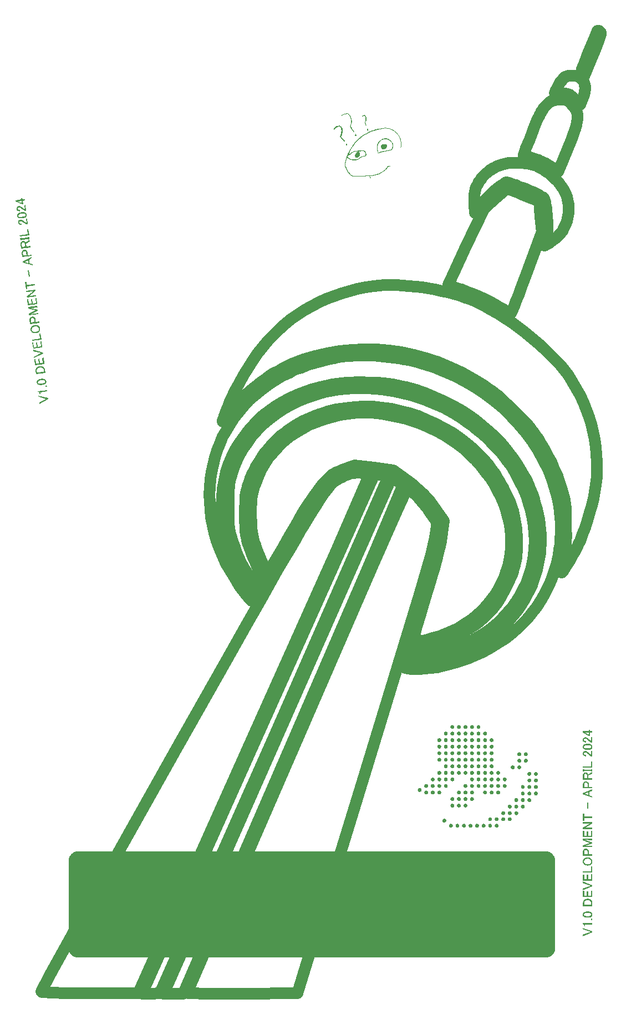
<source format=gto>
%TF.GenerationSoftware,KiCad,Pcbnew,8.0.1*%
%TF.CreationDate,2024-04-29T20:13:38-04:00*%
%TF.ProjectId,HackerBadgePCBV3 (Simplified),4861636b-6572-4426-9164-676550434256,1.8*%
%TF.SameCoordinates,Original*%
%TF.FileFunction,Legend,Top*%
%TF.FilePolarity,Positive*%
%FSLAX46Y46*%
G04 Gerber Fmt 4.6, Leading zero omitted, Abs format (unit mm)*
G04 Created by KiCad (PCBNEW 8.0.1) date 2024-04-29 20:13:38*
%MOMM*%
%LPD*%
G01*
G04 APERTURE LIST*
%ADD10C,0.000000*%
%ADD11C,1.800000*%
%ADD12C,0.200000*%
%ADD13C,0.100000*%
G04 APERTURE END LIST*
D10*
G36*
X158148647Y-149115124D02*
G01*
X158163458Y-149116251D01*
X158178054Y-149118105D01*
X158192416Y-149120670D01*
X158206526Y-149123927D01*
X158220365Y-149127857D01*
X158233916Y-149132442D01*
X158247160Y-149137664D01*
X158260079Y-149143505D01*
X158272654Y-149149945D01*
X158284868Y-149156968D01*
X158296701Y-149164554D01*
X158308135Y-149172685D01*
X158319153Y-149181343D01*
X158329735Y-149190510D01*
X158339863Y-149200167D01*
X158349520Y-149210295D01*
X158358687Y-149220878D01*
X158367345Y-149231895D01*
X158375476Y-149243330D01*
X158383062Y-149255163D01*
X158390084Y-149267376D01*
X158396525Y-149279951D01*
X158402365Y-149292870D01*
X158407587Y-149306114D01*
X158412172Y-149319665D01*
X158416103Y-149333505D01*
X158419359Y-149347615D01*
X158421924Y-149361977D01*
X158423779Y-149376572D01*
X158424905Y-149391383D01*
X158425284Y-149406391D01*
X158424905Y-149421399D01*
X158423779Y-149436210D01*
X158421924Y-149450806D01*
X158419359Y-149465168D01*
X158416103Y-149479278D01*
X158412172Y-149493117D01*
X158407587Y-149506668D01*
X158402365Y-149519912D01*
X158396525Y-149532831D01*
X158390084Y-149545406D01*
X158383062Y-149557620D01*
X158375476Y-149569453D01*
X158367345Y-149580887D01*
X158358687Y-149591905D01*
X158349520Y-149602487D01*
X158339863Y-149612616D01*
X158329735Y-149622273D01*
X158319153Y-149631439D01*
X158308135Y-149640097D01*
X158296701Y-149648228D01*
X158284868Y-149655814D01*
X158272654Y-149662837D01*
X158260079Y-149669278D01*
X158247160Y-149675118D01*
X158233916Y-149680340D01*
X158220365Y-149684925D01*
X158206526Y-149688855D01*
X158192416Y-149692112D01*
X158178054Y-149694677D01*
X158163458Y-149696532D01*
X158148647Y-149697658D01*
X158133639Y-149698037D01*
X158118631Y-149697658D01*
X158103820Y-149696532D01*
X158089224Y-149694677D01*
X158074862Y-149692112D01*
X158060752Y-149688855D01*
X158046912Y-149684925D01*
X158033361Y-149680340D01*
X158020117Y-149675118D01*
X158007198Y-149669278D01*
X157994623Y-149662837D01*
X157982410Y-149655814D01*
X157970577Y-149648228D01*
X157959142Y-149640097D01*
X157948125Y-149631439D01*
X157937542Y-149622273D01*
X157927414Y-149612616D01*
X157917757Y-149602487D01*
X157908590Y-149591905D01*
X157899932Y-149580887D01*
X157891801Y-149569453D01*
X157884215Y-149557620D01*
X157877193Y-149545406D01*
X157870752Y-149532831D01*
X157864912Y-149519912D01*
X157859690Y-149506668D01*
X157855104Y-149493117D01*
X157851174Y-149479278D01*
X157847918Y-149465168D01*
X157845353Y-149450806D01*
X157843498Y-149436210D01*
X157842372Y-149421399D01*
X157841993Y-149406391D01*
X157842372Y-149391383D01*
X157843498Y-149376572D01*
X157845353Y-149361977D01*
X157847918Y-149347615D01*
X157851174Y-149333505D01*
X157855104Y-149319665D01*
X157859690Y-149306114D01*
X157864912Y-149292870D01*
X157870752Y-149279951D01*
X157877193Y-149267376D01*
X157884215Y-149255163D01*
X157891801Y-149243330D01*
X157899932Y-149231895D01*
X157908590Y-149220878D01*
X157917757Y-149210295D01*
X157927414Y-149200167D01*
X157937542Y-149190510D01*
X157948125Y-149181343D01*
X157959142Y-149172685D01*
X157970577Y-149164554D01*
X157982410Y-149156968D01*
X157994623Y-149149945D01*
X158007198Y-149143505D01*
X158020117Y-149137664D01*
X158033361Y-149132442D01*
X158046912Y-149127857D01*
X158060752Y-149123927D01*
X158074862Y-149120670D01*
X158089224Y-149118105D01*
X158103820Y-149116251D01*
X158118631Y-149115124D01*
X158133639Y-149114745D01*
X158148647Y-149115124D01*
G37*
G36*
X162375378Y-141045895D02*
G01*
X162390189Y-141047021D01*
X162404785Y-141048876D01*
X162419147Y-141051441D01*
X162433257Y-141054697D01*
X162447097Y-141058627D01*
X162460648Y-141063212D01*
X162473892Y-141068434D01*
X162486811Y-141074275D01*
X162499386Y-141080716D01*
X162511599Y-141087738D01*
X162523432Y-141095324D01*
X162534867Y-141103455D01*
X162545884Y-141112113D01*
X162556467Y-141121280D01*
X162566595Y-141130936D01*
X162576252Y-141141065D01*
X162585419Y-141151647D01*
X162594077Y-141162665D01*
X162602208Y-141174099D01*
X162609794Y-141185932D01*
X162616816Y-141198145D01*
X162623257Y-141210721D01*
X162629098Y-141223639D01*
X162634319Y-141236883D01*
X162638905Y-141250434D01*
X162642835Y-141264274D01*
X162646091Y-141278384D01*
X162648656Y-141292746D01*
X162650511Y-141307342D01*
X162651637Y-141322153D01*
X162652017Y-141337161D01*
X162651637Y-141352169D01*
X162650511Y-141366980D01*
X162648656Y-141381576D01*
X162646091Y-141395938D01*
X162642835Y-141410048D01*
X162638905Y-141423888D01*
X162634319Y-141437439D01*
X162629098Y-141450683D01*
X162623257Y-141463602D01*
X162616816Y-141476177D01*
X162609794Y-141488390D01*
X162602208Y-141500223D01*
X162594077Y-141511658D01*
X162585419Y-141522675D01*
X162576252Y-141533257D01*
X162566595Y-141543386D01*
X162556467Y-141553043D01*
X162545884Y-141562209D01*
X162534867Y-141570868D01*
X162523432Y-141578999D01*
X162511599Y-141586585D01*
X162499386Y-141593607D01*
X162486811Y-141600048D01*
X162473892Y-141605888D01*
X162460648Y-141611110D01*
X162447097Y-141615695D01*
X162433257Y-141619625D01*
X162419147Y-141622882D01*
X162404785Y-141625447D01*
X162390189Y-141627302D01*
X162375378Y-141628428D01*
X162360370Y-141628807D01*
X162345362Y-141628428D01*
X162330551Y-141627302D01*
X162315955Y-141625447D01*
X162301593Y-141622882D01*
X162287483Y-141619625D01*
X162273644Y-141615695D01*
X162260093Y-141611110D01*
X162246848Y-141605888D01*
X162233930Y-141600048D01*
X162221354Y-141593607D01*
X162209141Y-141586585D01*
X162197308Y-141578999D01*
X162185874Y-141570868D01*
X162174856Y-141562209D01*
X162164274Y-141553043D01*
X162154145Y-141543386D01*
X162144489Y-141533257D01*
X162135322Y-141522675D01*
X162126664Y-141511658D01*
X162118533Y-141500223D01*
X162110947Y-141488390D01*
X162103924Y-141476177D01*
X162097484Y-141463602D01*
X162091643Y-141450683D01*
X162086421Y-141437439D01*
X162081836Y-141423888D01*
X162077906Y-141410048D01*
X162074649Y-141395938D01*
X162072085Y-141381576D01*
X162070230Y-141366980D01*
X162069104Y-141352169D01*
X162068724Y-141337161D01*
X162069104Y-141322153D01*
X162070230Y-141307342D01*
X162072085Y-141292746D01*
X162074649Y-141278384D01*
X162077906Y-141264274D01*
X162081836Y-141250434D01*
X162086421Y-141236883D01*
X162091643Y-141223639D01*
X162097484Y-141210721D01*
X162103924Y-141198145D01*
X162110947Y-141185932D01*
X162118533Y-141174099D01*
X162126664Y-141162665D01*
X162135322Y-141151647D01*
X162144489Y-141141065D01*
X162154145Y-141130936D01*
X162164274Y-141121280D01*
X162174856Y-141112113D01*
X162185874Y-141103455D01*
X162197308Y-141095324D01*
X162209141Y-141087738D01*
X162221354Y-141080716D01*
X162233930Y-141074275D01*
X162246848Y-141068434D01*
X162260093Y-141063212D01*
X162273644Y-141058627D01*
X162287483Y-141054697D01*
X162301593Y-141051441D01*
X162315955Y-141048876D01*
X162330551Y-141047021D01*
X162345362Y-141045895D01*
X162360370Y-141045516D01*
X162375378Y-141045895D01*
G37*
G36*
X167601180Y-139201498D02*
G01*
X167615991Y-139202624D01*
X167630587Y-139204479D01*
X167644949Y-139207044D01*
X167659059Y-139210300D01*
X167672898Y-139214230D01*
X167686449Y-139218816D01*
X167699693Y-139224038D01*
X167712612Y-139229878D01*
X167725187Y-139236319D01*
X167737401Y-139243341D01*
X167749234Y-139250927D01*
X167760668Y-139259058D01*
X167771686Y-139267716D01*
X167782268Y-139276883D01*
X167792397Y-139286540D01*
X167802054Y-139296668D01*
X167811220Y-139307251D01*
X167819878Y-139318268D01*
X167828009Y-139329702D01*
X167835595Y-139341535D01*
X167842618Y-139353749D01*
X167849059Y-139366324D01*
X167854899Y-139379243D01*
X167860121Y-139392487D01*
X167864706Y-139406038D01*
X167868636Y-139419877D01*
X167871893Y-139433987D01*
X167874458Y-139448349D01*
X167876313Y-139462945D01*
X167877439Y-139477756D01*
X167877818Y-139492764D01*
X167877439Y-139507772D01*
X167876313Y-139522583D01*
X167874458Y-139537179D01*
X167871893Y-139551541D01*
X167868636Y-139565651D01*
X167864706Y-139579491D01*
X167860121Y-139593042D01*
X167854899Y-139606286D01*
X167849059Y-139619205D01*
X167842618Y-139631780D01*
X167835595Y-139643993D01*
X167828009Y-139655826D01*
X167819878Y-139667260D01*
X167811220Y-139678278D01*
X167802054Y-139688860D01*
X167792397Y-139698989D01*
X167782268Y-139708646D01*
X167771686Y-139717812D01*
X167760668Y-139726470D01*
X167749234Y-139734601D01*
X167737401Y-139742187D01*
X167725187Y-139749210D01*
X167712612Y-139755650D01*
X167699693Y-139761491D01*
X167686449Y-139766713D01*
X167672898Y-139771298D01*
X167659059Y-139775228D01*
X167644949Y-139778485D01*
X167630587Y-139781050D01*
X167615991Y-139782904D01*
X167601180Y-139784030D01*
X167586172Y-139784410D01*
X167571164Y-139784030D01*
X167556353Y-139782904D01*
X167541757Y-139781050D01*
X167527395Y-139778485D01*
X167513285Y-139775228D01*
X167499445Y-139771298D01*
X167485894Y-139766713D01*
X167472650Y-139761491D01*
X167459731Y-139755650D01*
X167447156Y-139749210D01*
X167434943Y-139742187D01*
X167423110Y-139734601D01*
X167411676Y-139726470D01*
X167400658Y-139717812D01*
X167390076Y-139708646D01*
X167379947Y-139698989D01*
X167370290Y-139688860D01*
X167361124Y-139678278D01*
X167352466Y-139667260D01*
X167344335Y-139655826D01*
X167336749Y-139643993D01*
X167329726Y-139631780D01*
X167323285Y-139619205D01*
X167317445Y-139606286D01*
X167312223Y-139593042D01*
X167307638Y-139579491D01*
X167303708Y-139565651D01*
X167300451Y-139551541D01*
X167297886Y-139537179D01*
X167296032Y-139522583D01*
X167294905Y-139507772D01*
X167294526Y-139492764D01*
X167294905Y-139477756D01*
X167296032Y-139462945D01*
X167297886Y-139448349D01*
X167300451Y-139433987D01*
X167303708Y-139419877D01*
X167307638Y-139406038D01*
X167312223Y-139392487D01*
X167317445Y-139379243D01*
X167323285Y-139366324D01*
X167329726Y-139353749D01*
X167336749Y-139341535D01*
X167344335Y-139329702D01*
X167352466Y-139318268D01*
X167361124Y-139307251D01*
X167370290Y-139296668D01*
X167379947Y-139286540D01*
X167390076Y-139276883D01*
X167400658Y-139267716D01*
X167411676Y-139259058D01*
X167423110Y-139250927D01*
X167434943Y-139243341D01*
X167447156Y-139236319D01*
X167459731Y-139229878D01*
X167472650Y-139224038D01*
X167485894Y-139218816D01*
X167499445Y-139214230D01*
X167513285Y-139210300D01*
X167527395Y-139207044D01*
X167541757Y-139204479D01*
X167556353Y-139202624D01*
X167571164Y-139201498D01*
X167586172Y-139201119D01*
X167601180Y-139201498D01*
G37*
G36*
X158379212Y-137049692D02*
G01*
X158394023Y-137050819D01*
X158408619Y-137052673D01*
X158422981Y-137055238D01*
X158437091Y-137058495D01*
X158450931Y-137062425D01*
X158464482Y-137067010D01*
X158477726Y-137072232D01*
X158490645Y-137078072D01*
X158503220Y-137084513D01*
X158515433Y-137091535D01*
X158527266Y-137099121D01*
X158538701Y-137107253D01*
X158549718Y-137115911D01*
X158560300Y-137125077D01*
X158570429Y-137134734D01*
X158580086Y-137144863D01*
X158589252Y-137155445D01*
X158597911Y-137166462D01*
X158606042Y-137177897D01*
X158613628Y-137189730D01*
X158620650Y-137201943D01*
X158627091Y-137214518D01*
X158632931Y-137227437D01*
X158638153Y-137240681D01*
X158642738Y-137254232D01*
X158646668Y-137268072D01*
X158649925Y-137282182D01*
X158652490Y-137296544D01*
X158654345Y-137311139D01*
X158655471Y-137325950D01*
X158655850Y-137340958D01*
X158655471Y-137355967D01*
X158654345Y-137370778D01*
X158652490Y-137385373D01*
X158649925Y-137399735D01*
X158646668Y-137413845D01*
X158642738Y-137427685D01*
X158638153Y-137441236D01*
X158632931Y-137454480D01*
X158627091Y-137467399D01*
X158620650Y-137479974D01*
X158613628Y-137492187D01*
X158606042Y-137504020D01*
X158597911Y-137515455D01*
X158589252Y-137526472D01*
X158580086Y-137537054D01*
X158570429Y-137547183D01*
X158560300Y-137556840D01*
X158549718Y-137566006D01*
X158538701Y-137574664D01*
X158527266Y-137582796D01*
X158515433Y-137590382D01*
X158503220Y-137597404D01*
X158490645Y-137603845D01*
X158477726Y-137609685D01*
X158464482Y-137614907D01*
X158450931Y-137619492D01*
X158437091Y-137623422D01*
X158422981Y-137626679D01*
X158408619Y-137629244D01*
X158394023Y-137631098D01*
X158379212Y-137632225D01*
X158364204Y-137632604D01*
X158349196Y-137632225D01*
X158334385Y-137631098D01*
X158319789Y-137629244D01*
X158305427Y-137626679D01*
X158291317Y-137623422D01*
X158277477Y-137619492D01*
X158263926Y-137614907D01*
X158250682Y-137609685D01*
X158237764Y-137603845D01*
X158225188Y-137597404D01*
X158212975Y-137590382D01*
X158201142Y-137582796D01*
X158189708Y-137574664D01*
X158178690Y-137566006D01*
X158168108Y-137556840D01*
X158157979Y-137547183D01*
X158148323Y-137537054D01*
X158139156Y-137526472D01*
X158130498Y-137515455D01*
X158122367Y-137504020D01*
X158114781Y-137492187D01*
X158107759Y-137479974D01*
X158101318Y-137467399D01*
X158095477Y-137454480D01*
X158090255Y-137441236D01*
X158085670Y-137427685D01*
X158081740Y-137413845D01*
X158078484Y-137399735D01*
X158075919Y-137385373D01*
X158074064Y-137370778D01*
X158072938Y-137355967D01*
X158072559Y-137340958D01*
X158072938Y-137325950D01*
X158074064Y-137311139D01*
X158075919Y-137296544D01*
X158078484Y-137282182D01*
X158081740Y-137268072D01*
X158085670Y-137254232D01*
X158090255Y-137240681D01*
X158095477Y-137227437D01*
X158101318Y-137214518D01*
X158107759Y-137201943D01*
X158114781Y-137189730D01*
X158122367Y-137177897D01*
X158130498Y-137166462D01*
X158139156Y-137155445D01*
X158148323Y-137144863D01*
X158157979Y-137134734D01*
X158168108Y-137125077D01*
X158178690Y-137115911D01*
X158189708Y-137107253D01*
X158201142Y-137099121D01*
X158212975Y-137091535D01*
X158225188Y-137084513D01*
X158237764Y-137078072D01*
X158250682Y-137072232D01*
X158263926Y-137067010D01*
X158277477Y-137062425D01*
X158291317Y-137058495D01*
X158305427Y-137055238D01*
X158319789Y-137052673D01*
X158334385Y-137050819D01*
X158349196Y-137049692D01*
X158364204Y-137049313D01*
X158379212Y-137049692D01*
G37*
G36*
X166141052Y-146194835D02*
G01*
X166155863Y-146195961D01*
X166170459Y-146197816D01*
X166184821Y-146200380D01*
X166198931Y-146203637D01*
X166212771Y-146207567D01*
X166226322Y-146212152D01*
X166239566Y-146217374D01*
X166252485Y-146223215D01*
X166265060Y-146229656D01*
X166277273Y-146236678D01*
X166289106Y-146244264D01*
X166300541Y-146252395D01*
X166311558Y-146261053D01*
X166322140Y-146270220D01*
X166332269Y-146279877D01*
X166341926Y-146290006D01*
X166351092Y-146300588D01*
X166359750Y-146311605D01*
X166367882Y-146323040D01*
X166375468Y-146334873D01*
X166382490Y-146347086D01*
X166388931Y-146359661D01*
X166394771Y-146372580D01*
X166399993Y-146385824D01*
X166404578Y-146399375D01*
X166408508Y-146413215D01*
X166411765Y-146427325D01*
X166414330Y-146441687D01*
X166416184Y-146456282D01*
X166417311Y-146471093D01*
X166417690Y-146486101D01*
X166417311Y-146501109D01*
X166416184Y-146515920D01*
X166414330Y-146530516D01*
X166411765Y-146544878D01*
X166408508Y-146558988D01*
X166404578Y-146572828D01*
X166399993Y-146586379D01*
X166394771Y-146599623D01*
X166388931Y-146612542D01*
X166382490Y-146625117D01*
X166375468Y-146637331D01*
X166367882Y-146649164D01*
X166359750Y-146660598D01*
X166351092Y-146671615D01*
X166341926Y-146682198D01*
X166332269Y-146692326D01*
X166322140Y-146701983D01*
X166311558Y-146711150D01*
X166300541Y-146719808D01*
X166289106Y-146727939D01*
X166277273Y-146735525D01*
X166265060Y-146742547D01*
X166252485Y-146748988D01*
X166239566Y-146754829D01*
X166226322Y-146760051D01*
X166212771Y-146764636D01*
X166198931Y-146768566D01*
X166184821Y-146771822D01*
X166170459Y-146774387D01*
X166155863Y-146776242D01*
X166141052Y-146777368D01*
X166126044Y-146777748D01*
X166111036Y-146777368D01*
X166096225Y-146776242D01*
X166081629Y-146774387D01*
X166067267Y-146771822D01*
X166053157Y-146768566D01*
X166039318Y-146764636D01*
X166025767Y-146760051D01*
X166012523Y-146754829D01*
X165999604Y-146748988D01*
X165987029Y-146742547D01*
X165974815Y-146735525D01*
X165962982Y-146727939D01*
X165951548Y-146719808D01*
X165940530Y-146711150D01*
X165929948Y-146701983D01*
X165919819Y-146692326D01*
X165910163Y-146682198D01*
X165900996Y-146671615D01*
X165892338Y-146660598D01*
X165884207Y-146649164D01*
X165876621Y-146637331D01*
X165869598Y-146625117D01*
X165863157Y-146612542D01*
X165857317Y-146599623D01*
X165852095Y-146586379D01*
X165847510Y-146572828D01*
X165843580Y-146558988D01*
X165840323Y-146544878D01*
X165837758Y-146530516D01*
X165835904Y-146515920D01*
X165834777Y-146501109D01*
X165834398Y-146486101D01*
X165834777Y-146471093D01*
X165835904Y-146456282D01*
X165837758Y-146441687D01*
X165840323Y-146427325D01*
X165843580Y-146413215D01*
X165847510Y-146399375D01*
X165852095Y-146385824D01*
X165857317Y-146372580D01*
X165863157Y-146359661D01*
X165869598Y-146347086D01*
X165876621Y-146334873D01*
X165884207Y-146323040D01*
X165892338Y-146311605D01*
X165900996Y-146300588D01*
X165910163Y-146290006D01*
X165919819Y-146279877D01*
X165929948Y-146270220D01*
X165940530Y-146261053D01*
X165951548Y-146252395D01*
X165962982Y-146244264D01*
X165974815Y-146236678D01*
X165987029Y-146229656D01*
X165999604Y-146223215D01*
X166012523Y-146217374D01*
X166025767Y-146212152D01*
X166039318Y-146207567D01*
X166053157Y-146203637D01*
X166067267Y-146200380D01*
X166081629Y-146197816D01*
X166096225Y-146195961D01*
X166111036Y-146194835D01*
X166126044Y-146194455D01*
X166141052Y-146194835D01*
G37*
G36*
X156381111Y-142044945D02*
G01*
X156395922Y-142046072D01*
X156410518Y-142047926D01*
X156424880Y-142050491D01*
X156438990Y-142053748D01*
X156452829Y-142057678D01*
X156466380Y-142062263D01*
X156479625Y-142067485D01*
X156492543Y-142073325D01*
X156505119Y-142079766D01*
X156517332Y-142086788D01*
X156529165Y-142094374D01*
X156540599Y-142102506D01*
X156551617Y-142111164D01*
X156562199Y-142120330D01*
X156572327Y-142129987D01*
X156581984Y-142140116D01*
X156591151Y-142150698D01*
X156599809Y-142161715D01*
X156607940Y-142173150D01*
X156615526Y-142184983D01*
X156622548Y-142197196D01*
X156628989Y-142209771D01*
X156634830Y-142222690D01*
X156640052Y-142235934D01*
X156644637Y-142249485D01*
X156648567Y-142263325D01*
X156651823Y-142277435D01*
X156654388Y-142291797D01*
X156656243Y-142306393D01*
X156657369Y-142321204D01*
X156657748Y-142336212D01*
X156657369Y-142351220D01*
X156656243Y-142366031D01*
X156654388Y-142380627D01*
X156651823Y-142394989D01*
X156648567Y-142409099D01*
X156644637Y-142422939D01*
X156640052Y-142436490D01*
X156634830Y-142449734D01*
X156628989Y-142462653D01*
X156622548Y-142475228D01*
X156615526Y-142487441D01*
X156607940Y-142499274D01*
X156599809Y-142510709D01*
X156591151Y-142521726D01*
X156581984Y-142532308D01*
X156572327Y-142542437D01*
X156562199Y-142552094D01*
X156551617Y-142561260D01*
X156540599Y-142569918D01*
X156529165Y-142578050D01*
X156517332Y-142585636D01*
X156505119Y-142592658D01*
X156492543Y-142599099D01*
X156479625Y-142604939D01*
X156466380Y-142610161D01*
X156452829Y-142614746D01*
X156438990Y-142618676D01*
X156424880Y-142621933D01*
X156410518Y-142624498D01*
X156395922Y-142626352D01*
X156381111Y-142627479D01*
X156366103Y-142627858D01*
X156351095Y-142627479D01*
X156336284Y-142626352D01*
X156321688Y-142624498D01*
X156307326Y-142621933D01*
X156293216Y-142618676D01*
X156279377Y-142614746D01*
X156265826Y-142610161D01*
X156252581Y-142604939D01*
X156239663Y-142599099D01*
X156227087Y-142592658D01*
X156214874Y-142585636D01*
X156203041Y-142578050D01*
X156191607Y-142569918D01*
X156180589Y-142561260D01*
X156170007Y-142552094D01*
X156159879Y-142542437D01*
X156150222Y-142532308D01*
X156141055Y-142521726D01*
X156132397Y-142510709D01*
X156124266Y-142499274D01*
X156116680Y-142487441D01*
X156109658Y-142475228D01*
X156103217Y-142462653D01*
X156097376Y-142449734D01*
X156092154Y-142436490D01*
X156087569Y-142422939D01*
X156083639Y-142409099D01*
X156080383Y-142394989D01*
X156077818Y-142380627D01*
X156075963Y-142366031D01*
X156074837Y-142351220D01*
X156074457Y-142336212D01*
X156074837Y-142321204D01*
X156075963Y-142306393D01*
X156077818Y-142291797D01*
X156080383Y-142277435D01*
X156083639Y-142263325D01*
X156087569Y-142249485D01*
X156092154Y-142235934D01*
X156097376Y-142222690D01*
X156103217Y-142209771D01*
X156109658Y-142197196D01*
X156116680Y-142184983D01*
X156124266Y-142173150D01*
X156132397Y-142161715D01*
X156141055Y-142150698D01*
X156150222Y-142140116D01*
X156159879Y-142129987D01*
X156170007Y-142120330D01*
X156180589Y-142111164D01*
X156191607Y-142102506D01*
X156203041Y-142094374D01*
X156214874Y-142086788D01*
X156227087Y-142079766D01*
X156239663Y-142073325D01*
X156252581Y-142067485D01*
X156265826Y-142062263D01*
X156279377Y-142057678D01*
X156293216Y-142053748D01*
X156307326Y-142050491D01*
X156321688Y-142047926D01*
X156336284Y-142046072D01*
X156351095Y-142044945D01*
X156366103Y-142044566D01*
X156381111Y-142044945D01*
G37*
G36*
X164142951Y-147193886D02*
G01*
X164157762Y-147195012D01*
X164172358Y-147196866D01*
X164186720Y-147199431D01*
X164200830Y-147202688D01*
X164214670Y-147206618D01*
X164228221Y-147211203D01*
X164241465Y-147216425D01*
X164254383Y-147222266D01*
X164266958Y-147228706D01*
X164279172Y-147235729D01*
X164291005Y-147243315D01*
X164302439Y-147251446D01*
X164313456Y-147260104D01*
X164324039Y-147269270D01*
X164334167Y-147278927D01*
X164343824Y-147289056D01*
X164352991Y-147299638D01*
X164361649Y-147310655D01*
X164369780Y-147322090D01*
X164377366Y-147333923D01*
X164384388Y-147346136D01*
X164390829Y-147358711D01*
X164396669Y-147371630D01*
X164401891Y-147384874D01*
X164406477Y-147398425D01*
X164410407Y-147412265D01*
X164413663Y-147426374D01*
X164416228Y-147440736D01*
X164418083Y-147455332D01*
X164419209Y-147470143D01*
X164419588Y-147485151D01*
X164419209Y-147500159D01*
X164418083Y-147514970D01*
X164416228Y-147529566D01*
X164413663Y-147543928D01*
X164410407Y-147558038D01*
X164406477Y-147571878D01*
X164401891Y-147585429D01*
X164396669Y-147598673D01*
X164390829Y-147611592D01*
X164384388Y-147624167D01*
X164377366Y-147636380D01*
X164369780Y-147648213D01*
X164361649Y-147659648D01*
X164352991Y-147670665D01*
X164343824Y-147681247D01*
X164334167Y-147691376D01*
X164324039Y-147701033D01*
X164313456Y-147710199D01*
X164302439Y-147718857D01*
X164291005Y-147726989D01*
X164279172Y-147734575D01*
X164266958Y-147741597D01*
X164254383Y-147748038D01*
X164241465Y-147753878D01*
X164228221Y-147759100D01*
X164214670Y-147763685D01*
X164200830Y-147767615D01*
X164186720Y-147770872D01*
X164172358Y-147773437D01*
X164157762Y-147775291D01*
X164142951Y-147776418D01*
X164127943Y-147776797D01*
X164112935Y-147776418D01*
X164098124Y-147775291D01*
X164083529Y-147773437D01*
X164069167Y-147770872D01*
X164055057Y-147767615D01*
X164041217Y-147763685D01*
X164027666Y-147759100D01*
X164014422Y-147753878D01*
X164001503Y-147748038D01*
X163988928Y-147741597D01*
X163976714Y-147734575D01*
X163964881Y-147726989D01*
X163953447Y-147718857D01*
X163942429Y-147710199D01*
X163931847Y-147701033D01*
X163921718Y-147691376D01*
X163912062Y-147681247D01*
X163902895Y-147670665D01*
X163894237Y-147659648D01*
X163886106Y-147648213D01*
X163878520Y-147636380D01*
X163871497Y-147624167D01*
X163865057Y-147611592D01*
X163859216Y-147598673D01*
X163853994Y-147585429D01*
X163849409Y-147571878D01*
X163845479Y-147558038D01*
X163842222Y-147543928D01*
X163839658Y-147529566D01*
X163837803Y-147514970D01*
X163836677Y-147500159D01*
X163836297Y-147485151D01*
X163836677Y-147470143D01*
X163837803Y-147455332D01*
X163839658Y-147440736D01*
X163842222Y-147426374D01*
X163845479Y-147412265D01*
X163849409Y-147398425D01*
X163853994Y-147384874D01*
X163859216Y-147371630D01*
X163865057Y-147358711D01*
X163871497Y-147346136D01*
X163878520Y-147333923D01*
X163886106Y-147322090D01*
X163894237Y-147310655D01*
X163902895Y-147299638D01*
X163912062Y-147289056D01*
X163921718Y-147278927D01*
X163931847Y-147269270D01*
X163942429Y-147260104D01*
X163953447Y-147251446D01*
X163964881Y-147243315D01*
X163976714Y-147235729D01*
X163988928Y-147228706D01*
X164001503Y-147222266D01*
X164014422Y-147216425D01*
X164027666Y-147211203D01*
X164041217Y-147206618D01*
X164055057Y-147202688D01*
X164069167Y-147199431D01*
X164083529Y-147196866D01*
X164098124Y-147195012D01*
X164112935Y-147193886D01*
X164127943Y-147193506D01*
X164142951Y-147193886D01*
G37*
G36*
X153383959Y-144043028D02*
G01*
X153398770Y-144044155D01*
X153413365Y-144046009D01*
X153427727Y-144048574D01*
X153441838Y-144051831D01*
X153455677Y-144055761D01*
X153469228Y-144060346D01*
X153482472Y-144065568D01*
X153495391Y-144071408D01*
X153507966Y-144077849D01*
X153520180Y-144084871D01*
X153532013Y-144092457D01*
X153543447Y-144100589D01*
X153554464Y-144109247D01*
X153565047Y-144118413D01*
X153575175Y-144128070D01*
X153584832Y-144138199D01*
X153593999Y-144148781D01*
X153602657Y-144159799D01*
X153610788Y-144171233D01*
X153618374Y-144183066D01*
X153625396Y-144195279D01*
X153631837Y-144207854D01*
X153637677Y-144220773D01*
X153642899Y-144234017D01*
X153647484Y-144247568D01*
X153651414Y-144261408D01*
X153654671Y-144275518D01*
X153657236Y-144289880D01*
X153659091Y-144304476D01*
X153660217Y-144319287D01*
X153660596Y-144334295D01*
X153660217Y-144349303D01*
X153659091Y-144364114D01*
X153657236Y-144378710D01*
X153654671Y-144393072D01*
X153651414Y-144407182D01*
X153647484Y-144421021D01*
X153642899Y-144434573D01*
X153637677Y-144447817D01*
X153631837Y-144460735D01*
X153625396Y-144473311D01*
X153618374Y-144485524D01*
X153610788Y-144497357D01*
X153602657Y-144508791D01*
X153593999Y-144519809D01*
X153584832Y-144530391D01*
X153575175Y-144540520D01*
X153565047Y-144550176D01*
X153554464Y-144559343D01*
X153543447Y-144568001D01*
X153532013Y-144576132D01*
X153520180Y-144583718D01*
X153507966Y-144590741D01*
X153495391Y-144597181D01*
X153482472Y-144603022D01*
X153469228Y-144608244D01*
X153455677Y-144612829D01*
X153441838Y-144616759D01*
X153427727Y-144620015D01*
X153413365Y-144622580D01*
X153398770Y-144624435D01*
X153383959Y-144625561D01*
X153368951Y-144625941D01*
X153353943Y-144625561D01*
X153339132Y-144624435D01*
X153324536Y-144622580D01*
X153310174Y-144620015D01*
X153296064Y-144616759D01*
X153282224Y-144612829D01*
X153268673Y-144608244D01*
X153255429Y-144603022D01*
X153242510Y-144597181D01*
X153229935Y-144590741D01*
X153217722Y-144583718D01*
X153205889Y-144576132D01*
X153194454Y-144568001D01*
X153183437Y-144559343D01*
X153172855Y-144550176D01*
X153162726Y-144540520D01*
X153153069Y-144530391D01*
X153143903Y-144519809D01*
X153135245Y-144508791D01*
X153127114Y-144497357D01*
X153119528Y-144485524D01*
X153112505Y-144473311D01*
X153106064Y-144460735D01*
X153100224Y-144447817D01*
X153095002Y-144434573D01*
X153090417Y-144421021D01*
X153086487Y-144407182D01*
X153083230Y-144393072D01*
X153080665Y-144378710D01*
X153078811Y-144364114D01*
X153077685Y-144349303D01*
X153077305Y-144334295D01*
X153077685Y-144319287D01*
X153078811Y-144304476D01*
X153080665Y-144289880D01*
X153083230Y-144275518D01*
X153086487Y-144261408D01*
X153090417Y-144247568D01*
X153095002Y-144234017D01*
X153100224Y-144220773D01*
X153106064Y-144207854D01*
X153112505Y-144195279D01*
X153119528Y-144183066D01*
X153127114Y-144171233D01*
X153135245Y-144159799D01*
X153143903Y-144148781D01*
X153153069Y-144138199D01*
X153162726Y-144128070D01*
X153172855Y-144118413D01*
X153183437Y-144109247D01*
X153194454Y-144100589D01*
X153205889Y-144092457D01*
X153217722Y-144084871D01*
X153229935Y-144077849D01*
X153242510Y-144071408D01*
X153255429Y-144065568D01*
X153268673Y-144060346D01*
X153282224Y-144055761D01*
X153296064Y-144051831D01*
X153310174Y-144048574D01*
X153324536Y-144046009D01*
X153339132Y-144044155D01*
X153353943Y-144043028D01*
X153368951Y-144042649D01*
X153383959Y-144043028D01*
G37*
G36*
X159378226Y-139047794D02*
G01*
X159393037Y-139048920D01*
X159407633Y-139050775D01*
X159421995Y-139053340D01*
X159436105Y-139056596D01*
X159449945Y-139060526D01*
X159463496Y-139065111D01*
X159476740Y-139070333D01*
X159489659Y-139076174D01*
X159502234Y-139082615D01*
X159514447Y-139089637D01*
X159526280Y-139097223D01*
X159537715Y-139105354D01*
X159548732Y-139114012D01*
X159559315Y-139123179D01*
X159569443Y-139132836D01*
X159579100Y-139142964D01*
X159588267Y-139153546D01*
X159596925Y-139164564D01*
X159605056Y-139175998D01*
X159612642Y-139187831D01*
X159619664Y-139200044D01*
X159626105Y-139212620D01*
X159631945Y-139225538D01*
X159637167Y-139238783D01*
X159641753Y-139252334D01*
X159645683Y-139266173D01*
X159648939Y-139280283D01*
X159651504Y-139294645D01*
X159653359Y-139309241D01*
X159654485Y-139324052D01*
X159654864Y-139339060D01*
X159654485Y-139354068D01*
X159653359Y-139368879D01*
X159651504Y-139383475D01*
X159648939Y-139397837D01*
X159645683Y-139411947D01*
X159641753Y-139425786D01*
X159637167Y-139439337D01*
X159631945Y-139452582D01*
X159626105Y-139465500D01*
X159619664Y-139478076D01*
X159612642Y-139490289D01*
X159605056Y-139502122D01*
X159596925Y-139513556D01*
X159588267Y-139524574D01*
X159579100Y-139535156D01*
X159569443Y-139545284D01*
X159559315Y-139554941D01*
X159548732Y-139564108D01*
X159537715Y-139572766D01*
X159526280Y-139580897D01*
X159514447Y-139588483D01*
X159502234Y-139595505D01*
X159489659Y-139601946D01*
X159476740Y-139607787D01*
X159463496Y-139613009D01*
X159449945Y-139617594D01*
X159436105Y-139621524D01*
X159421995Y-139624780D01*
X159407633Y-139627345D01*
X159393037Y-139629200D01*
X159378226Y-139630326D01*
X159363218Y-139630705D01*
X159348210Y-139630326D01*
X159333399Y-139629200D01*
X159318803Y-139627345D01*
X159304441Y-139624780D01*
X159290331Y-139621524D01*
X159276492Y-139617594D01*
X159262941Y-139613009D01*
X159249696Y-139607787D01*
X159236778Y-139601946D01*
X159224202Y-139595505D01*
X159211989Y-139588483D01*
X159200156Y-139580897D01*
X159188722Y-139572766D01*
X159177704Y-139564108D01*
X159167122Y-139554941D01*
X159156993Y-139545284D01*
X159147336Y-139535156D01*
X159138170Y-139524574D01*
X159129512Y-139513556D01*
X159121381Y-139502122D01*
X159113795Y-139490289D01*
X159106772Y-139478076D01*
X159100332Y-139465500D01*
X159094491Y-139452582D01*
X159089269Y-139439337D01*
X159084684Y-139425786D01*
X159080754Y-139411947D01*
X159077497Y-139397837D01*
X159074932Y-139383475D01*
X159073078Y-139368879D01*
X159071952Y-139354068D01*
X159071572Y-139339060D01*
X159071952Y-139324052D01*
X159073078Y-139309241D01*
X159074932Y-139294645D01*
X159077497Y-139280283D01*
X159080754Y-139266173D01*
X159084684Y-139252334D01*
X159089269Y-139238783D01*
X159094491Y-139225538D01*
X159100332Y-139212620D01*
X159106772Y-139200044D01*
X159113795Y-139187831D01*
X159121381Y-139175998D01*
X159129512Y-139164564D01*
X159138170Y-139153546D01*
X159147336Y-139142964D01*
X159156993Y-139132836D01*
X159167122Y-139123179D01*
X159177704Y-139114012D01*
X159188722Y-139105354D01*
X159200156Y-139097223D01*
X159211989Y-139089637D01*
X159224202Y-139082615D01*
X159236778Y-139076174D01*
X159249696Y-139070333D01*
X159262941Y-139065111D01*
X159276492Y-139060526D01*
X159290331Y-139056596D01*
X159304441Y-139053340D01*
X159318803Y-139050775D01*
X159333399Y-139048920D01*
X159348210Y-139047794D01*
X159363218Y-139047414D01*
X159378226Y-139047794D01*
G37*
G36*
X161376365Y-137049692D02*
G01*
X161391176Y-137050819D01*
X161405772Y-137052673D01*
X161420134Y-137055238D01*
X161434244Y-137058495D01*
X161448083Y-137062425D01*
X161461635Y-137067010D01*
X161474879Y-137072232D01*
X161487797Y-137078072D01*
X161500373Y-137084513D01*
X161512586Y-137091535D01*
X161524419Y-137099121D01*
X161535853Y-137107253D01*
X161546871Y-137115911D01*
X161557453Y-137125077D01*
X161567582Y-137134734D01*
X161577239Y-137144863D01*
X161586405Y-137155445D01*
X161595063Y-137166462D01*
X161603194Y-137177897D01*
X161610780Y-137189730D01*
X161617803Y-137201943D01*
X161624244Y-137214518D01*
X161630084Y-137227437D01*
X161635306Y-137240681D01*
X161639891Y-137254232D01*
X161643821Y-137268072D01*
X161647078Y-137282182D01*
X161649643Y-137296544D01*
X161651497Y-137311139D01*
X161652623Y-137325950D01*
X161653003Y-137340958D01*
X161652623Y-137355967D01*
X161651497Y-137370778D01*
X161649643Y-137385373D01*
X161647078Y-137399735D01*
X161643821Y-137413845D01*
X161639891Y-137427685D01*
X161635306Y-137441236D01*
X161630084Y-137454480D01*
X161624244Y-137467399D01*
X161617803Y-137479974D01*
X161610780Y-137492187D01*
X161603194Y-137504020D01*
X161595063Y-137515455D01*
X161586405Y-137526472D01*
X161577239Y-137537054D01*
X161567582Y-137547183D01*
X161557453Y-137556840D01*
X161546871Y-137566006D01*
X161535853Y-137574664D01*
X161524419Y-137582796D01*
X161512586Y-137590382D01*
X161500373Y-137597404D01*
X161487797Y-137603845D01*
X161474879Y-137609685D01*
X161461635Y-137614907D01*
X161448083Y-137619492D01*
X161434244Y-137623422D01*
X161420134Y-137626679D01*
X161405772Y-137629244D01*
X161391176Y-137631098D01*
X161376365Y-137632225D01*
X161361357Y-137632604D01*
X161346349Y-137632225D01*
X161331538Y-137631098D01*
X161316942Y-137629244D01*
X161302580Y-137626679D01*
X161288470Y-137623422D01*
X161274630Y-137619492D01*
X161261079Y-137614907D01*
X161247835Y-137609685D01*
X161234916Y-137603845D01*
X161222341Y-137597404D01*
X161210128Y-137590382D01*
X161198295Y-137582796D01*
X161186860Y-137574664D01*
X161175843Y-137566006D01*
X161165260Y-137556840D01*
X161155132Y-137547183D01*
X161145475Y-137537054D01*
X161136308Y-137526472D01*
X161127650Y-137515455D01*
X161119519Y-137504020D01*
X161111933Y-137492187D01*
X161104911Y-137479974D01*
X161098470Y-137467399D01*
X161092630Y-137454480D01*
X161087408Y-137441236D01*
X161082822Y-137427685D01*
X161078892Y-137413845D01*
X161075636Y-137399735D01*
X161073071Y-137385373D01*
X161071216Y-137370778D01*
X161070090Y-137355967D01*
X161069711Y-137340958D01*
X161070090Y-137325950D01*
X161071216Y-137311139D01*
X161073071Y-137296544D01*
X161075636Y-137282182D01*
X161078892Y-137268072D01*
X161082822Y-137254232D01*
X161087408Y-137240681D01*
X161092630Y-137227437D01*
X161098470Y-137214518D01*
X161104911Y-137201943D01*
X161111933Y-137189730D01*
X161119519Y-137177897D01*
X161127650Y-137166462D01*
X161136308Y-137155445D01*
X161145475Y-137144863D01*
X161155132Y-137134734D01*
X161165260Y-137125077D01*
X161175843Y-137115911D01*
X161186860Y-137107253D01*
X161198295Y-137099121D01*
X161210128Y-137091535D01*
X161222341Y-137084513D01*
X161234916Y-137078072D01*
X161247835Y-137072232D01*
X161261079Y-137067010D01*
X161274630Y-137062425D01*
X161288470Y-137058495D01*
X161302580Y-137055238D01*
X161316942Y-137052673D01*
X161331538Y-137050819D01*
X161346349Y-137049692D01*
X161361357Y-137049313D01*
X161376365Y-137049692D01*
G37*
G36*
X158379212Y-136050642D02*
G01*
X158394023Y-136051768D01*
X158408619Y-136053622D01*
X158422981Y-136056187D01*
X158437091Y-136059444D01*
X158450931Y-136063374D01*
X158464482Y-136067959D01*
X158477726Y-136073181D01*
X158490645Y-136079021D01*
X158503220Y-136085462D01*
X158515433Y-136092485D01*
X158527266Y-136100071D01*
X158538701Y-136108202D01*
X158549718Y-136116860D01*
X158560300Y-136126026D01*
X158570429Y-136135683D01*
X158580086Y-136145812D01*
X158589252Y-136156394D01*
X158597911Y-136167411D01*
X158606042Y-136178846D01*
X158613628Y-136190679D01*
X158620650Y-136202892D01*
X158627091Y-136215467D01*
X158632931Y-136228386D01*
X158638153Y-136241630D01*
X158642738Y-136255181D01*
X158646668Y-136269021D01*
X158649925Y-136283131D01*
X158652490Y-136297493D01*
X158654345Y-136312089D01*
X158655471Y-136326900D01*
X158655850Y-136341908D01*
X158655471Y-136356916D01*
X158654345Y-136371727D01*
X158652490Y-136386322D01*
X158649925Y-136400684D01*
X158646668Y-136414795D01*
X158642738Y-136428634D01*
X158638153Y-136442185D01*
X158632931Y-136455429D01*
X158627091Y-136468348D01*
X158620650Y-136480923D01*
X158613628Y-136493137D01*
X158606042Y-136504970D01*
X158597911Y-136516404D01*
X158589252Y-136527421D01*
X158580086Y-136538004D01*
X158570429Y-136548132D01*
X158560300Y-136557789D01*
X158549718Y-136566956D01*
X158538701Y-136575614D01*
X158527266Y-136583745D01*
X158515433Y-136591331D01*
X158503220Y-136598353D01*
X158490645Y-136604794D01*
X158477726Y-136610634D01*
X158464482Y-136615856D01*
X158450931Y-136620441D01*
X158437091Y-136624371D01*
X158422981Y-136627628D01*
X158408619Y-136630193D01*
X158394023Y-136632048D01*
X158379212Y-136633174D01*
X158364204Y-136633553D01*
X158349196Y-136633174D01*
X158334385Y-136632048D01*
X158319789Y-136630193D01*
X158305427Y-136627628D01*
X158291317Y-136624371D01*
X158277477Y-136620441D01*
X158263926Y-136615856D01*
X158250682Y-136610634D01*
X158237764Y-136604794D01*
X158225188Y-136598353D01*
X158212975Y-136591331D01*
X158201142Y-136583745D01*
X158189708Y-136575614D01*
X158178690Y-136566956D01*
X158168108Y-136557789D01*
X158157979Y-136548132D01*
X158148323Y-136538004D01*
X158139156Y-136527421D01*
X158130498Y-136516404D01*
X158122367Y-136504970D01*
X158114781Y-136493137D01*
X158107759Y-136480923D01*
X158101318Y-136468348D01*
X158095477Y-136455429D01*
X158090255Y-136442185D01*
X158085670Y-136428634D01*
X158081740Y-136414795D01*
X158078484Y-136400684D01*
X158075919Y-136386322D01*
X158074064Y-136371727D01*
X158072938Y-136356916D01*
X158072559Y-136341908D01*
X158072938Y-136326900D01*
X158074064Y-136312089D01*
X158075919Y-136297493D01*
X158078484Y-136283131D01*
X158081740Y-136269021D01*
X158085670Y-136255181D01*
X158090255Y-136241630D01*
X158095477Y-136228386D01*
X158101318Y-136215467D01*
X158107759Y-136202892D01*
X158114781Y-136190679D01*
X158122367Y-136178846D01*
X158130498Y-136167411D01*
X158139156Y-136156394D01*
X158148323Y-136145812D01*
X158157979Y-136135683D01*
X158168108Y-136126026D01*
X158178690Y-136116860D01*
X158189708Y-136108202D01*
X158201142Y-136100071D01*
X158212975Y-136092485D01*
X158225188Y-136085462D01*
X158237764Y-136079021D01*
X158250682Y-136073181D01*
X158263926Y-136067959D01*
X158277477Y-136063374D01*
X158291317Y-136059444D01*
X158305427Y-136056187D01*
X158319789Y-136053622D01*
X158334385Y-136051768D01*
X158349196Y-136050642D01*
X158364204Y-136050262D01*
X158379212Y-136050642D01*
G37*
G36*
X158379212Y-144043028D02*
G01*
X158394023Y-144044155D01*
X158408619Y-144046009D01*
X158422981Y-144048574D01*
X158437091Y-144051831D01*
X158450931Y-144055761D01*
X158464482Y-144060346D01*
X158477726Y-144065568D01*
X158490645Y-144071408D01*
X158503220Y-144077849D01*
X158515433Y-144084871D01*
X158527266Y-144092457D01*
X158538701Y-144100589D01*
X158549718Y-144109247D01*
X158560300Y-144118413D01*
X158570429Y-144128070D01*
X158580086Y-144138199D01*
X158589252Y-144148781D01*
X158597911Y-144159799D01*
X158606042Y-144171233D01*
X158613628Y-144183066D01*
X158620650Y-144195279D01*
X158627091Y-144207854D01*
X158632931Y-144220773D01*
X158638153Y-144234017D01*
X158642738Y-144247568D01*
X158646668Y-144261408D01*
X158649925Y-144275518D01*
X158652490Y-144289880D01*
X158654345Y-144304476D01*
X158655471Y-144319287D01*
X158655850Y-144334295D01*
X158655471Y-144349303D01*
X158654345Y-144364114D01*
X158652490Y-144378710D01*
X158649925Y-144393072D01*
X158646668Y-144407182D01*
X158642738Y-144421021D01*
X158638153Y-144434573D01*
X158632931Y-144447817D01*
X158627091Y-144460735D01*
X158620650Y-144473311D01*
X158613628Y-144485524D01*
X158606042Y-144497357D01*
X158597911Y-144508791D01*
X158589252Y-144519809D01*
X158580086Y-144530391D01*
X158570429Y-144540520D01*
X158560300Y-144550176D01*
X158549718Y-144559343D01*
X158538701Y-144568001D01*
X158527266Y-144576132D01*
X158515433Y-144583718D01*
X158503220Y-144590741D01*
X158490645Y-144597181D01*
X158477726Y-144603022D01*
X158464482Y-144608244D01*
X158450931Y-144612829D01*
X158437091Y-144616759D01*
X158422981Y-144620015D01*
X158408619Y-144622580D01*
X158394023Y-144624435D01*
X158379212Y-144625561D01*
X158364204Y-144625941D01*
X158349196Y-144625561D01*
X158334385Y-144624435D01*
X158319789Y-144622580D01*
X158305427Y-144620015D01*
X158291317Y-144616759D01*
X158277477Y-144612829D01*
X158263926Y-144608244D01*
X158250682Y-144603022D01*
X158237764Y-144597181D01*
X158225188Y-144590741D01*
X158212975Y-144583718D01*
X158201142Y-144576132D01*
X158189708Y-144568001D01*
X158178690Y-144559343D01*
X158168108Y-144550176D01*
X158157979Y-144540520D01*
X158148323Y-144530391D01*
X158139156Y-144519809D01*
X158130498Y-144508791D01*
X158122367Y-144497357D01*
X158114781Y-144485524D01*
X158107759Y-144473311D01*
X158101318Y-144460735D01*
X158095477Y-144447817D01*
X158090255Y-144434573D01*
X158085670Y-144421021D01*
X158081740Y-144407182D01*
X158078484Y-144393072D01*
X158075919Y-144378710D01*
X158074064Y-144364114D01*
X158072938Y-144349303D01*
X158072559Y-144334295D01*
X158072938Y-144319287D01*
X158074064Y-144304476D01*
X158075919Y-144289880D01*
X158078484Y-144275518D01*
X158081740Y-144261408D01*
X158085670Y-144247568D01*
X158090255Y-144234017D01*
X158095477Y-144220773D01*
X158101318Y-144207854D01*
X158107759Y-144195279D01*
X158114781Y-144183066D01*
X158122367Y-144171233D01*
X158130498Y-144159799D01*
X158139156Y-144148781D01*
X158148323Y-144138199D01*
X158157979Y-144128070D01*
X158168108Y-144118413D01*
X158178690Y-144109247D01*
X158189708Y-144100589D01*
X158201142Y-144092457D01*
X158212975Y-144084871D01*
X158225188Y-144077849D01*
X158237764Y-144071408D01*
X158250682Y-144065568D01*
X158263926Y-144060346D01*
X158277477Y-144055761D01*
X158291317Y-144051831D01*
X158305427Y-144048574D01*
X158319789Y-144046009D01*
X158334385Y-144044155D01*
X158349196Y-144043028D01*
X158364204Y-144042649D01*
X158379212Y-144043028D01*
G37*
G36*
X162375378Y-144043028D02*
G01*
X162390189Y-144044155D01*
X162404785Y-144046009D01*
X162419147Y-144048574D01*
X162433257Y-144051831D01*
X162447097Y-144055761D01*
X162460648Y-144060346D01*
X162473892Y-144065568D01*
X162486811Y-144071408D01*
X162499386Y-144077849D01*
X162511599Y-144084871D01*
X162523432Y-144092457D01*
X162534867Y-144100589D01*
X162545884Y-144109247D01*
X162556467Y-144118413D01*
X162566595Y-144128070D01*
X162576252Y-144138199D01*
X162585419Y-144148781D01*
X162594077Y-144159799D01*
X162602208Y-144171233D01*
X162609794Y-144183066D01*
X162616816Y-144195279D01*
X162623257Y-144207854D01*
X162629098Y-144220773D01*
X162634319Y-144234017D01*
X162638905Y-144247568D01*
X162642835Y-144261408D01*
X162646091Y-144275518D01*
X162648656Y-144289880D01*
X162650511Y-144304476D01*
X162651637Y-144319287D01*
X162652017Y-144334295D01*
X162651637Y-144349303D01*
X162650511Y-144364114D01*
X162648656Y-144378710D01*
X162646091Y-144393072D01*
X162642835Y-144407182D01*
X162638905Y-144421021D01*
X162634319Y-144434573D01*
X162629098Y-144447817D01*
X162623257Y-144460735D01*
X162616816Y-144473311D01*
X162609794Y-144485524D01*
X162602208Y-144497357D01*
X162594077Y-144508791D01*
X162585419Y-144519809D01*
X162576252Y-144530391D01*
X162566595Y-144540520D01*
X162556467Y-144550176D01*
X162545884Y-144559343D01*
X162534867Y-144568001D01*
X162523432Y-144576132D01*
X162511599Y-144583718D01*
X162499386Y-144590741D01*
X162486811Y-144597181D01*
X162473892Y-144603022D01*
X162460648Y-144608244D01*
X162447097Y-144612829D01*
X162433257Y-144616759D01*
X162419147Y-144620015D01*
X162404785Y-144622580D01*
X162390189Y-144624435D01*
X162375378Y-144625561D01*
X162360370Y-144625941D01*
X162345362Y-144625561D01*
X162330551Y-144624435D01*
X162315955Y-144622580D01*
X162301593Y-144620015D01*
X162287483Y-144616759D01*
X162273644Y-144612829D01*
X162260093Y-144608244D01*
X162246848Y-144603022D01*
X162233930Y-144597181D01*
X162221354Y-144590741D01*
X162209141Y-144583718D01*
X162197308Y-144576132D01*
X162185874Y-144568001D01*
X162174856Y-144559343D01*
X162164274Y-144550176D01*
X162154145Y-144540520D01*
X162144489Y-144530391D01*
X162135322Y-144519809D01*
X162126664Y-144508791D01*
X162118533Y-144497357D01*
X162110947Y-144485524D01*
X162103924Y-144473311D01*
X162097484Y-144460735D01*
X162091643Y-144447817D01*
X162086421Y-144434573D01*
X162081836Y-144421021D01*
X162077906Y-144407182D01*
X162074649Y-144393072D01*
X162072085Y-144378710D01*
X162070230Y-144364114D01*
X162069104Y-144349303D01*
X162068724Y-144334295D01*
X162069104Y-144319287D01*
X162070230Y-144304476D01*
X162072085Y-144289880D01*
X162074649Y-144275518D01*
X162077906Y-144261408D01*
X162081836Y-144247568D01*
X162086421Y-144234017D01*
X162091643Y-144220773D01*
X162097484Y-144207854D01*
X162103924Y-144195279D01*
X162110947Y-144183066D01*
X162118533Y-144171233D01*
X162126664Y-144159799D01*
X162135322Y-144148781D01*
X162144489Y-144138199D01*
X162154145Y-144128070D01*
X162164274Y-144118413D01*
X162174856Y-144109247D01*
X162185874Y-144100589D01*
X162197308Y-144092457D01*
X162209141Y-144084871D01*
X162221354Y-144077849D01*
X162233930Y-144071408D01*
X162246848Y-144065568D01*
X162260093Y-144060346D01*
X162273644Y-144055761D01*
X162287483Y-144051831D01*
X162301593Y-144048574D01*
X162315955Y-144046009D01*
X162330551Y-144044155D01*
X162345362Y-144043028D01*
X162360370Y-144042649D01*
X162375378Y-144043028D01*
G37*
G36*
X167140103Y-145195784D02*
G01*
X167154914Y-145196910D01*
X167169510Y-145198765D01*
X167183872Y-145201329D01*
X167197982Y-145204586D01*
X167211822Y-145208516D01*
X167225373Y-145213101D01*
X167238617Y-145218323D01*
X167251536Y-145224164D01*
X167264111Y-145230604D01*
X167276324Y-145237627D01*
X167288157Y-145245213D01*
X167299591Y-145253344D01*
X167310609Y-145262002D01*
X167321191Y-145271169D01*
X167331320Y-145280825D01*
X167340977Y-145290954D01*
X167350143Y-145301536D01*
X167358801Y-145312554D01*
X167366932Y-145323988D01*
X167374518Y-145335821D01*
X167381541Y-145348035D01*
X167387982Y-145360610D01*
X167393822Y-145373529D01*
X167399044Y-145386773D01*
X167403629Y-145400324D01*
X167407559Y-145414164D01*
X167410816Y-145428274D01*
X167413381Y-145442636D01*
X167415235Y-145457231D01*
X167416362Y-145472042D01*
X167416741Y-145487050D01*
X167416362Y-145502059D01*
X167415235Y-145516870D01*
X167413381Y-145531465D01*
X167410816Y-145545827D01*
X167407559Y-145559937D01*
X167403629Y-145573777D01*
X167399044Y-145587328D01*
X167393822Y-145600572D01*
X167387982Y-145613491D01*
X167381541Y-145626066D01*
X167374518Y-145638280D01*
X167366932Y-145650113D01*
X167358801Y-145661547D01*
X167350143Y-145672565D01*
X167340977Y-145683147D01*
X167331320Y-145693275D01*
X167321191Y-145702932D01*
X167310609Y-145712099D01*
X167299591Y-145720757D01*
X167288157Y-145728888D01*
X167276324Y-145736474D01*
X167264111Y-145743497D01*
X167251536Y-145749937D01*
X167238617Y-145755778D01*
X167225373Y-145761000D01*
X167211822Y-145765585D01*
X167197982Y-145769515D01*
X167183872Y-145772771D01*
X167169510Y-145775336D01*
X167154914Y-145777191D01*
X167140103Y-145778317D01*
X167125095Y-145778697D01*
X167110087Y-145778317D01*
X167095276Y-145777191D01*
X167080680Y-145775336D01*
X167066318Y-145772771D01*
X167052208Y-145769515D01*
X167038369Y-145765585D01*
X167024818Y-145761000D01*
X167011574Y-145755778D01*
X166998655Y-145749937D01*
X166986080Y-145743497D01*
X166973867Y-145736474D01*
X166962034Y-145728888D01*
X166950599Y-145720757D01*
X166939582Y-145712099D01*
X166929000Y-145702932D01*
X166918871Y-145693275D01*
X166909214Y-145683147D01*
X166900048Y-145672565D01*
X166891390Y-145661547D01*
X166883259Y-145650113D01*
X166875673Y-145638280D01*
X166868650Y-145626066D01*
X166862209Y-145613491D01*
X166856369Y-145600572D01*
X166851147Y-145587328D01*
X166846562Y-145573777D01*
X166842632Y-145559937D01*
X166839375Y-145545827D01*
X166836810Y-145531465D01*
X166834956Y-145516870D01*
X166833829Y-145502059D01*
X166833450Y-145487050D01*
X166833829Y-145472042D01*
X166834956Y-145457231D01*
X166836810Y-145442636D01*
X166839375Y-145428274D01*
X166842632Y-145414164D01*
X166846562Y-145400324D01*
X166851147Y-145386773D01*
X166856369Y-145373529D01*
X166862209Y-145360610D01*
X166868650Y-145348035D01*
X166875673Y-145335821D01*
X166883259Y-145323988D01*
X166891390Y-145312554D01*
X166900048Y-145301536D01*
X166909214Y-145290954D01*
X166918871Y-145280825D01*
X166929000Y-145271169D01*
X166939582Y-145262002D01*
X166950599Y-145253344D01*
X166962034Y-145245213D01*
X166973867Y-145237627D01*
X166986080Y-145230604D01*
X166998655Y-145224164D01*
X167011574Y-145218323D01*
X167024818Y-145213101D01*
X167038369Y-145208516D01*
X167052208Y-145204586D01*
X167066318Y-145201329D01*
X167080680Y-145198765D01*
X167095276Y-145196910D01*
X167110087Y-145195784D01*
X167125095Y-145195404D01*
X167140103Y-145195784D01*
G37*
G36*
X163374448Y-143043996D02*
G01*
X163389259Y-143045122D01*
X163403854Y-143046977D01*
X163418216Y-143049542D01*
X163432326Y-143052798D01*
X163446166Y-143056729D01*
X163459717Y-143061314D01*
X163472961Y-143066536D01*
X163485880Y-143072376D01*
X163498455Y-143078817D01*
X163510668Y-143085839D01*
X163522501Y-143093425D01*
X163533936Y-143101556D01*
X163544953Y-143110214D01*
X163555536Y-143119381D01*
X163565664Y-143129038D01*
X163575321Y-143139166D01*
X163584488Y-143149749D01*
X163593146Y-143160766D01*
X163601277Y-143172201D01*
X163608863Y-143184034D01*
X163615886Y-143196247D01*
X163622326Y-143208822D01*
X163628167Y-143221741D01*
X163633389Y-143234985D01*
X163637974Y-143248536D01*
X163641904Y-143262376D01*
X163645161Y-143276486D01*
X163647726Y-143290848D01*
X163649580Y-143305443D01*
X163650707Y-143320254D01*
X163651086Y-143335262D01*
X163650707Y-143350270D01*
X163649580Y-143365081D01*
X163647726Y-143379677D01*
X163645161Y-143394039D01*
X163641904Y-143408149D01*
X163637974Y-143421989D01*
X163633389Y-143435540D01*
X163628167Y-143448784D01*
X163622326Y-143461703D01*
X163615886Y-143474278D01*
X163608863Y-143486491D01*
X163601277Y-143498324D01*
X163593146Y-143509759D01*
X163584488Y-143520776D01*
X163575321Y-143531359D01*
X163565664Y-143541487D01*
X163555536Y-143551144D01*
X163544953Y-143560311D01*
X163533936Y-143568969D01*
X163522501Y-143577100D01*
X163510668Y-143584686D01*
X163498455Y-143591708D01*
X163485880Y-143598149D01*
X163472961Y-143603989D01*
X163459717Y-143609211D01*
X163446166Y-143613797D01*
X163432326Y-143617727D01*
X163418216Y-143620983D01*
X163403854Y-143623548D01*
X163389259Y-143625403D01*
X163374448Y-143626529D01*
X163359440Y-143626908D01*
X163344432Y-143626529D01*
X163329621Y-143625403D01*
X163315025Y-143623548D01*
X163300663Y-143620983D01*
X163286553Y-143617727D01*
X163272713Y-143613797D01*
X163259162Y-143609211D01*
X163245918Y-143603989D01*
X163232999Y-143598149D01*
X163220424Y-143591708D01*
X163208211Y-143584686D01*
X163196378Y-143577100D01*
X163184943Y-143568969D01*
X163173926Y-143560311D01*
X163163344Y-143551144D01*
X163153215Y-143541487D01*
X163143558Y-143531359D01*
X163134392Y-143520776D01*
X163125733Y-143509759D01*
X163117602Y-143498324D01*
X163110016Y-143486491D01*
X163102994Y-143474278D01*
X163096553Y-143461703D01*
X163090713Y-143448784D01*
X163085491Y-143435540D01*
X163080906Y-143421989D01*
X163076976Y-143408149D01*
X163073719Y-143394039D01*
X163071154Y-143379677D01*
X163069299Y-143365081D01*
X163068173Y-143350270D01*
X163067794Y-143335262D01*
X163068173Y-143320254D01*
X163069299Y-143305443D01*
X163071154Y-143290848D01*
X163073719Y-143276486D01*
X163076976Y-143262376D01*
X163080906Y-143248536D01*
X163085491Y-143234985D01*
X163090713Y-143221741D01*
X163096553Y-143208822D01*
X163102994Y-143196247D01*
X163110016Y-143184034D01*
X163117602Y-143172201D01*
X163125733Y-143160766D01*
X163134392Y-143149749D01*
X163143558Y-143139166D01*
X163153215Y-143129038D01*
X163163344Y-143119381D01*
X163173926Y-143110214D01*
X163184943Y-143101556D01*
X163196378Y-143093425D01*
X163208211Y-143085839D01*
X163220424Y-143078817D01*
X163232999Y-143072376D01*
X163245918Y-143066536D01*
X163259162Y-143061314D01*
X163272713Y-143056729D01*
X163286553Y-143052798D01*
X163300663Y-143049542D01*
X163315025Y-143046977D01*
X163329621Y-143045122D01*
X163344432Y-143043996D01*
X163359440Y-143043617D01*
X163374448Y-143043996D01*
G37*
G36*
X160377295Y-140046844D02*
G01*
X160392106Y-140047970D01*
X160406702Y-140049825D01*
X160421064Y-140052390D01*
X160435174Y-140055646D01*
X160449014Y-140059576D01*
X160462565Y-140064162D01*
X160475809Y-140069384D01*
X160488728Y-140075224D01*
X160501303Y-140081665D01*
X160513516Y-140088687D01*
X160525349Y-140096273D01*
X160536784Y-140104404D01*
X160547801Y-140113062D01*
X160558384Y-140122229D01*
X160568512Y-140131886D01*
X160578169Y-140142015D01*
X160587336Y-140152597D01*
X160595994Y-140163614D01*
X160604125Y-140175049D01*
X160611711Y-140186882D01*
X160618733Y-140199095D01*
X160625174Y-140211670D01*
X160631014Y-140224589D01*
X160636236Y-140237833D01*
X160640822Y-140251384D01*
X160644752Y-140265224D01*
X160648008Y-140279334D01*
X160650573Y-140293696D01*
X160652428Y-140308292D01*
X160653554Y-140323103D01*
X160653933Y-140338111D01*
X160653554Y-140353119D01*
X160652428Y-140367930D01*
X160650573Y-140382526D01*
X160648008Y-140396888D01*
X160644752Y-140410998D01*
X160640822Y-140424837D01*
X160636236Y-140438389D01*
X160631014Y-140451633D01*
X160625174Y-140464551D01*
X160618733Y-140477127D01*
X160611711Y-140489340D01*
X160604125Y-140501173D01*
X160595994Y-140512607D01*
X160587336Y-140523625D01*
X160578169Y-140534207D01*
X160568512Y-140544336D01*
X160558384Y-140553992D01*
X160547801Y-140563159D01*
X160536784Y-140571817D01*
X160525349Y-140579948D01*
X160513516Y-140587534D01*
X160501303Y-140594556D01*
X160488728Y-140600997D01*
X160475809Y-140606837D01*
X160462565Y-140612059D01*
X160449014Y-140616645D01*
X160435174Y-140620575D01*
X160421064Y-140623831D01*
X160406702Y-140626396D01*
X160392106Y-140628251D01*
X160377295Y-140629377D01*
X160362287Y-140629756D01*
X160347279Y-140629377D01*
X160332468Y-140628251D01*
X160317872Y-140626396D01*
X160303510Y-140623831D01*
X160289400Y-140620575D01*
X160275561Y-140616645D01*
X160262009Y-140612059D01*
X160248765Y-140606837D01*
X160235846Y-140600997D01*
X160223271Y-140594556D01*
X160211058Y-140587534D01*
X160199225Y-140579948D01*
X160187791Y-140571817D01*
X160176773Y-140563159D01*
X160166191Y-140553992D01*
X160156062Y-140544336D01*
X160146405Y-140534207D01*
X160137239Y-140523625D01*
X160128581Y-140512607D01*
X160120450Y-140501173D01*
X160112864Y-140489340D01*
X160105841Y-140477127D01*
X160099400Y-140464551D01*
X160093560Y-140451633D01*
X160088338Y-140438389D01*
X160083753Y-140424837D01*
X160079823Y-140410998D01*
X160076566Y-140396888D01*
X160074001Y-140382526D01*
X160072147Y-140367930D01*
X160071020Y-140353119D01*
X160070641Y-140338111D01*
X160071020Y-140323103D01*
X160072147Y-140308292D01*
X160074001Y-140293696D01*
X160076566Y-140279334D01*
X160079823Y-140265224D01*
X160083753Y-140251384D01*
X160088338Y-140237833D01*
X160093560Y-140224589D01*
X160099400Y-140211670D01*
X160105841Y-140199095D01*
X160112864Y-140186882D01*
X160120450Y-140175049D01*
X160128581Y-140163614D01*
X160137239Y-140152597D01*
X160146405Y-140142015D01*
X160156062Y-140131886D01*
X160166191Y-140122229D01*
X160176773Y-140113062D01*
X160187791Y-140104404D01*
X160199225Y-140096273D01*
X160211058Y-140088687D01*
X160223271Y-140081665D01*
X160235846Y-140075224D01*
X160248765Y-140069384D01*
X160262009Y-140064162D01*
X160275561Y-140059576D01*
X160289400Y-140055646D01*
X160303510Y-140052390D01*
X160317872Y-140049825D01*
X160332468Y-140047970D01*
X160347279Y-140046844D01*
X160362287Y-140046465D01*
X160377295Y-140046844D01*
G37*
G36*
X155382042Y-143043996D02*
G01*
X155396853Y-143045122D01*
X155411448Y-143046977D01*
X155425810Y-143049542D01*
X155439920Y-143052798D01*
X155453760Y-143056729D01*
X155467311Y-143061314D01*
X155480555Y-143066536D01*
X155493474Y-143072376D01*
X155506049Y-143078817D01*
X155518263Y-143085839D01*
X155530095Y-143093425D01*
X155541530Y-143101556D01*
X155552547Y-143110214D01*
X155563130Y-143119381D01*
X155573258Y-143129038D01*
X155582915Y-143139166D01*
X155592082Y-143149749D01*
X155600740Y-143160766D01*
X155608871Y-143172201D01*
X155616457Y-143184034D01*
X155623479Y-143196247D01*
X155629920Y-143208822D01*
X155635760Y-143221741D01*
X155640982Y-143234985D01*
X155645567Y-143248536D01*
X155649497Y-143262376D01*
X155652754Y-143276486D01*
X155655319Y-143290848D01*
X155657173Y-143305443D01*
X155658300Y-143320254D01*
X155658679Y-143335262D01*
X155658300Y-143350270D01*
X155657173Y-143365081D01*
X155655319Y-143379677D01*
X155652754Y-143394039D01*
X155649497Y-143408149D01*
X155645567Y-143421989D01*
X155640982Y-143435540D01*
X155635760Y-143448784D01*
X155629920Y-143461703D01*
X155623479Y-143474278D01*
X155616457Y-143486491D01*
X155608871Y-143498324D01*
X155600740Y-143509759D01*
X155592082Y-143520776D01*
X155582915Y-143531359D01*
X155573258Y-143541487D01*
X155563130Y-143551144D01*
X155552547Y-143560311D01*
X155541530Y-143568969D01*
X155530095Y-143577100D01*
X155518263Y-143584686D01*
X155506049Y-143591708D01*
X155493474Y-143598149D01*
X155480555Y-143603989D01*
X155467311Y-143609211D01*
X155453760Y-143613797D01*
X155439920Y-143617727D01*
X155425810Y-143620983D01*
X155411448Y-143623548D01*
X155396853Y-143625403D01*
X155382042Y-143626529D01*
X155367034Y-143626908D01*
X155352026Y-143626529D01*
X155337215Y-143625403D01*
X155322619Y-143623548D01*
X155308257Y-143620983D01*
X155294147Y-143617727D01*
X155280307Y-143613797D01*
X155266756Y-143609211D01*
X155253512Y-143603989D01*
X155240593Y-143598149D01*
X155228018Y-143591708D01*
X155215805Y-143584686D01*
X155203972Y-143577100D01*
X155192537Y-143568969D01*
X155181520Y-143560311D01*
X155170938Y-143551144D01*
X155160809Y-143541487D01*
X155151152Y-143531359D01*
X155141986Y-143520776D01*
X155133328Y-143509759D01*
X155125197Y-143498324D01*
X155117611Y-143486491D01*
X155110588Y-143474278D01*
X155104148Y-143461703D01*
X155098307Y-143448784D01*
X155093085Y-143435540D01*
X155088500Y-143421989D01*
X155084570Y-143408149D01*
X155081313Y-143394039D01*
X155078749Y-143379677D01*
X155076894Y-143365081D01*
X155075768Y-143350270D01*
X155075388Y-143335262D01*
X155075768Y-143320254D01*
X155076894Y-143305443D01*
X155078749Y-143290848D01*
X155081313Y-143276486D01*
X155084570Y-143262376D01*
X155088500Y-143248536D01*
X155093085Y-143234985D01*
X155098307Y-143221741D01*
X155104148Y-143208822D01*
X155110588Y-143196247D01*
X155117611Y-143184034D01*
X155125197Y-143172201D01*
X155133328Y-143160766D01*
X155141986Y-143149749D01*
X155151152Y-143139166D01*
X155160809Y-143129038D01*
X155170938Y-143119381D01*
X155181520Y-143110214D01*
X155192537Y-143101556D01*
X155203972Y-143093425D01*
X155215805Y-143085839D01*
X155228018Y-143078817D01*
X155240593Y-143072376D01*
X155253512Y-143066536D01*
X155266756Y-143061314D01*
X155280307Y-143056729D01*
X155294147Y-143052798D01*
X155308257Y-143049542D01*
X155322619Y-143046977D01*
X155337215Y-143045122D01*
X155352026Y-143043996D01*
X155367034Y-143043617D01*
X155382042Y-143043996D01*
G37*
G36*
X155382042Y-140046844D02*
G01*
X155396853Y-140047970D01*
X155411448Y-140049825D01*
X155425810Y-140052390D01*
X155439920Y-140055646D01*
X155453760Y-140059576D01*
X155467311Y-140064162D01*
X155480555Y-140069384D01*
X155493474Y-140075224D01*
X155506049Y-140081665D01*
X155518263Y-140088687D01*
X155530095Y-140096273D01*
X155541530Y-140104404D01*
X155552547Y-140113062D01*
X155563130Y-140122229D01*
X155573258Y-140131886D01*
X155582915Y-140142015D01*
X155592082Y-140152597D01*
X155600740Y-140163614D01*
X155608871Y-140175049D01*
X155616457Y-140186882D01*
X155623479Y-140199095D01*
X155629920Y-140211670D01*
X155635760Y-140224589D01*
X155640982Y-140237833D01*
X155645567Y-140251384D01*
X155649497Y-140265224D01*
X155652754Y-140279334D01*
X155655319Y-140293696D01*
X155657173Y-140308292D01*
X155658300Y-140323103D01*
X155658679Y-140338111D01*
X155658300Y-140353119D01*
X155657173Y-140367930D01*
X155655319Y-140382526D01*
X155652754Y-140396888D01*
X155649497Y-140410998D01*
X155645567Y-140424837D01*
X155640982Y-140438389D01*
X155635760Y-140451633D01*
X155629920Y-140464551D01*
X155623479Y-140477127D01*
X155616457Y-140489340D01*
X155608871Y-140501173D01*
X155600740Y-140512607D01*
X155592082Y-140523625D01*
X155582915Y-140534207D01*
X155573258Y-140544336D01*
X155563130Y-140553992D01*
X155552547Y-140563159D01*
X155541530Y-140571817D01*
X155530095Y-140579948D01*
X155518263Y-140587534D01*
X155506049Y-140594556D01*
X155493474Y-140600997D01*
X155480555Y-140606837D01*
X155467311Y-140612059D01*
X155453760Y-140616645D01*
X155439920Y-140620575D01*
X155425810Y-140623831D01*
X155411448Y-140626396D01*
X155396853Y-140628251D01*
X155382042Y-140629377D01*
X155367034Y-140629756D01*
X155352026Y-140629377D01*
X155337215Y-140628251D01*
X155322619Y-140626396D01*
X155308257Y-140623831D01*
X155294147Y-140620575D01*
X155280307Y-140616645D01*
X155266756Y-140612059D01*
X155253512Y-140606837D01*
X155240593Y-140600997D01*
X155228018Y-140594556D01*
X155215805Y-140587534D01*
X155203972Y-140579948D01*
X155192537Y-140571817D01*
X155181520Y-140563159D01*
X155170938Y-140553992D01*
X155160809Y-140544336D01*
X155151152Y-140534207D01*
X155141986Y-140523625D01*
X155133328Y-140512607D01*
X155125197Y-140501173D01*
X155117611Y-140489340D01*
X155110588Y-140477127D01*
X155104148Y-140464551D01*
X155098307Y-140451633D01*
X155093085Y-140438389D01*
X155088500Y-140424837D01*
X155084570Y-140410998D01*
X155081313Y-140396888D01*
X155078749Y-140382526D01*
X155076894Y-140367930D01*
X155075768Y-140353119D01*
X155075388Y-140338111D01*
X155075768Y-140323103D01*
X155076894Y-140308292D01*
X155078749Y-140293696D01*
X155081313Y-140279334D01*
X155084570Y-140265224D01*
X155088500Y-140251384D01*
X155093085Y-140237833D01*
X155098307Y-140224589D01*
X155104148Y-140211670D01*
X155110588Y-140199095D01*
X155117611Y-140186882D01*
X155125197Y-140175049D01*
X155133328Y-140163614D01*
X155141986Y-140152597D01*
X155151152Y-140142015D01*
X155160809Y-140131886D01*
X155170938Y-140122229D01*
X155181520Y-140113062D01*
X155192537Y-140104404D01*
X155203972Y-140096273D01*
X155215805Y-140088687D01*
X155228018Y-140081665D01*
X155240593Y-140075224D01*
X155253512Y-140069384D01*
X155266756Y-140064162D01*
X155280307Y-140059576D01*
X155294147Y-140055646D01*
X155308257Y-140052390D01*
X155322619Y-140049825D01*
X155337215Y-140047970D01*
X155352026Y-140046844D01*
X155367034Y-140046465D01*
X155382042Y-140046844D01*
G37*
G36*
X155382042Y-137049692D02*
G01*
X155396853Y-137050819D01*
X155411448Y-137052673D01*
X155425810Y-137055238D01*
X155439920Y-137058495D01*
X155453760Y-137062425D01*
X155467311Y-137067010D01*
X155480555Y-137072232D01*
X155493474Y-137078072D01*
X155506049Y-137084513D01*
X155518263Y-137091535D01*
X155530095Y-137099121D01*
X155541530Y-137107253D01*
X155552547Y-137115911D01*
X155563130Y-137125077D01*
X155573258Y-137134734D01*
X155582915Y-137144863D01*
X155592082Y-137155445D01*
X155600740Y-137166462D01*
X155608871Y-137177897D01*
X155616457Y-137189730D01*
X155623479Y-137201943D01*
X155629920Y-137214518D01*
X155635760Y-137227437D01*
X155640982Y-137240681D01*
X155645567Y-137254232D01*
X155649497Y-137268072D01*
X155652754Y-137282182D01*
X155655319Y-137296544D01*
X155657173Y-137311139D01*
X155658300Y-137325950D01*
X155658679Y-137340958D01*
X155658300Y-137355967D01*
X155657173Y-137370778D01*
X155655319Y-137385373D01*
X155652754Y-137399735D01*
X155649497Y-137413845D01*
X155645567Y-137427685D01*
X155640982Y-137441236D01*
X155635760Y-137454480D01*
X155629920Y-137467399D01*
X155623479Y-137479974D01*
X155616457Y-137492187D01*
X155608871Y-137504020D01*
X155600740Y-137515455D01*
X155592082Y-137526472D01*
X155582915Y-137537054D01*
X155573258Y-137547183D01*
X155563130Y-137556840D01*
X155552547Y-137566006D01*
X155541530Y-137574664D01*
X155530095Y-137582796D01*
X155518263Y-137590382D01*
X155506049Y-137597404D01*
X155493474Y-137603845D01*
X155480555Y-137609685D01*
X155467311Y-137614907D01*
X155453760Y-137619492D01*
X155439920Y-137623422D01*
X155425810Y-137626679D01*
X155411448Y-137629244D01*
X155396853Y-137631098D01*
X155382042Y-137632225D01*
X155367034Y-137632604D01*
X155352026Y-137632225D01*
X155337215Y-137631098D01*
X155322619Y-137629244D01*
X155308257Y-137626679D01*
X155294147Y-137623422D01*
X155280307Y-137619492D01*
X155266756Y-137614907D01*
X155253512Y-137609685D01*
X155240593Y-137603845D01*
X155228018Y-137597404D01*
X155215805Y-137590382D01*
X155203972Y-137582796D01*
X155192537Y-137574664D01*
X155181520Y-137566006D01*
X155170938Y-137556840D01*
X155160809Y-137547183D01*
X155151152Y-137537054D01*
X155141986Y-137526472D01*
X155133328Y-137515455D01*
X155125197Y-137504020D01*
X155117611Y-137492187D01*
X155110588Y-137479974D01*
X155104148Y-137467399D01*
X155098307Y-137454480D01*
X155093085Y-137441236D01*
X155088500Y-137427685D01*
X155084570Y-137413845D01*
X155081313Y-137399735D01*
X155078749Y-137385373D01*
X155076894Y-137370778D01*
X155075768Y-137355967D01*
X155075388Y-137340958D01*
X155075768Y-137325950D01*
X155076894Y-137311139D01*
X155078749Y-137296544D01*
X155081313Y-137282182D01*
X155084570Y-137268072D01*
X155088500Y-137254232D01*
X155093085Y-137240681D01*
X155098307Y-137227437D01*
X155104148Y-137214518D01*
X155110588Y-137201943D01*
X155117611Y-137189730D01*
X155125197Y-137177897D01*
X155133328Y-137166462D01*
X155141986Y-137155445D01*
X155151152Y-137144863D01*
X155160809Y-137134734D01*
X155170938Y-137125077D01*
X155181520Y-137115911D01*
X155192537Y-137107253D01*
X155203972Y-137099121D01*
X155215805Y-137091535D01*
X155228018Y-137084513D01*
X155240593Y-137078072D01*
X155253512Y-137072232D01*
X155266756Y-137067010D01*
X155280307Y-137062425D01*
X155294147Y-137058495D01*
X155308257Y-137055238D01*
X155322619Y-137052673D01*
X155337215Y-137050819D01*
X155352026Y-137049692D01*
X155367034Y-137049313D01*
X155382042Y-137049692D01*
G37*
G36*
X156381111Y-140046844D02*
G01*
X156395922Y-140047970D01*
X156410518Y-140049825D01*
X156424880Y-140052390D01*
X156438990Y-140055646D01*
X156452829Y-140059576D01*
X156466380Y-140064162D01*
X156479625Y-140069384D01*
X156492543Y-140075224D01*
X156505119Y-140081665D01*
X156517332Y-140088687D01*
X156529165Y-140096273D01*
X156540599Y-140104404D01*
X156551617Y-140113062D01*
X156562199Y-140122229D01*
X156572327Y-140131886D01*
X156581984Y-140142015D01*
X156591151Y-140152597D01*
X156599809Y-140163614D01*
X156607940Y-140175049D01*
X156615526Y-140186882D01*
X156622548Y-140199095D01*
X156628989Y-140211670D01*
X156634830Y-140224589D01*
X156640052Y-140237833D01*
X156644637Y-140251384D01*
X156648567Y-140265224D01*
X156651823Y-140279334D01*
X156654388Y-140293696D01*
X156656243Y-140308292D01*
X156657369Y-140323103D01*
X156657748Y-140338111D01*
X156657369Y-140353119D01*
X156656243Y-140367930D01*
X156654388Y-140382526D01*
X156651823Y-140396888D01*
X156648567Y-140410998D01*
X156644637Y-140424837D01*
X156640052Y-140438389D01*
X156634830Y-140451633D01*
X156628989Y-140464551D01*
X156622548Y-140477127D01*
X156615526Y-140489340D01*
X156607940Y-140501173D01*
X156599809Y-140512607D01*
X156591151Y-140523625D01*
X156581984Y-140534207D01*
X156572327Y-140544336D01*
X156562199Y-140553992D01*
X156551617Y-140563159D01*
X156540599Y-140571817D01*
X156529165Y-140579948D01*
X156517332Y-140587534D01*
X156505119Y-140594556D01*
X156492543Y-140600997D01*
X156479625Y-140606837D01*
X156466380Y-140612059D01*
X156452829Y-140616645D01*
X156438990Y-140620575D01*
X156424880Y-140623831D01*
X156410518Y-140626396D01*
X156395922Y-140628251D01*
X156381111Y-140629377D01*
X156366103Y-140629756D01*
X156351095Y-140629377D01*
X156336284Y-140628251D01*
X156321688Y-140626396D01*
X156307326Y-140623831D01*
X156293216Y-140620575D01*
X156279377Y-140616645D01*
X156265826Y-140612059D01*
X156252581Y-140606837D01*
X156239663Y-140600997D01*
X156227087Y-140594556D01*
X156214874Y-140587534D01*
X156203041Y-140579948D01*
X156191607Y-140571817D01*
X156180589Y-140563159D01*
X156170007Y-140553992D01*
X156159879Y-140544336D01*
X156150222Y-140534207D01*
X156141055Y-140523625D01*
X156132397Y-140512607D01*
X156124266Y-140501173D01*
X156116680Y-140489340D01*
X156109658Y-140477127D01*
X156103217Y-140464551D01*
X156097376Y-140451633D01*
X156092154Y-140438389D01*
X156087569Y-140424837D01*
X156083639Y-140410998D01*
X156080383Y-140396888D01*
X156077818Y-140382526D01*
X156075963Y-140367930D01*
X156074837Y-140353119D01*
X156074457Y-140338111D01*
X156074837Y-140323103D01*
X156075963Y-140308292D01*
X156077818Y-140293696D01*
X156080383Y-140279334D01*
X156083639Y-140265224D01*
X156087569Y-140251384D01*
X156092154Y-140237833D01*
X156097376Y-140224589D01*
X156103217Y-140211670D01*
X156109658Y-140199095D01*
X156116680Y-140186882D01*
X156124266Y-140175049D01*
X156132397Y-140163614D01*
X156141055Y-140152597D01*
X156150222Y-140142015D01*
X156159879Y-140131886D01*
X156170007Y-140122229D01*
X156180589Y-140113062D01*
X156191607Y-140104404D01*
X156203041Y-140096273D01*
X156214874Y-140088687D01*
X156227087Y-140081665D01*
X156239663Y-140075224D01*
X156252581Y-140069384D01*
X156265826Y-140064162D01*
X156279377Y-140059576D01*
X156293216Y-140055646D01*
X156307326Y-140052390D01*
X156321688Y-140049825D01*
X156336284Y-140047970D01*
X156351095Y-140046844D01*
X156366103Y-140046465D01*
X156381111Y-140046844D01*
G37*
G36*
X156150564Y-149115124D02*
G01*
X156165375Y-149116251D01*
X156179970Y-149118105D01*
X156194332Y-149120670D01*
X156208442Y-149123927D01*
X156222282Y-149127857D01*
X156235833Y-149132442D01*
X156249077Y-149137664D01*
X156261996Y-149143505D01*
X156274571Y-149149945D01*
X156286784Y-149156968D01*
X156298617Y-149164554D01*
X156310052Y-149172685D01*
X156321069Y-149181343D01*
X156331652Y-149190510D01*
X156341780Y-149200167D01*
X156351437Y-149210295D01*
X156360603Y-149220878D01*
X156369262Y-149231895D01*
X156377393Y-149243330D01*
X156384979Y-149255163D01*
X156392001Y-149267376D01*
X156398442Y-149279951D01*
X156404282Y-149292870D01*
X156409504Y-149306114D01*
X156414089Y-149319665D01*
X156418019Y-149333505D01*
X156421276Y-149347615D01*
X156423841Y-149361977D01*
X156425695Y-149376572D01*
X156426822Y-149391383D01*
X156427201Y-149406391D01*
X156426822Y-149421399D01*
X156425695Y-149436210D01*
X156423841Y-149450806D01*
X156421276Y-149465168D01*
X156418019Y-149479278D01*
X156414089Y-149493117D01*
X156409504Y-149506668D01*
X156404282Y-149519912D01*
X156398442Y-149532831D01*
X156392001Y-149545406D01*
X156384979Y-149557620D01*
X156377393Y-149569453D01*
X156369262Y-149580887D01*
X156360603Y-149591905D01*
X156351437Y-149602487D01*
X156341780Y-149612616D01*
X156331652Y-149622273D01*
X156321069Y-149631439D01*
X156310052Y-149640097D01*
X156298617Y-149648228D01*
X156286784Y-149655814D01*
X156274571Y-149662837D01*
X156261996Y-149669278D01*
X156249077Y-149675118D01*
X156235833Y-149680340D01*
X156222282Y-149684925D01*
X156208442Y-149688855D01*
X156194332Y-149692112D01*
X156179970Y-149694677D01*
X156165375Y-149696532D01*
X156150564Y-149697658D01*
X156135556Y-149698037D01*
X156120548Y-149697658D01*
X156105737Y-149696532D01*
X156091141Y-149694677D01*
X156076779Y-149692112D01*
X156062669Y-149688855D01*
X156048829Y-149684925D01*
X156035278Y-149680340D01*
X156022034Y-149675118D01*
X156009115Y-149669278D01*
X155996540Y-149662837D01*
X155984327Y-149655814D01*
X155972494Y-149648228D01*
X155961059Y-149640097D01*
X155950042Y-149631439D01*
X155939460Y-149622273D01*
X155929331Y-149612616D01*
X155919674Y-149602487D01*
X155910508Y-149591905D01*
X155901850Y-149580887D01*
X155893719Y-149569453D01*
X155886133Y-149557620D01*
X155879110Y-149545406D01*
X155872669Y-149532831D01*
X155866829Y-149519912D01*
X155861607Y-149506668D01*
X155857022Y-149493117D01*
X155853092Y-149479278D01*
X155849835Y-149465168D01*
X155847270Y-149450806D01*
X155845416Y-149436210D01*
X155844290Y-149421399D01*
X155843910Y-149406391D01*
X155844290Y-149391383D01*
X155845416Y-149376572D01*
X155847270Y-149361977D01*
X155849835Y-149347615D01*
X155853092Y-149333505D01*
X155857022Y-149319665D01*
X155861607Y-149306114D01*
X155866829Y-149292870D01*
X155872669Y-149279951D01*
X155879110Y-149267376D01*
X155886133Y-149255163D01*
X155893719Y-149243330D01*
X155901850Y-149231895D01*
X155910508Y-149220878D01*
X155919674Y-149210295D01*
X155929331Y-149200167D01*
X155939460Y-149190510D01*
X155950042Y-149181343D01*
X155961059Y-149172685D01*
X155972494Y-149164554D01*
X155984327Y-149156968D01*
X155996540Y-149149945D01*
X156009115Y-149143505D01*
X156022034Y-149137664D01*
X156035278Y-149132442D01*
X156048829Y-149127857D01*
X156062669Y-149123927D01*
X156076779Y-149120670D01*
X156091141Y-149118105D01*
X156105737Y-149116251D01*
X156120548Y-149115124D01*
X156135556Y-149114745D01*
X156150564Y-149115124D01*
G37*
G36*
X160377295Y-139047794D02*
G01*
X160392106Y-139048920D01*
X160406702Y-139050775D01*
X160421064Y-139053340D01*
X160435174Y-139056596D01*
X160449014Y-139060526D01*
X160462565Y-139065111D01*
X160475809Y-139070333D01*
X160488728Y-139076174D01*
X160501303Y-139082615D01*
X160513516Y-139089637D01*
X160525349Y-139097223D01*
X160536784Y-139105354D01*
X160547801Y-139114012D01*
X160558384Y-139123179D01*
X160568512Y-139132836D01*
X160578169Y-139142964D01*
X160587336Y-139153546D01*
X160595994Y-139164564D01*
X160604125Y-139175998D01*
X160611711Y-139187831D01*
X160618733Y-139200044D01*
X160625174Y-139212620D01*
X160631014Y-139225538D01*
X160636236Y-139238783D01*
X160640822Y-139252334D01*
X160644752Y-139266173D01*
X160648008Y-139280283D01*
X160650573Y-139294645D01*
X160652428Y-139309241D01*
X160653554Y-139324052D01*
X160653933Y-139339060D01*
X160653554Y-139354068D01*
X160652428Y-139368879D01*
X160650573Y-139383475D01*
X160648008Y-139397837D01*
X160644752Y-139411947D01*
X160640822Y-139425786D01*
X160636236Y-139439337D01*
X160631014Y-139452582D01*
X160625174Y-139465500D01*
X160618733Y-139478076D01*
X160611711Y-139490289D01*
X160604125Y-139502122D01*
X160595994Y-139513556D01*
X160587336Y-139524574D01*
X160578169Y-139535156D01*
X160568512Y-139545284D01*
X160558384Y-139554941D01*
X160547801Y-139564108D01*
X160536784Y-139572766D01*
X160525349Y-139580897D01*
X160513516Y-139588483D01*
X160501303Y-139595505D01*
X160488728Y-139601946D01*
X160475809Y-139607787D01*
X160462565Y-139613009D01*
X160449014Y-139617594D01*
X160435174Y-139621524D01*
X160421064Y-139624780D01*
X160406702Y-139627345D01*
X160392106Y-139629200D01*
X160377295Y-139630326D01*
X160362287Y-139630705D01*
X160347279Y-139630326D01*
X160332468Y-139629200D01*
X160317872Y-139627345D01*
X160303510Y-139624780D01*
X160289400Y-139621524D01*
X160275561Y-139617594D01*
X160262009Y-139613009D01*
X160248765Y-139607787D01*
X160235846Y-139601946D01*
X160223271Y-139595505D01*
X160211058Y-139588483D01*
X160199225Y-139580897D01*
X160187791Y-139572766D01*
X160176773Y-139564108D01*
X160166191Y-139554941D01*
X160156062Y-139545284D01*
X160146405Y-139535156D01*
X160137239Y-139524574D01*
X160128581Y-139513556D01*
X160120450Y-139502122D01*
X160112864Y-139490289D01*
X160105841Y-139478076D01*
X160099400Y-139465500D01*
X160093560Y-139452582D01*
X160088338Y-139439337D01*
X160083753Y-139425786D01*
X160079823Y-139411947D01*
X160076566Y-139397837D01*
X160074001Y-139383475D01*
X160072147Y-139368879D01*
X160071020Y-139354068D01*
X160070641Y-139339060D01*
X160071020Y-139324052D01*
X160072147Y-139309241D01*
X160074001Y-139294645D01*
X160076566Y-139280283D01*
X160079823Y-139266173D01*
X160083753Y-139252334D01*
X160088338Y-139238783D01*
X160093560Y-139225538D01*
X160099400Y-139212620D01*
X160105841Y-139200044D01*
X160112864Y-139187831D01*
X160120450Y-139175998D01*
X160128581Y-139164564D01*
X160137239Y-139153546D01*
X160146405Y-139142964D01*
X160156062Y-139132836D01*
X160166191Y-139123179D01*
X160176773Y-139114012D01*
X160187791Y-139105354D01*
X160199225Y-139097223D01*
X160211058Y-139089637D01*
X160223271Y-139082615D01*
X160235846Y-139076174D01*
X160248765Y-139070333D01*
X160262009Y-139065111D01*
X160275561Y-139060526D01*
X160289400Y-139056596D01*
X160303510Y-139053340D01*
X160317872Y-139050775D01*
X160332468Y-139048920D01*
X160347279Y-139047794D01*
X160362287Y-139047414D01*
X160377295Y-139047794D01*
G37*
G36*
X156381111Y-145042079D02*
G01*
X156395922Y-145043206D01*
X156410518Y-145045060D01*
X156424880Y-145047625D01*
X156438990Y-145050882D01*
X156452829Y-145054812D01*
X156466380Y-145059397D01*
X156479625Y-145064619D01*
X156492543Y-145070459D01*
X156505119Y-145076900D01*
X156517332Y-145083922D01*
X156529165Y-145091508D01*
X156540599Y-145099640D01*
X156551617Y-145108298D01*
X156562199Y-145117464D01*
X156572327Y-145127121D01*
X156581984Y-145137250D01*
X156591151Y-145147832D01*
X156599809Y-145158849D01*
X156607940Y-145170284D01*
X156615526Y-145182117D01*
X156622548Y-145194330D01*
X156628989Y-145206905D01*
X156634830Y-145219824D01*
X156640052Y-145233068D01*
X156644637Y-145246619D01*
X156648567Y-145260459D01*
X156651823Y-145274569D01*
X156654388Y-145288931D01*
X156656243Y-145303527D01*
X156657369Y-145318338D01*
X156657748Y-145333346D01*
X156657369Y-145348354D01*
X156656243Y-145363165D01*
X156654388Y-145377761D01*
X156651823Y-145392123D01*
X156648567Y-145406233D01*
X156644637Y-145420073D01*
X156640052Y-145433624D01*
X156634830Y-145446868D01*
X156628989Y-145459787D01*
X156622548Y-145472362D01*
X156615526Y-145484575D01*
X156607940Y-145496408D01*
X156599809Y-145507843D01*
X156591151Y-145518860D01*
X156581984Y-145529442D01*
X156572327Y-145539571D01*
X156562199Y-145549228D01*
X156551617Y-145558394D01*
X156540599Y-145567052D01*
X156529165Y-145575184D01*
X156517332Y-145582770D01*
X156505119Y-145589792D01*
X156492543Y-145596233D01*
X156479625Y-145602073D01*
X156466380Y-145607295D01*
X156452829Y-145611880D01*
X156438990Y-145615810D01*
X156424880Y-145619067D01*
X156410518Y-145621632D01*
X156395922Y-145623486D01*
X156381111Y-145624613D01*
X156366103Y-145624992D01*
X156351095Y-145624613D01*
X156336284Y-145623486D01*
X156321688Y-145621632D01*
X156307326Y-145619067D01*
X156293216Y-145615810D01*
X156279377Y-145611880D01*
X156265826Y-145607295D01*
X156252581Y-145602073D01*
X156239663Y-145596233D01*
X156227087Y-145589792D01*
X156214874Y-145582770D01*
X156203041Y-145575184D01*
X156191607Y-145567052D01*
X156180589Y-145558394D01*
X156170007Y-145549228D01*
X156159879Y-145539571D01*
X156150222Y-145529442D01*
X156141055Y-145518860D01*
X156132397Y-145507843D01*
X156124266Y-145496408D01*
X156116680Y-145484575D01*
X156109658Y-145472362D01*
X156103217Y-145459787D01*
X156097376Y-145446868D01*
X156092154Y-145433624D01*
X156087569Y-145420073D01*
X156083639Y-145406233D01*
X156080383Y-145392123D01*
X156077818Y-145377761D01*
X156075963Y-145363165D01*
X156074837Y-145348354D01*
X156074457Y-145333346D01*
X156074837Y-145318338D01*
X156075963Y-145303527D01*
X156077818Y-145288931D01*
X156080383Y-145274569D01*
X156083639Y-145260459D01*
X156087569Y-145246619D01*
X156092154Y-145233068D01*
X156097376Y-145219824D01*
X156103217Y-145206905D01*
X156109658Y-145194330D01*
X156116680Y-145182117D01*
X156124266Y-145170284D01*
X156132397Y-145158849D01*
X156141055Y-145147832D01*
X156150222Y-145137250D01*
X156159879Y-145127121D01*
X156170007Y-145117464D01*
X156180589Y-145108298D01*
X156191607Y-145099640D01*
X156203041Y-145091508D01*
X156214874Y-145083922D01*
X156227087Y-145076900D01*
X156239663Y-145070459D01*
X156252581Y-145064619D01*
X156265826Y-145059397D01*
X156279377Y-145054812D01*
X156293216Y-145050882D01*
X156307326Y-145047625D01*
X156321688Y-145045060D01*
X156336284Y-145043206D01*
X156351095Y-145042079D01*
X156366103Y-145041700D01*
X156381111Y-145042079D01*
G37*
G36*
X159378226Y-140046844D02*
G01*
X159393037Y-140047970D01*
X159407633Y-140049825D01*
X159421995Y-140052390D01*
X159436105Y-140055646D01*
X159449945Y-140059576D01*
X159463496Y-140064162D01*
X159476740Y-140069384D01*
X159489659Y-140075224D01*
X159502234Y-140081665D01*
X159514447Y-140088687D01*
X159526280Y-140096273D01*
X159537715Y-140104404D01*
X159548732Y-140113062D01*
X159559315Y-140122229D01*
X159569443Y-140131886D01*
X159579100Y-140142015D01*
X159588267Y-140152597D01*
X159596925Y-140163614D01*
X159605056Y-140175049D01*
X159612642Y-140186882D01*
X159619664Y-140199095D01*
X159626105Y-140211670D01*
X159631945Y-140224589D01*
X159637167Y-140237833D01*
X159641753Y-140251384D01*
X159645683Y-140265224D01*
X159648939Y-140279334D01*
X159651504Y-140293696D01*
X159653359Y-140308292D01*
X159654485Y-140323103D01*
X159654864Y-140338111D01*
X159654485Y-140353119D01*
X159653359Y-140367930D01*
X159651504Y-140382526D01*
X159648939Y-140396888D01*
X159645683Y-140410998D01*
X159641753Y-140424837D01*
X159637167Y-140438389D01*
X159631945Y-140451633D01*
X159626105Y-140464551D01*
X159619664Y-140477127D01*
X159612642Y-140489340D01*
X159605056Y-140501173D01*
X159596925Y-140512607D01*
X159588267Y-140523625D01*
X159579100Y-140534207D01*
X159569443Y-140544336D01*
X159559315Y-140553992D01*
X159548732Y-140563159D01*
X159537715Y-140571817D01*
X159526280Y-140579948D01*
X159514447Y-140587534D01*
X159502234Y-140594556D01*
X159489659Y-140600997D01*
X159476740Y-140606837D01*
X159463496Y-140612059D01*
X159449945Y-140616645D01*
X159436105Y-140620575D01*
X159421995Y-140623831D01*
X159407633Y-140626396D01*
X159393037Y-140628251D01*
X159378226Y-140629377D01*
X159363218Y-140629756D01*
X159348210Y-140629377D01*
X159333399Y-140628251D01*
X159318803Y-140626396D01*
X159304441Y-140623831D01*
X159290331Y-140620575D01*
X159276492Y-140616645D01*
X159262941Y-140612059D01*
X159249696Y-140606837D01*
X159236778Y-140600997D01*
X159224202Y-140594556D01*
X159211989Y-140587534D01*
X159200156Y-140579948D01*
X159188722Y-140571817D01*
X159177704Y-140563159D01*
X159167122Y-140553992D01*
X159156993Y-140544336D01*
X159147336Y-140534207D01*
X159138170Y-140523625D01*
X159129512Y-140512607D01*
X159121381Y-140501173D01*
X159113795Y-140489340D01*
X159106772Y-140477127D01*
X159100332Y-140464551D01*
X159094491Y-140451633D01*
X159089269Y-140438389D01*
X159084684Y-140424837D01*
X159080754Y-140410998D01*
X159077497Y-140396888D01*
X159074932Y-140382526D01*
X159073078Y-140367930D01*
X159071952Y-140353119D01*
X159071572Y-140338111D01*
X159071952Y-140323103D01*
X159073078Y-140308292D01*
X159074932Y-140293696D01*
X159077497Y-140279334D01*
X159080754Y-140265224D01*
X159084684Y-140251384D01*
X159089269Y-140237833D01*
X159094491Y-140224589D01*
X159100332Y-140211670D01*
X159106772Y-140199095D01*
X159113795Y-140186882D01*
X159121381Y-140175049D01*
X159129512Y-140163614D01*
X159138170Y-140152597D01*
X159147336Y-140142015D01*
X159156993Y-140131886D01*
X159167122Y-140122229D01*
X159177704Y-140113062D01*
X159188722Y-140104404D01*
X159200156Y-140096273D01*
X159211989Y-140088687D01*
X159224202Y-140081665D01*
X159236778Y-140075224D01*
X159249696Y-140069384D01*
X159262941Y-140064162D01*
X159276492Y-140059576D01*
X159290331Y-140055646D01*
X159304441Y-140052390D01*
X159318803Y-140049825D01*
X159333399Y-140047970D01*
X159348210Y-140046844D01*
X159363218Y-140046465D01*
X159378226Y-140046844D01*
G37*
G36*
X158379212Y-137049692D02*
G01*
X158394023Y-137050819D01*
X158408619Y-137052673D01*
X158422981Y-137055238D01*
X158437091Y-137058495D01*
X158450931Y-137062425D01*
X158464482Y-137067010D01*
X158477726Y-137072232D01*
X158490645Y-137078072D01*
X158503220Y-137084513D01*
X158515433Y-137091535D01*
X158527266Y-137099121D01*
X158538701Y-137107253D01*
X158549718Y-137115911D01*
X158560300Y-137125077D01*
X158570429Y-137134734D01*
X158580086Y-137144863D01*
X158589252Y-137155445D01*
X158597911Y-137166462D01*
X158606042Y-137177897D01*
X158613628Y-137189730D01*
X158620650Y-137201943D01*
X158627091Y-137214518D01*
X158632931Y-137227437D01*
X158638153Y-137240681D01*
X158642738Y-137254232D01*
X158646668Y-137268072D01*
X158649925Y-137282182D01*
X158652490Y-137296544D01*
X158654345Y-137311139D01*
X158655471Y-137325950D01*
X158655850Y-137340958D01*
X158655471Y-137355967D01*
X158654345Y-137370778D01*
X158652490Y-137385373D01*
X158649925Y-137399735D01*
X158646668Y-137413845D01*
X158642738Y-137427685D01*
X158638153Y-137441236D01*
X158632931Y-137454480D01*
X158627091Y-137467399D01*
X158620650Y-137479974D01*
X158613628Y-137492187D01*
X158606042Y-137504020D01*
X158597911Y-137515455D01*
X158589252Y-137526472D01*
X158580086Y-137537054D01*
X158570429Y-137547183D01*
X158560300Y-137556840D01*
X158549718Y-137566006D01*
X158538701Y-137574664D01*
X158527266Y-137582796D01*
X158515433Y-137590382D01*
X158503220Y-137597404D01*
X158490645Y-137603845D01*
X158477726Y-137609685D01*
X158464482Y-137614907D01*
X158450931Y-137619492D01*
X158437091Y-137623422D01*
X158422981Y-137626679D01*
X158408619Y-137629244D01*
X158394023Y-137631098D01*
X158379212Y-137632225D01*
X158364204Y-137632604D01*
X158349196Y-137632225D01*
X158334385Y-137631098D01*
X158319789Y-137629244D01*
X158305427Y-137626679D01*
X158291317Y-137623422D01*
X158277477Y-137619492D01*
X158263926Y-137614907D01*
X158250682Y-137609685D01*
X158237764Y-137603845D01*
X158225188Y-137597404D01*
X158212975Y-137590382D01*
X158201142Y-137582796D01*
X158189708Y-137574664D01*
X158178690Y-137566006D01*
X158168108Y-137556840D01*
X158157979Y-137547183D01*
X158148323Y-137537054D01*
X158139156Y-137526472D01*
X158130498Y-137515455D01*
X158122367Y-137504020D01*
X158114781Y-137492187D01*
X158107759Y-137479974D01*
X158101318Y-137467399D01*
X158095477Y-137454480D01*
X158090255Y-137441236D01*
X158085670Y-137427685D01*
X158081740Y-137413845D01*
X158078484Y-137399735D01*
X158075919Y-137385373D01*
X158074064Y-137370778D01*
X158072938Y-137355967D01*
X158072559Y-137340958D01*
X158072938Y-137325950D01*
X158074064Y-137311139D01*
X158075919Y-137296544D01*
X158078484Y-137282182D01*
X158081740Y-137268072D01*
X158085670Y-137254232D01*
X158090255Y-137240681D01*
X158095477Y-137227437D01*
X158101318Y-137214518D01*
X158107759Y-137201943D01*
X158114781Y-137189730D01*
X158122367Y-137177897D01*
X158130498Y-137166462D01*
X158139156Y-137155445D01*
X158148323Y-137144863D01*
X158157979Y-137134734D01*
X158168108Y-137125077D01*
X158178690Y-137115911D01*
X158189708Y-137107253D01*
X158201142Y-137099121D01*
X158212975Y-137091535D01*
X158225188Y-137084513D01*
X158237764Y-137078072D01*
X158250682Y-137072232D01*
X158263926Y-137067010D01*
X158277477Y-137062425D01*
X158291317Y-137058495D01*
X158305427Y-137055238D01*
X158319789Y-137052673D01*
X158334385Y-137050819D01*
X158349196Y-137049692D01*
X158364204Y-137049313D01*
X158379212Y-137049692D01*
G37*
G36*
X157380180Y-136050642D02*
G01*
X157394991Y-136051768D01*
X157409587Y-136053622D01*
X157423949Y-136056187D01*
X157438059Y-136059444D01*
X157451899Y-136063374D01*
X157465450Y-136067959D01*
X157478694Y-136073181D01*
X157491613Y-136079021D01*
X157504188Y-136085462D01*
X157516401Y-136092485D01*
X157528234Y-136100071D01*
X157539668Y-136108202D01*
X157550686Y-136116860D01*
X157561268Y-136126026D01*
X157571397Y-136135683D01*
X157581054Y-136145812D01*
X157590220Y-136156394D01*
X157598878Y-136167411D01*
X157607009Y-136178846D01*
X157614595Y-136190679D01*
X157621618Y-136202892D01*
X157628059Y-136215467D01*
X157633899Y-136228386D01*
X157639121Y-136241630D01*
X157643706Y-136255181D01*
X157647636Y-136269021D01*
X157650893Y-136283131D01*
X157653458Y-136297493D01*
X157655312Y-136312089D01*
X157656439Y-136326900D01*
X157656818Y-136341908D01*
X157656439Y-136356916D01*
X157655312Y-136371727D01*
X157653458Y-136386322D01*
X157650893Y-136400684D01*
X157647636Y-136414795D01*
X157643706Y-136428634D01*
X157639121Y-136442185D01*
X157633899Y-136455429D01*
X157628059Y-136468348D01*
X157621618Y-136480923D01*
X157614595Y-136493137D01*
X157607009Y-136504970D01*
X157598878Y-136516404D01*
X157590220Y-136527421D01*
X157581054Y-136538004D01*
X157571397Y-136548132D01*
X157561268Y-136557789D01*
X157550686Y-136566956D01*
X157539668Y-136575614D01*
X157528234Y-136583745D01*
X157516401Y-136591331D01*
X157504188Y-136598353D01*
X157491613Y-136604794D01*
X157478694Y-136610634D01*
X157465450Y-136615856D01*
X157451899Y-136620441D01*
X157438059Y-136624371D01*
X157423949Y-136627628D01*
X157409587Y-136630193D01*
X157394991Y-136632048D01*
X157380180Y-136633174D01*
X157365172Y-136633553D01*
X157350164Y-136633174D01*
X157335353Y-136632048D01*
X157320757Y-136630193D01*
X157306395Y-136627628D01*
X157292285Y-136624371D01*
X157278445Y-136620441D01*
X157264894Y-136615856D01*
X157251650Y-136610634D01*
X157238731Y-136604794D01*
X157226156Y-136598353D01*
X157213943Y-136591331D01*
X157202110Y-136583745D01*
X157190676Y-136575614D01*
X157179658Y-136566956D01*
X157169076Y-136557789D01*
X157158947Y-136548132D01*
X157149290Y-136538004D01*
X157140124Y-136527421D01*
X157131466Y-136516404D01*
X157123335Y-136504970D01*
X157115749Y-136493137D01*
X157108726Y-136480923D01*
X157102286Y-136468348D01*
X157096445Y-136455429D01*
X157091223Y-136442185D01*
X157086638Y-136428634D01*
X157082708Y-136414795D01*
X157079452Y-136400684D01*
X157076887Y-136386322D01*
X157075032Y-136371727D01*
X157073906Y-136356916D01*
X157073526Y-136341908D01*
X157073906Y-136326900D01*
X157075032Y-136312089D01*
X157076887Y-136297493D01*
X157079452Y-136283131D01*
X157082708Y-136269021D01*
X157086638Y-136255181D01*
X157091223Y-136241630D01*
X157096445Y-136228386D01*
X157102286Y-136215467D01*
X157108726Y-136202892D01*
X157115749Y-136190679D01*
X157123335Y-136178846D01*
X157131466Y-136167411D01*
X157140124Y-136156394D01*
X157149290Y-136145812D01*
X157158947Y-136135683D01*
X157169076Y-136126026D01*
X157179658Y-136116860D01*
X157190676Y-136108202D01*
X157202110Y-136100071D01*
X157213943Y-136092485D01*
X157226156Y-136085462D01*
X157238731Y-136079021D01*
X157251650Y-136073181D01*
X157264894Y-136067959D01*
X157278445Y-136063374D01*
X157292285Y-136059444D01*
X157306395Y-136056187D01*
X157320757Y-136053622D01*
X157335353Y-136051768D01*
X157350164Y-136050642D01*
X157365172Y-136050262D01*
X157380180Y-136050642D01*
G37*
G36*
X157380180Y-144043028D02*
G01*
X157394991Y-144044155D01*
X157409587Y-144046009D01*
X157423949Y-144048574D01*
X157438059Y-144051831D01*
X157451899Y-144055761D01*
X157465450Y-144060346D01*
X157478694Y-144065568D01*
X157491613Y-144071408D01*
X157504188Y-144077849D01*
X157516401Y-144084871D01*
X157528234Y-144092457D01*
X157539668Y-144100589D01*
X157550686Y-144109247D01*
X157561268Y-144118413D01*
X157571397Y-144128070D01*
X157581054Y-144138199D01*
X157590220Y-144148781D01*
X157598878Y-144159799D01*
X157607009Y-144171233D01*
X157614595Y-144183066D01*
X157621618Y-144195279D01*
X157628059Y-144207854D01*
X157633899Y-144220773D01*
X157639121Y-144234017D01*
X157643706Y-144247568D01*
X157647636Y-144261408D01*
X157650893Y-144275518D01*
X157653458Y-144289880D01*
X157655312Y-144304476D01*
X157656439Y-144319287D01*
X157656818Y-144334295D01*
X157656439Y-144349303D01*
X157655312Y-144364114D01*
X157653458Y-144378710D01*
X157650893Y-144393072D01*
X157647636Y-144407182D01*
X157643706Y-144421021D01*
X157639121Y-144434573D01*
X157633899Y-144447817D01*
X157628059Y-144460735D01*
X157621618Y-144473311D01*
X157614595Y-144485524D01*
X157607009Y-144497357D01*
X157598878Y-144508791D01*
X157590220Y-144519809D01*
X157581054Y-144530391D01*
X157571397Y-144540520D01*
X157561268Y-144550176D01*
X157550686Y-144559343D01*
X157539668Y-144568001D01*
X157528234Y-144576132D01*
X157516401Y-144583718D01*
X157504188Y-144590741D01*
X157491613Y-144597181D01*
X157478694Y-144603022D01*
X157465450Y-144608244D01*
X157451899Y-144612829D01*
X157438059Y-144616759D01*
X157423949Y-144620015D01*
X157409587Y-144622580D01*
X157394991Y-144624435D01*
X157380180Y-144625561D01*
X157365172Y-144625941D01*
X157350164Y-144625561D01*
X157335353Y-144624435D01*
X157320757Y-144622580D01*
X157306395Y-144620015D01*
X157292285Y-144616759D01*
X157278445Y-144612829D01*
X157264894Y-144608244D01*
X157251650Y-144603022D01*
X157238731Y-144597181D01*
X157226156Y-144590741D01*
X157213943Y-144583718D01*
X157202110Y-144576132D01*
X157190676Y-144568001D01*
X157179658Y-144559343D01*
X157169076Y-144550176D01*
X157158947Y-144540520D01*
X157149290Y-144530391D01*
X157140124Y-144519809D01*
X157131466Y-144508791D01*
X157123335Y-144497357D01*
X157115749Y-144485524D01*
X157108726Y-144473311D01*
X157102286Y-144460735D01*
X157096445Y-144447817D01*
X157091223Y-144434573D01*
X157086638Y-144421021D01*
X157082708Y-144407182D01*
X157079452Y-144393072D01*
X157076887Y-144378710D01*
X157075032Y-144364114D01*
X157073906Y-144349303D01*
X157073526Y-144334295D01*
X157073906Y-144319287D01*
X157075032Y-144304476D01*
X157076887Y-144289880D01*
X157079452Y-144275518D01*
X157082708Y-144261408D01*
X157086638Y-144247568D01*
X157091223Y-144234017D01*
X157096445Y-144220773D01*
X157102286Y-144207854D01*
X157108726Y-144195279D01*
X157115749Y-144183066D01*
X157123335Y-144171233D01*
X157131466Y-144159799D01*
X157140124Y-144148781D01*
X157149290Y-144138199D01*
X157158947Y-144128070D01*
X157169076Y-144118413D01*
X157179658Y-144109247D01*
X157190676Y-144100589D01*
X157202110Y-144092457D01*
X157213943Y-144084871D01*
X157226156Y-144077849D01*
X157238731Y-144071408D01*
X157251650Y-144065568D01*
X157264894Y-144060346D01*
X157278445Y-144055761D01*
X157292285Y-144051831D01*
X157306395Y-144048574D01*
X157320757Y-144046009D01*
X157335353Y-144044155D01*
X157350164Y-144043028D01*
X157365172Y-144042649D01*
X157380180Y-144043028D01*
G37*
G36*
X159378226Y-135051600D02*
G01*
X159393037Y-135052726D01*
X159407633Y-135054581D01*
X159421995Y-135057146D01*
X159436105Y-135060402D01*
X159449945Y-135064332D01*
X159463496Y-135068918D01*
X159476740Y-135074140D01*
X159489659Y-135079980D01*
X159502234Y-135086421D01*
X159514447Y-135093443D01*
X159526280Y-135101029D01*
X159537715Y-135109160D01*
X159548732Y-135117818D01*
X159559315Y-135126985D01*
X159569443Y-135136642D01*
X159579100Y-135146770D01*
X159588267Y-135157352D01*
X159596925Y-135168370D01*
X159605056Y-135179804D01*
X159612642Y-135191637D01*
X159619664Y-135203851D01*
X159626105Y-135216426D01*
X159631945Y-135229345D01*
X159637167Y-135242589D01*
X159641753Y-135256140D01*
X159645683Y-135269979D01*
X159648939Y-135284089D01*
X159651504Y-135298451D01*
X159653359Y-135313047D01*
X159654485Y-135327858D01*
X159654864Y-135342866D01*
X159654485Y-135357874D01*
X159653359Y-135372685D01*
X159651504Y-135387281D01*
X159648939Y-135401643D01*
X159645683Y-135415753D01*
X159641753Y-135429593D01*
X159637167Y-135443144D01*
X159631945Y-135456388D01*
X159626105Y-135469307D01*
X159619664Y-135481882D01*
X159612642Y-135494095D01*
X159605056Y-135505928D01*
X159596925Y-135517363D01*
X159588267Y-135528380D01*
X159579100Y-135538962D01*
X159569443Y-135549091D01*
X159559315Y-135558748D01*
X159548732Y-135567914D01*
X159537715Y-135576572D01*
X159526280Y-135584703D01*
X159514447Y-135592289D01*
X159502234Y-135599312D01*
X159489659Y-135605752D01*
X159476740Y-135611593D01*
X159463496Y-135616815D01*
X159449945Y-135621400D01*
X159436105Y-135625330D01*
X159421995Y-135628587D01*
X159407633Y-135631151D01*
X159393037Y-135633006D01*
X159378226Y-135634132D01*
X159363218Y-135634512D01*
X159348210Y-135634132D01*
X159333399Y-135633006D01*
X159318803Y-135631151D01*
X159304441Y-135628587D01*
X159290331Y-135625330D01*
X159276492Y-135621400D01*
X159262941Y-135616815D01*
X159249696Y-135611593D01*
X159236778Y-135605752D01*
X159224202Y-135599312D01*
X159211989Y-135592289D01*
X159200156Y-135584703D01*
X159188722Y-135576572D01*
X159177704Y-135567914D01*
X159167122Y-135558748D01*
X159156993Y-135549091D01*
X159147336Y-135538962D01*
X159138170Y-135528380D01*
X159129512Y-135517363D01*
X159121381Y-135505928D01*
X159113795Y-135494095D01*
X159106772Y-135481882D01*
X159100332Y-135469307D01*
X159094491Y-135456388D01*
X159089269Y-135443144D01*
X159084684Y-135429593D01*
X159080754Y-135415753D01*
X159077497Y-135401643D01*
X159074932Y-135387281D01*
X159073078Y-135372685D01*
X159071952Y-135357874D01*
X159071572Y-135342866D01*
X159071952Y-135327858D01*
X159073078Y-135313047D01*
X159074932Y-135298451D01*
X159077497Y-135284089D01*
X159080754Y-135269979D01*
X159084684Y-135256140D01*
X159089269Y-135242589D01*
X159094491Y-135229345D01*
X159100332Y-135216426D01*
X159106772Y-135203851D01*
X159113795Y-135191637D01*
X159121381Y-135179804D01*
X159129512Y-135168370D01*
X159138170Y-135157352D01*
X159147336Y-135146770D01*
X159156993Y-135136642D01*
X159167122Y-135126985D01*
X159177704Y-135117818D01*
X159188722Y-135109160D01*
X159200156Y-135101029D01*
X159211989Y-135093443D01*
X159224202Y-135086421D01*
X159236778Y-135079980D01*
X159249696Y-135074140D01*
X159262941Y-135068918D01*
X159276492Y-135064332D01*
X159290331Y-135060402D01*
X159304441Y-135057146D01*
X159318803Y-135054581D01*
X159333399Y-135052726D01*
X159348210Y-135051600D01*
X159363218Y-135051221D01*
X159378226Y-135051600D01*
G37*
G36*
X162375378Y-136050642D02*
G01*
X162390189Y-136051768D01*
X162404785Y-136053622D01*
X162419147Y-136056187D01*
X162433257Y-136059444D01*
X162447097Y-136063374D01*
X162460648Y-136067959D01*
X162473892Y-136073181D01*
X162486811Y-136079021D01*
X162499386Y-136085462D01*
X162511599Y-136092485D01*
X162523432Y-136100071D01*
X162534867Y-136108202D01*
X162545884Y-136116860D01*
X162556467Y-136126026D01*
X162566595Y-136135683D01*
X162576252Y-136145812D01*
X162585419Y-136156394D01*
X162594077Y-136167411D01*
X162602208Y-136178846D01*
X162609794Y-136190679D01*
X162616816Y-136202892D01*
X162623257Y-136215467D01*
X162629098Y-136228386D01*
X162634319Y-136241630D01*
X162638905Y-136255181D01*
X162642835Y-136269021D01*
X162646091Y-136283131D01*
X162648656Y-136297493D01*
X162650511Y-136312089D01*
X162651637Y-136326900D01*
X162652017Y-136341908D01*
X162651637Y-136356916D01*
X162650511Y-136371727D01*
X162648656Y-136386322D01*
X162646091Y-136400684D01*
X162642835Y-136414795D01*
X162638905Y-136428634D01*
X162634319Y-136442185D01*
X162629098Y-136455429D01*
X162623257Y-136468348D01*
X162616816Y-136480923D01*
X162609794Y-136493137D01*
X162602208Y-136504970D01*
X162594077Y-136516404D01*
X162585419Y-136527421D01*
X162576252Y-136538004D01*
X162566595Y-136548132D01*
X162556467Y-136557789D01*
X162545884Y-136566956D01*
X162534867Y-136575614D01*
X162523432Y-136583745D01*
X162511599Y-136591331D01*
X162499386Y-136598353D01*
X162486811Y-136604794D01*
X162473892Y-136610634D01*
X162460648Y-136615856D01*
X162447097Y-136620441D01*
X162433257Y-136624371D01*
X162419147Y-136627628D01*
X162404785Y-136630193D01*
X162390189Y-136632048D01*
X162375378Y-136633174D01*
X162360370Y-136633553D01*
X162345362Y-136633174D01*
X162330551Y-136632048D01*
X162315955Y-136630193D01*
X162301593Y-136627628D01*
X162287483Y-136624371D01*
X162273644Y-136620441D01*
X162260093Y-136615856D01*
X162246848Y-136610634D01*
X162233930Y-136604794D01*
X162221354Y-136598353D01*
X162209141Y-136591331D01*
X162197308Y-136583745D01*
X162185874Y-136575614D01*
X162174856Y-136566956D01*
X162164274Y-136557789D01*
X162154145Y-136548132D01*
X162144489Y-136538004D01*
X162135322Y-136527421D01*
X162126664Y-136516404D01*
X162118533Y-136504970D01*
X162110947Y-136493137D01*
X162103924Y-136480923D01*
X162097484Y-136468348D01*
X162091643Y-136455429D01*
X162086421Y-136442185D01*
X162081836Y-136428634D01*
X162077906Y-136414795D01*
X162074649Y-136400684D01*
X162072085Y-136386322D01*
X162070230Y-136371727D01*
X162069104Y-136356916D01*
X162068724Y-136341908D01*
X162069104Y-136326900D01*
X162070230Y-136312089D01*
X162072085Y-136297493D01*
X162074649Y-136283131D01*
X162077906Y-136269021D01*
X162081836Y-136255181D01*
X162086421Y-136241630D01*
X162091643Y-136228386D01*
X162097484Y-136215467D01*
X162103924Y-136202892D01*
X162110947Y-136190679D01*
X162118533Y-136178846D01*
X162126664Y-136167411D01*
X162135322Y-136156394D01*
X162144489Y-136145812D01*
X162154145Y-136135683D01*
X162164274Y-136126026D01*
X162174856Y-136116860D01*
X162185874Y-136108202D01*
X162197308Y-136100071D01*
X162209141Y-136092485D01*
X162221354Y-136085462D01*
X162233930Y-136079021D01*
X162246848Y-136073181D01*
X162260093Y-136067959D01*
X162273644Y-136063374D01*
X162287483Y-136059444D01*
X162301593Y-136056187D01*
X162315955Y-136053622D01*
X162330551Y-136051768D01*
X162345362Y-136050642D01*
X162360370Y-136050262D01*
X162375378Y-136050642D01*
G37*
G36*
X154383028Y-143043996D02*
G01*
X154397839Y-143045122D01*
X154412435Y-143046977D01*
X154426797Y-143049542D01*
X154440907Y-143052798D01*
X154454746Y-143056729D01*
X154468297Y-143061314D01*
X154481541Y-143066536D01*
X154494460Y-143072376D01*
X154507035Y-143078817D01*
X154519249Y-143085839D01*
X154531082Y-143093425D01*
X154542516Y-143101556D01*
X154553533Y-143110214D01*
X154564116Y-143119381D01*
X154574244Y-143129038D01*
X154583901Y-143139166D01*
X154593068Y-143149749D01*
X154601726Y-143160766D01*
X154609857Y-143172201D01*
X154617443Y-143184034D01*
X154624465Y-143196247D01*
X154630906Y-143208822D01*
X154636746Y-143221741D01*
X154641968Y-143234985D01*
X154646554Y-143248536D01*
X154650484Y-143262376D01*
X154653740Y-143276486D01*
X154656305Y-143290848D01*
X154658160Y-143305443D01*
X154659286Y-143320254D01*
X154659665Y-143335262D01*
X154659286Y-143350270D01*
X154658160Y-143365081D01*
X154656305Y-143379677D01*
X154653740Y-143394039D01*
X154650484Y-143408149D01*
X154646554Y-143421989D01*
X154641968Y-143435540D01*
X154636746Y-143448784D01*
X154630906Y-143461703D01*
X154624465Y-143474278D01*
X154617443Y-143486491D01*
X154609857Y-143498324D01*
X154601726Y-143509759D01*
X154593068Y-143520776D01*
X154583901Y-143531359D01*
X154574244Y-143541487D01*
X154564116Y-143551144D01*
X154553533Y-143560311D01*
X154542516Y-143568969D01*
X154531082Y-143577100D01*
X154519249Y-143584686D01*
X154507035Y-143591708D01*
X154494460Y-143598149D01*
X154481541Y-143603989D01*
X154468297Y-143609211D01*
X154454746Y-143613797D01*
X154440907Y-143617727D01*
X154426797Y-143620983D01*
X154412435Y-143623548D01*
X154397839Y-143625403D01*
X154383028Y-143626529D01*
X154368020Y-143626908D01*
X154353012Y-143626529D01*
X154338201Y-143625403D01*
X154323605Y-143623548D01*
X154309243Y-143620983D01*
X154295133Y-143617727D01*
X154281293Y-143613797D01*
X154267742Y-143609211D01*
X154254498Y-143603989D01*
X154241579Y-143598149D01*
X154229004Y-143591708D01*
X154216791Y-143584686D01*
X154204958Y-143577100D01*
X154193524Y-143568969D01*
X154182506Y-143560311D01*
X154171924Y-143551144D01*
X154161795Y-143541487D01*
X154152138Y-143531359D01*
X154142972Y-143520776D01*
X154134314Y-143509759D01*
X154126183Y-143498324D01*
X154118597Y-143486491D01*
X154111574Y-143474278D01*
X154105134Y-143461703D01*
X154099293Y-143448784D01*
X154094071Y-143435540D01*
X154089486Y-143421989D01*
X154085556Y-143408149D01*
X154082299Y-143394039D01*
X154079735Y-143379677D01*
X154077880Y-143365081D01*
X154076754Y-143350270D01*
X154076374Y-143335262D01*
X154076754Y-143320254D01*
X154077880Y-143305443D01*
X154079735Y-143290848D01*
X154082299Y-143276486D01*
X154085556Y-143262376D01*
X154089486Y-143248536D01*
X154094071Y-143234985D01*
X154099293Y-143221741D01*
X154105134Y-143208822D01*
X154111574Y-143196247D01*
X154118597Y-143184034D01*
X154126183Y-143172201D01*
X154134314Y-143160766D01*
X154142972Y-143149749D01*
X154152138Y-143139166D01*
X154161795Y-143129038D01*
X154171924Y-143119381D01*
X154182506Y-143110214D01*
X154193524Y-143101556D01*
X154204958Y-143093425D01*
X154216791Y-143085839D01*
X154229004Y-143078817D01*
X154241579Y-143072376D01*
X154254498Y-143066536D01*
X154267742Y-143061314D01*
X154281293Y-143056729D01*
X154295133Y-143052798D01*
X154309243Y-143049542D01*
X154323605Y-143046977D01*
X154338201Y-143045122D01*
X154353012Y-143043996D01*
X154368020Y-143043617D01*
X154383028Y-143043996D01*
G37*
G36*
X166141052Y-146194835D02*
G01*
X166155863Y-146195961D01*
X166170459Y-146197816D01*
X166184821Y-146200380D01*
X166198931Y-146203637D01*
X166212771Y-146207567D01*
X166226322Y-146212152D01*
X166239566Y-146217374D01*
X166252485Y-146223215D01*
X166265060Y-146229656D01*
X166277273Y-146236678D01*
X166289106Y-146244264D01*
X166300541Y-146252395D01*
X166311558Y-146261053D01*
X166322140Y-146270220D01*
X166332269Y-146279877D01*
X166341926Y-146290006D01*
X166351092Y-146300588D01*
X166359750Y-146311605D01*
X166367882Y-146323040D01*
X166375468Y-146334873D01*
X166382490Y-146347086D01*
X166388931Y-146359661D01*
X166394771Y-146372580D01*
X166399993Y-146385824D01*
X166404578Y-146399375D01*
X166408508Y-146413215D01*
X166411765Y-146427325D01*
X166414330Y-146441687D01*
X166416184Y-146456282D01*
X166417311Y-146471093D01*
X166417690Y-146486101D01*
X166417311Y-146501109D01*
X166416184Y-146515920D01*
X166414330Y-146530516D01*
X166411765Y-146544878D01*
X166408508Y-146558988D01*
X166404578Y-146572828D01*
X166399993Y-146586379D01*
X166394771Y-146599623D01*
X166388931Y-146612542D01*
X166382490Y-146625117D01*
X166375468Y-146637331D01*
X166367882Y-146649164D01*
X166359750Y-146660598D01*
X166351092Y-146671615D01*
X166341926Y-146682198D01*
X166332269Y-146692326D01*
X166322140Y-146701983D01*
X166311558Y-146711150D01*
X166300541Y-146719808D01*
X166289106Y-146727939D01*
X166277273Y-146735525D01*
X166265060Y-146742547D01*
X166252485Y-146748988D01*
X166239566Y-146754829D01*
X166226322Y-146760051D01*
X166212771Y-146764636D01*
X166198931Y-146768566D01*
X166184821Y-146771822D01*
X166170459Y-146774387D01*
X166155863Y-146776242D01*
X166141052Y-146777368D01*
X166126044Y-146777748D01*
X166111036Y-146777368D01*
X166096225Y-146776242D01*
X166081629Y-146774387D01*
X166067267Y-146771822D01*
X166053157Y-146768566D01*
X166039318Y-146764636D01*
X166025767Y-146760051D01*
X166012523Y-146754829D01*
X165999604Y-146748988D01*
X165987029Y-146742547D01*
X165974815Y-146735525D01*
X165962982Y-146727939D01*
X165951548Y-146719808D01*
X165940530Y-146711150D01*
X165929948Y-146701983D01*
X165919819Y-146692326D01*
X165910163Y-146682198D01*
X165900996Y-146671615D01*
X165892338Y-146660598D01*
X165884207Y-146649164D01*
X165876621Y-146637331D01*
X165869598Y-146625117D01*
X165863157Y-146612542D01*
X165857317Y-146599623D01*
X165852095Y-146586379D01*
X165847510Y-146572828D01*
X165843580Y-146558988D01*
X165840323Y-146544878D01*
X165837758Y-146530516D01*
X165835904Y-146515920D01*
X165834777Y-146501109D01*
X165834398Y-146486101D01*
X165834777Y-146471093D01*
X165835904Y-146456282D01*
X165837758Y-146441687D01*
X165840323Y-146427325D01*
X165843580Y-146413215D01*
X165847510Y-146399375D01*
X165852095Y-146385824D01*
X165857317Y-146372580D01*
X165863157Y-146359661D01*
X165869598Y-146347086D01*
X165876621Y-146334873D01*
X165884207Y-146323040D01*
X165892338Y-146311605D01*
X165900996Y-146300588D01*
X165910163Y-146290006D01*
X165919819Y-146279877D01*
X165929948Y-146270220D01*
X165940530Y-146261053D01*
X165951548Y-146252395D01*
X165962982Y-146244264D01*
X165974815Y-146236678D01*
X165987029Y-146229656D01*
X165999604Y-146223215D01*
X166012523Y-146217374D01*
X166025767Y-146212152D01*
X166039318Y-146207567D01*
X166053157Y-146203637D01*
X166067267Y-146200380D01*
X166081629Y-146197816D01*
X166096225Y-146195961D01*
X166111036Y-146194835D01*
X166126044Y-146194455D01*
X166141052Y-146194835D01*
G37*
G36*
X158379212Y-140046844D02*
G01*
X158394023Y-140047970D01*
X158408619Y-140049825D01*
X158422981Y-140052390D01*
X158437091Y-140055646D01*
X158450931Y-140059576D01*
X158464482Y-140064162D01*
X158477726Y-140069384D01*
X158490645Y-140075224D01*
X158503220Y-140081665D01*
X158515433Y-140088687D01*
X158527266Y-140096273D01*
X158538701Y-140104404D01*
X158549718Y-140113062D01*
X158560300Y-140122229D01*
X158570429Y-140131886D01*
X158580086Y-140142015D01*
X158589252Y-140152597D01*
X158597911Y-140163614D01*
X158606042Y-140175049D01*
X158613628Y-140186882D01*
X158620650Y-140199095D01*
X158627091Y-140211670D01*
X158632931Y-140224589D01*
X158638153Y-140237833D01*
X158642738Y-140251384D01*
X158646668Y-140265224D01*
X158649925Y-140279334D01*
X158652490Y-140293696D01*
X158654345Y-140308292D01*
X158655471Y-140323103D01*
X158655850Y-140338111D01*
X158655471Y-140353119D01*
X158654345Y-140367930D01*
X158652490Y-140382526D01*
X158649925Y-140396888D01*
X158646668Y-140410998D01*
X158642738Y-140424837D01*
X158638153Y-140438389D01*
X158632931Y-140451633D01*
X158627091Y-140464551D01*
X158620650Y-140477127D01*
X158613628Y-140489340D01*
X158606042Y-140501173D01*
X158597911Y-140512607D01*
X158589252Y-140523625D01*
X158580086Y-140534207D01*
X158570429Y-140544336D01*
X158560300Y-140553992D01*
X158549718Y-140563159D01*
X158538701Y-140571817D01*
X158527266Y-140579948D01*
X158515433Y-140587534D01*
X158503220Y-140594556D01*
X158490645Y-140600997D01*
X158477726Y-140606837D01*
X158464482Y-140612059D01*
X158450931Y-140616645D01*
X158437091Y-140620575D01*
X158422981Y-140623831D01*
X158408619Y-140626396D01*
X158394023Y-140628251D01*
X158379212Y-140629377D01*
X158364204Y-140629756D01*
X158349196Y-140629377D01*
X158334385Y-140628251D01*
X158319789Y-140626396D01*
X158305427Y-140623831D01*
X158291317Y-140620575D01*
X158277477Y-140616645D01*
X158263926Y-140612059D01*
X158250682Y-140606837D01*
X158237764Y-140600997D01*
X158225188Y-140594556D01*
X158212975Y-140587534D01*
X158201142Y-140579948D01*
X158189708Y-140571817D01*
X158178690Y-140563159D01*
X158168108Y-140553992D01*
X158157979Y-140544336D01*
X158148323Y-140534207D01*
X158139156Y-140523625D01*
X158130498Y-140512607D01*
X158122367Y-140501173D01*
X158114781Y-140489340D01*
X158107759Y-140477127D01*
X158101318Y-140464551D01*
X158095477Y-140451633D01*
X158090255Y-140438389D01*
X158085670Y-140424837D01*
X158081740Y-140410998D01*
X158078484Y-140396888D01*
X158075919Y-140382526D01*
X158074064Y-140367930D01*
X158072938Y-140353119D01*
X158072559Y-140338111D01*
X158072938Y-140323103D01*
X158074064Y-140308292D01*
X158075919Y-140293696D01*
X158078484Y-140279334D01*
X158081740Y-140265224D01*
X158085670Y-140251384D01*
X158090255Y-140237833D01*
X158095477Y-140224589D01*
X158101318Y-140211670D01*
X158107759Y-140199095D01*
X158114781Y-140186882D01*
X158122367Y-140175049D01*
X158130498Y-140163614D01*
X158139156Y-140152597D01*
X158148323Y-140142015D01*
X158157979Y-140131886D01*
X158168108Y-140122229D01*
X158178690Y-140113062D01*
X158189708Y-140104404D01*
X158201142Y-140096273D01*
X158212975Y-140088687D01*
X158225188Y-140081665D01*
X158237764Y-140075224D01*
X158250682Y-140069384D01*
X158263926Y-140064162D01*
X158277477Y-140059576D01*
X158291317Y-140055646D01*
X158305427Y-140052390D01*
X158319789Y-140049825D01*
X158334385Y-140047970D01*
X158349196Y-140046844D01*
X158364204Y-140046465D01*
X158379212Y-140046844D01*
G37*
G36*
X167601180Y-139201498D02*
G01*
X167615991Y-139202624D01*
X167630587Y-139204479D01*
X167644949Y-139207044D01*
X167659059Y-139210300D01*
X167672898Y-139214230D01*
X167686449Y-139218816D01*
X167699693Y-139224038D01*
X167712612Y-139229878D01*
X167725187Y-139236319D01*
X167737401Y-139243341D01*
X167749234Y-139250927D01*
X167760668Y-139259058D01*
X167771686Y-139267716D01*
X167782268Y-139276883D01*
X167792397Y-139286540D01*
X167802054Y-139296668D01*
X167811220Y-139307251D01*
X167819878Y-139318268D01*
X167828009Y-139329702D01*
X167835595Y-139341535D01*
X167842618Y-139353749D01*
X167849059Y-139366324D01*
X167854899Y-139379243D01*
X167860121Y-139392487D01*
X167864706Y-139406038D01*
X167868636Y-139419877D01*
X167871893Y-139433987D01*
X167874458Y-139448349D01*
X167876313Y-139462945D01*
X167877439Y-139477756D01*
X167877818Y-139492764D01*
X167877439Y-139507772D01*
X167876313Y-139522583D01*
X167874458Y-139537179D01*
X167871893Y-139551541D01*
X167868636Y-139565651D01*
X167864706Y-139579491D01*
X167860121Y-139593042D01*
X167854899Y-139606286D01*
X167849059Y-139619205D01*
X167842618Y-139631780D01*
X167835595Y-139643993D01*
X167828009Y-139655826D01*
X167819878Y-139667260D01*
X167811220Y-139678278D01*
X167802054Y-139688860D01*
X167792397Y-139698989D01*
X167782268Y-139708646D01*
X167771686Y-139717812D01*
X167760668Y-139726470D01*
X167749234Y-139734601D01*
X167737401Y-139742187D01*
X167725187Y-139749210D01*
X167712612Y-139755650D01*
X167699693Y-139761491D01*
X167686449Y-139766713D01*
X167672898Y-139771298D01*
X167659059Y-139775228D01*
X167644949Y-139778485D01*
X167630587Y-139781050D01*
X167615991Y-139782904D01*
X167601180Y-139784030D01*
X167586172Y-139784410D01*
X167571164Y-139784030D01*
X167556353Y-139782904D01*
X167541757Y-139781050D01*
X167527395Y-139778485D01*
X167513285Y-139775228D01*
X167499445Y-139771298D01*
X167485894Y-139766713D01*
X167472650Y-139761491D01*
X167459731Y-139755650D01*
X167447156Y-139749210D01*
X167434943Y-139742187D01*
X167423110Y-139734601D01*
X167411676Y-139726470D01*
X167400658Y-139717812D01*
X167390076Y-139708646D01*
X167379947Y-139698989D01*
X167370290Y-139688860D01*
X167361124Y-139678278D01*
X167352466Y-139667260D01*
X167344335Y-139655826D01*
X167336749Y-139643993D01*
X167329726Y-139631780D01*
X167323285Y-139619205D01*
X167317445Y-139606286D01*
X167312223Y-139593042D01*
X167307638Y-139579491D01*
X167303708Y-139565651D01*
X167300451Y-139551541D01*
X167297886Y-139537179D01*
X167296032Y-139522583D01*
X167294905Y-139507772D01*
X167294526Y-139492764D01*
X167294905Y-139477756D01*
X167296032Y-139462945D01*
X167297886Y-139448349D01*
X167300451Y-139433987D01*
X167303708Y-139419877D01*
X167307638Y-139406038D01*
X167312223Y-139392487D01*
X167317445Y-139379243D01*
X167323285Y-139366324D01*
X167329726Y-139353749D01*
X167336749Y-139341535D01*
X167344335Y-139329702D01*
X167352466Y-139318268D01*
X167361124Y-139307251D01*
X167370290Y-139296668D01*
X167379947Y-139286540D01*
X167390076Y-139276883D01*
X167400658Y-139267716D01*
X167411676Y-139259058D01*
X167423110Y-139250927D01*
X167434943Y-139243341D01*
X167447156Y-139236319D01*
X167459731Y-139229878D01*
X167472650Y-139224038D01*
X167485894Y-139218816D01*
X167499445Y-139214230D01*
X167513285Y-139210300D01*
X167527395Y-139207044D01*
X167541757Y-139204479D01*
X167556353Y-139202624D01*
X167571164Y-139201498D01*
X167586172Y-139201119D01*
X167601180Y-139201498D01*
G37*
G36*
X156381111Y-146041130D02*
G01*
X156395922Y-146042256D01*
X156410518Y-146044111D01*
X156424880Y-146046676D01*
X156438990Y-146049933D01*
X156452829Y-146053863D01*
X156466380Y-146058448D01*
X156479625Y-146063670D01*
X156492543Y-146069510D01*
X156505119Y-146075951D01*
X156517332Y-146082973D01*
X156529165Y-146090559D01*
X156540599Y-146098690D01*
X156551617Y-146107349D01*
X156562199Y-146116515D01*
X156572327Y-146126172D01*
X156581984Y-146136301D01*
X156591151Y-146146883D01*
X156599809Y-146157900D01*
X156607940Y-146169335D01*
X156615526Y-146181168D01*
X156622548Y-146193381D01*
X156628989Y-146205956D01*
X156634830Y-146218875D01*
X156640052Y-146232119D01*
X156644637Y-146245670D01*
X156648567Y-146259510D01*
X156651823Y-146273620D01*
X156654388Y-146287982D01*
X156656243Y-146302578D01*
X156657369Y-146317389D01*
X156657748Y-146332397D01*
X156657369Y-146347405D01*
X156656243Y-146362216D01*
X156654388Y-146376811D01*
X156651823Y-146391173D01*
X156648567Y-146405283D01*
X156644637Y-146419123D01*
X156640052Y-146432674D01*
X156634830Y-146445918D01*
X156628989Y-146458837D01*
X156622548Y-146471412D01*
X156615526Y-146483625D01*
X156607940Y-146495458D01*
X156599809Y-146506893D01*
X156591151Y-146517910D01*
X156581984Y-146528493D01*
X156572327Y-146538621D01*
X156562199Y-146548278D01*
X156551617Y-146557445D01*
X156540599Y-146566103D01*
X156529165Y-146574234D01*
X156517332Y-146581820D01*
X156505119Y-146588843D01*
X156492543Y-146595283D01*
X156479625Y-146601124D01*
X156466380Y-146606346D01*
X156452829Y-146610931D01*
X156438990Y-146614861D01*
X156424880Y-146618118D01*
X156410518Y-146620683D01*
X156395922Y-146622537D01*
X156381111Y-146623664D01*
X156366103Y-146624043D01*
X156351095Y-146623664D01*
X156336284Y-146622537D01*
X156321688Y-146620683D01*
X156307326Y-146618118D01*
X156293216Y-146614861D01*
X156279377Y-146610931D01*
X156265826Y-146606346D01*
X156252581Y-146601124D01*
X156239663Y-146595283D01*
X156227087Y-146588843D01*
X156214874Y-146581820D01*
X156203041Y-146574234D01*
X156191607Y-146566103D01*
X156180589Y-146557445D01*
X156170007Y-146548278D01*
X156159879Y-146538621D01*
X156150222Y-146528493D01*
X156141055Y-146517910D01*
X156132397Y-146506893D01*
X156124266Y-146495458D01*
X156116680Y-146483625D01*
X156109658Y-146471412D01*
X156103217Y-146458837D01*
X156097376Y-146445918D01*
X156092154Y-146432674D01*
X156087569Y-146419123D01*
X156083639Y-146405283D01*
X156080383Y-146391173D01*
X156077818Y-146376811D01*
X156075963Y-146362216D01*
X156074837Y-146347405D01*
X156074457Y-146332397D01*
X156074837Y-146317389D01*
X156075963Y-146302578D01*
X156077818Y-146287982D01*
X156080383Y-146273620D01*
X156083639Y-146259510D01*
X156087569Y-146245670D01*
X156092154Y-146232119D01*
X156097376Y-146218875D01*
X156103217Y-146205956D01*
X156109658Y-146193381D01*
X156116680Y-146181168D01*
X156124266Y-146169335D01*
X156132397Y-146157900D01*
X156141055Y-146146883D01*
X156150222Y-146136301D01*
X156159879Y-146126172D01*
X156170007Y-146116515D01*
X156180589Y-146107349D01*
X156191607Y-146098690D01*
X156203041Y-146090559D01*
X156214874Y-146082973D01*
X156227087Y-146075951D01*
X156239663Y-146069510D01*
X156252581Y-146063670D01*
X156265826Y-146058448D01*
X156279377Y-146053863D01*
X156293216Y-146049933D01*
X156307326Y-146046676D01*
X156321688Y-146044111D01*
X156336284Y-146042256D01*
X156351095Y-146041130D01*
X156366103Y-146040751D01*
X156381111Y-146041130D01*
G37*
G36*
X158148647Y-149115124D02*
G01*
X158163458Y-149116251D01*
X158178054Y-149118105D01*
X158192416Y-149120670D01*
X158206526Y-149123927D01*
X158220365Y-149127857D01*
X158233916Y-149132442D01*
X158247160Y-149137664D01*
X158260079Y-149143505D01*
X158272654Y-149149945D01*
X158284868Y-149156968D01*
X158296701Y-149164554D01*
X158308135Y-149172685D01*
X158319153Y-149181343D01*
X158329735Y-149190510D01*
X158339863Y-149200167D01*
X158349520Y-149210295D01*
X158358687Y-149220878D01*
X158367345Y-149231895D01*
X158375476Y-149243330D01*
X158383062Y-149255163D01*
X158390084Y-149267376D01*
X158396525Y-149279951D01*
X158402365Y-149292870D01*
X158407587Y-149306114D01*
X158412172Y-149319665D01*
X158416103Y-149333505D01*
X158419359Y-149347615D01*
X158421924Y-149361977D01*
X158423779Y-149376572D01*
X158424905Y-149391383D01*
X158425284Y-149406391D01*
X158424905Y-149421399D01*
X158423779Y-149436210D01*
X158421924Y-149450806D01*
X158419359Y-149465168D01*
X158416103Y-149479278D01*
X158412172Y-149493117D01*
X158407587Y-149506668D01*
X158402365Y-149519912D01*
X158396525Y-149532831D01*
X158390084Y-149545406D01*
X158383062Y-149557620D01*
X158375476Y-149569453D01*
X158367345Y-149580887D01*
X158358687Y-149591905D01*
X158349520Y-149602487D01*
X158339863Y-149612616D01*
X158329735Y-149622273D01*
X158319153Y-149631439D01*
X158308135Y-149640097D01*
X158296701Y-149648228D01*
X158284868Y-149655814D01*
X158272654Y-149662837D01*
X158260079Y-149669278D01*
X158247160Y-149675118D01*
X158233916Y-149680340D01*
X158220365Y-149684925D01*
X158206526Y-149688855D01*
X158192416Y-149692112D01*
X158178054Y-149694677D01*
X158163458Y-149696532D01*
X158148647Y-149697658D01*
X158133639Y-149698037D01*
X158118631Y-149697658D01*
X158103820Y-149696532D01*
X158089224Y-149694677D01*
X158074862Y-149692112D01*
X158060752Y-149688855D01*
X158046912Y-149684925D01*
X158033361Y-149680340D01*
X158020117Y-149675118D01*
X158007198Y-149669278D01*
X157994623Y-149662837D01*
X157982410Y-149655814D01*
X157970577Y-149648228D01*
X157959142Y-149640097D01*
X157948125Y-149631439D01*
X157937542Y-149622273D01*
X157927414Y-149612616D01*
X157917757Y-149602487D01*
X157908590Y-149591905D01*
X157899932Y-149580887D01*
X157891801Y-149569453D01*
X157884215Y-149557620D01*
X157877193Y-149545406D01*
X157870752Y-149532831D01*
X157864912Y-149519912D01*
X157859690Y-149506668D01*
X157855104Y-149493117D01*
X157851174Y-149479278D01*
X157847918Y-149465168D01*
X157845353Y-149450806D01*
X157843498Y-149436210D01*
X157842372Y-149421399D01*
X157841993Y-149406391D01*
X157842372Y-149391383D01*
X157843498Y-149376572D01*
X157845353Y-149361977D01*
X157847918Y-149347615D01*
X157851174Y-149333505D01*
X157855104Y-149319665D01*
X157859690Y-149306114D01*
X157864912Y-149292870D01*
X157870752Y-149279951D01*
X157877193Y-149267376D01*
X157884215Y-149255163D01*
X157891801Y-149243330D01*
X157899932Y-149231895D01*
X157908590Y-149220878D01*
X157917757Y-149210295D01*
X157927414Y-149200167D01*
X157937542Y-149190510D01*
X157948125Y-149181343D01*
X157959142Y-149172685D01*
X157970577Y-149164554D01*
X157982410Y-149156968D01*
X157994623Y-149149945D01*
X158007198Y-149143505D01*
X158020117Y-149137664D01*
X158033361Y-149132442D01*
X158046912Y-149127857D01*
X158060752Y-149123927D01*
X158074862Y-149120670D01*
X158089224Y-149118105D01*
X158103820Y-149116251D01*
X158118631Y-149115124D01*
X158133639Y-149114745D01*
X158148647Y-149115124D01*
G37*
G36*
X155151494Y-148346621D02*
G01*
X155166305Y-148347747D01*
X155180901Y-148349602D01*
X155195263Y-148352167D01*
X155209373Y-148355423D01*
X155223213Y-148359353D01*
X155236764Y-148363939D01*
X155250008Y-148369161D01*
X155262927Y-148375001D01*
X155275502Y-148381442D01*
X155287715Y-148388464D01*
X155299548Y-148396050D01*
X155310982Y-148404182D01*
X155322000Y-148412840D01*
X155332582Y-148422006D01*
X155342711Y-148431663D01*
X155352368Y-148441792D01*
X155361534Y-148452374D01*
X155370192Y-148463392D01*
X155378323Y-148474826D01*
X155385909Y-148486659D01*
X155392932Y-148498872D01*
X155399372Y-148511447D01*
X155405213Y-148524366D01*
X155410435Y-148537610D01*
X155415020Y-148551161D01*
X155418950Y-148565001D01*
X155422207Y-148579111D01*
X155424771Y-148593473D01*
X155426626Y-148608069D01*
X155427752Y-148622880D01*
X155428132Y-148637888D01*
X155427752Y-148652896D01*
X155426626Y-148667707D01*
X155424771Y-148682302D01*
X155422207Y-148696664D01*
X155418950Y-148710775D01*
X155415020Y-148724614D01*
X155410435Y-148738165D01*
X155405213Y-148751409D01*
X155399372Y-148764328D01*
X155392932Y-148776903D01*
X155385909Y-148789117D01*
X155378323Y-148800950D01*
X155370192Y-148812384D01*
X155361534Y-148823402D01*
X155352368Y-148833984D01*
X155342711Y-148844113D01*
X155332582Y-148853769D01*
X155322000Y-148862936D01*
X155310982Y-148871594D01*
X155299548Y-148879725D01*
X155287715Y-148887311D01*
X155275502Y-148894334D01*
X155262927Y-148900774D01*
X155250008Y-148906615D01*
X155236764Y-148911837D01*
X155223213Y-148916422D01*
X155209373Y-148920352D01*
X155195263Y-148923609D01*
X155180901Y-148926173D01*
X155166305Y-148928028D01*
X155151494Y-148929154D01*
X155136486Y-148929534D01*
X155121478Y-148929154D01*
X155106667Y-148928028D01*
X155092072Y-148926173D01*
X155077710Y-148923609D01*
X155063600Y-148920352D01*
X155049760Y-148916422D01*
X155036209Y-148911837D01*
X155022965Y-148906615D01*
X155010046Y-148900774D01*
X154997471Y-148894334D01*
X154985257Y-148887311D01*
X154973424Y-148879725D01*
X154961990Y-148871594D01*
X154950973Y-148862936D01*
X154940390Y-148853769D01*
X154930262Y-148844113D01*
X154920605Y-148833984D01*
X154911438Y-148823402D01*
X154902780Y-148812384D01*
X154894649Y-148800950D01*
X154887063Y-148789117D01*
X154880041Y-148776903D01*
X154873600Y-148764328D01*
X154867759Y-148751409D01*
X154862537Y-148738165D01*
X154857952Y-148724614D01*
X154854022Y-148710775D01*
X154850766Y-148696664D01*
X154848201Y-148682302D01*
X154846346Y-148667707D01*
X154845220Y-148652896D01*
X154844840Y-148637888D01*
X154845220Y-148622880D01*
X154846346Y-148608069D01*
X154848201Y-148593473D01*
X154850766Y-148579111D01*
X154854022Y-148565001D01*
X154857952Y-148551161D01*
X154862537Y-148537610D01*
X154867759Y-148524366D01*
X154873600Y-148511447D01*
X154880041Y-148498872D01*
X154887063Y-148486659D01*
X154894649Y-148474826D01*
X154902780Y-148463392D01*
X154911438Y-148452374D01*
X154920605Y-148441792D01*
X154930262Y-148431663D01*
X154940390Y-148422006D01*
X154950973Y-148412840D01*
X154961990Y-148404182D01*
X154973424Y-148396050D01*
X154985257Y-148388464D01*
X154997471Y-148381442D01*
X155010046Y-148375001D01*
X155022965Y-148369161D01*
X155036209Y-148363939D01*
X155049760Y-148359353D01*
X155063600Y-148355423D01*
X155077710Y-148352167D01*
X155092072Y-148349602D01*
X155106667Y-148347747D01*
X155121478Y-148346621D01*
X155136486Y-148346241D01*
X155151494Y-148346621D01*
G37*
G36*
X151385874Y-143658777D02*
G01*
X151400685Y-143659903D01*
X151415281Y-143661758D01*
X151429643Y-143664322D01*
X151443753Y-143667579D01*
X151457592Y-143671509D01*
X151471143Y-143676094D01*
X151484388Y-143681316D01*
X151497306Y-143687157D01*
X151509882Y-143693597D01*
X151522095Y-143700620D01*
X151533928Y-143708206D01*
X151545362Y-143716337D01*
X151556380Y-143724995D01*
X151566962Y-143734162D01*
X151577091Y-143743818D01*
X151586747Y-143753947D01*
X151595914Y-143764529D01*
X151604572Y-143775547D01*
X151612703Y-143786981D01*
X151620289Y-143798814D01*
X151627312Y-143811027D01*
X151633752Y-143823603D01*
X151639593Y-143836521D01*
X151644815Y-143849766D01*
X151649400Y-143863317D01*
X151653330Y-143877156D01*
X151656586Y-143891266D01*
X151659151Y-143905628D01*
X151661006Y-143920224D01*
X151662132Y-143935035D01*
X151662512Y-143950043D01*
X151662132Y-143965051D01*
X151661006Y-143979862D01*
X151659151Y-143994458D01*
X151656586Y-144008820D01*
X151653330Y-144022930D01*
X151649400Y-144036770D01*
X151644815Y-144050321D01*
X151639593Y-144063565D01*
X151633752Y-144076484D01*
X151627312Y-144089059D01*
X151620289Y-144101272D01*
X151612703Y-144113105D01*
X151604572Y-144124540D01*
X151595914Y-144135557D01*
X151586747Y-144146140D01*
X151577091Y-144156268D01*
X151566962Y-144165925D01*
X151556380Y-144175092D01*
X151545362Y-144183750D01*
X151533928Y-144191881D01*
X151522095Y-144199467D01*
X151509882Y-144206489D01*
X151497306Y-144212930D01*
X151484388Y-144218771D01*
X151471143Y-144223992D01*
X151457592Y-144228578D01*
X151443753Y-144232508D01*
X151429643Y-144235764D01*
X151415281Y-144238329D01*
X151400685Y-144240184D01*
X151385874Y-144241310D01*
X151370866Y-144241690D01*
X151355858Y-144241310D01*
X151341047Y-144240184D01*
X151326451Y-144238329D01*
X151312089Y-144235764D01*
X151297979Y-144232508D01*
X151284139Y-144228578D01*
X151270588Y-144223992D01*
X151257344Y-144218771D01*
X151244425Y-144212930D01*
X151231850Y-144206489D01*
X151219637Y-144199467D01*
X151207804Y-144191881D01*
X151196370Y-144183750D01*
X151185352Y-144175092D01*
X151174770Y-144165925D01*
X151164641Y-144156268D01*
X151154984Y-144146140D01*
X151145818Y-144135557D01*
X151137160Y-144124540D01*
X151129029Y-144113105D01*
X151121443Y-144101272D01*
X151114420Y-144089059D01*
X151107980Y-144076484D01*
X151102139Y-144063565D01*
X151096917Y-144050321D01*
X151092332Y-144036770D01*
X151088402Y-144022930D01*
X151085145Y-144008820D01*
X151082581Y-143994458D01*
X151080726Y-143979862D01*
X151079600Y-143965051D01*
X151079220Y-143950043D01*
X151079600Y-143935035D01*
X151080726Y-143920224D01*
X151082581Y-143905628D01*
X151085145Y-143891266D01*
X151088402Y-143877156D01*
X151092332Y-143863317D01*
X151096917Y-143849766D01*
X151102139Y-143836521D01*
X151107980Y-143823603D01*
X151114420Y-143811027D01*
X151121443Y-143798814D01*
X151129029Y-143786981D01*
X151137160Y-143775547D01*
X151145818Y-143764529D01*
X151154984Y-143753947D01*
X151164641Y-143743818D01*
X151174770Y-143734162D01*
X151185352Y-143724995D01*
X151196370Y-143716337D01*
X151207804Y-143708206D01*
X151219637Y-143700620D01*
X151231850Y-143693597D01*
X151244425Y-143687157D01*
X151257344Y-143681316D01*
X151270588Y-143676094D01*
X151284139Y-143671509D01*
X151297979Y-143667579D01*
X151312089Y-143664322D01*
X151326451Y-143661758D01*
X151341047Y-143659903D01*
X151355858Y-143658777D01*
X151370866Y-143658397D01*
X151385874Y-143658777D01*
G37*
G36*
X161376365Y-142044945D02*
G01*
X161391176Y-142046072D01*
X161405772Y-142047926D01*
X161420134Y-142050491D01*
X161434244Y-142053748D01*
X161448083Y-142057678D01*
X161461635Y-142062263D01*
X161474879Y-142067485D01*
X161487797Y-142073325D01*
X161500373Y-142079766D01*
X161512586Y-142086788D01*
X161524419Y-142094374D01*
X161535853Y-142102506D01*
X161546871Y-142111164D01*
X161557453Y-142120330D01*
X161567582Y-142129987D01*
X161577239Y-142140116D01*
X161586405Y-142150698D01*
X161595063Y-142161715D01*
X161603194Y-142173150D01*
X161610780Y-142184983D01*
X161617803Y-142197196D01*
X161624244Y-142209771D01*
X161630084Y-142222690D01*
X161635306Y-142235934D01*
X161639891Y-142249485D01*
X161643821Y-142263325D01*
X161647078Y-142277435D01*
X161649643Y-142291797D01*
X161651497Y-142306393D01*
X161652623Y-142321204D01*
X161653003Y-142336212D01*
X161652623Y-142351220D01*
X161651497Y-142366031D01*
X161649643Y-142380627D01*
X161647078Y-142394989D01*
X161643821Y-142409099D01*
X161639891Y-142422939D01*
X161635306Y-142436490D01*
X161630084Y-142449734D01*
X161624244Y-142462653D01*
X161617803Y-142475228D01*
X161610780Y-142487441D01*
X161603194Y-142499274D01*
X161595063Y-142510709D01*
X161586405Y-142521726D01*
X161577239Y-142532308D01*
X161567582Y-142542437D01*
X161557453Y-142552094D01*
X161546871Y-142561260D01*
X161535853Y-142569918D01*
X161524419Y-142578050D01*
X161512586Y-142585636D01*
X161500373Y-142592658D01*
X161487797Y-142599099D01*
X161474879Y-142604939D01*
X161461635Y-142610161D01*
X161448083Y-142614746D01*
X161434244Y-142618676D01*
X161420134Y-142621933D01*
X161405772Y-142624498D01*
X161391176Y-142626352D01*
X161376365Y-142627479D01*
X161361357Y-142627858D01*
X161346349Y-142627479D01*
X161331538Y-142626352D01*
X161316942Y-142624498D01*
X161302580Y-142621933D01*
X161288470Y-142618676D01*
X161274630Y-142614746D01*
X161261079Y-142610161D01*
X161247835Y-142604939D01*
X161234916Y-142599099D01*
X161222341Y-142592658D01*
X161210128Y-142585636D01*
X161198295Y-142578050D01*
X161186860Y-142569918D01*
X161175843Y-142561260D01*
X161165260Y-142552094D01*
X161155132Y-142542437D01*
X161145475Y-142532308D01*
X161136308Y-142521726D01*
X161127650Y-142510709D01*
X161119519Y-142499274D01*
X161111933Y-142487441D01*
X161104911Y-142475228D01*
X161098470Y-142462653D01*
X161092630Y-142449734D01*
X161087408Y-142436490D01*
X161082822Y-142422939D01*
X161078892Y-142409099D01*
X161075636Y-142394989D01*
X161073071Y-142380627D01*
X161071216Y-142366031D01*
X161070090Y-142351220D01*
X161069711Y-142336212D01*
X161070090Y-142321204D01*
X161071216Y-142306393D01*
X161073071Y-142291797D01*
X161075636Y-142277435D01*
X161078892Y-142263325D01*
X161082822Y-142249485D01*
X161087408Y-142235934D01*
X161092630Y-142222690D01*
X161098470Y-142209771D01*
X161104911Y-142197196D01*
X161111933Y-142184983D01*
X161119519Y-142173150D01*
X161127650Y-142161715D01*
X161136308Y-142150698D01*
X161145475Y-142140116D01*
X161155132Y-142129987D01*
X161165260Y-142120330D01*
X161175843Y-142111164D01*
X161186860Y-142102506D01*
X161198295Y-142094374D01*
X161210128Y-142086788D01*
X161222341Y-142079766D01*
X161234916Y-142073325D01*
X161247835Y-142067485D01*
X161261079Y-142062263D01*
X161274630Y-142057678D01*
X161288470Y-142053748D01*
X161302580Y-142050491D01*
X161316942Y-142047926D01*
X161331538Y-142046072D01*
X161346349Y-142044945D01*
X161361357Y-142044566D01*
X161376365Y-142044945D01*
G37*
G36*
X161376365Y-136050642D02*
G01*
X161391176Y-136051768D01*
X161405772Y-136053622D01*
X161420134Y-136056187D01*
X161434244Y-136059444D01*
X161448083Y-136063374D01*
X161461635Y-136067959D01*
X161474879Y-136073181D01*
X161487797Y-136079021D01*
X161500373Y-136085462D01*
X161512586Y-136092485D01*
X161524419Y-136100071D01*
X161535853Y-136108202D01*
X161546871Y-136116860D01*
X161557453Y-136126026D01*
X161567582Y-136135683D01*
X161577239Y-136145812D01*
X161586405Y-136156394D01*
X161595063Y-136167411D01*
X161603194Y-136178846D01*
X161610780Y-136190679D01*
X161617803Y-136202892D01*
X161624244Y-136215467D01*
X161630084Y-136228386D01*
X161635306Y-136241630D01*
X161639891Y-136255181D01*
X161643821Y-136269021D01*
X161647078Y-136283131D01*
X161649643Y-136297493D01*
X161651497Y-136312089D01*
X161652623Y-136326900D01*
X161653003Y-136341908D01*
X161652623Y-136356916D01*
X161651497Y-136371727D01*
X161649643Y-136386322D01*
X161647078Y-136400684D01*
X161643821Y-136414795D01*
X161639891Y-136428634D01*
X161635306Y-136442185D01*
X161630084Y-136455429D01*
X161624244Y-136468348D01*
X161617803Y-136480923D01*
X161610780Y-136493137D01*
X161603194Y-136504970D01*
X161595063Y-136516404D01*
X161586405Y-136527421D01*
X161577239Y-136538004D01*
X161567582Y-136548132D01*
X161557453Y-136557789D01*
X161546871Y-136566956D01*
X161535853Y-136575614D01*
X161524419Y-136583745D01*
X161512586Y-136591331D01*
X161500373Y-136598353D01*
X161487797Y-136604794D01*
X161474879Y-136610634D01*
X161461635Y-136615856D01*
X161448083Y-136620441D01*
X161434244Y-136624371D01*
X161420134Y-136627628D01*
X161405772Y-136630193D01*
X161391176Y-136632048D01*
X161376365Y-136633174D01*
X161361357Y-136633553D01*
X161346349Y-136633174D01*
X161331538Y-136632048D01*
X161316942Y-136630193D01*
X161302580Y-136627628D01*
X161288470Y-136624371D01*
X161274630Y-136620441D01*
X161261079Y-136615856D01*
X161247835Y-136610634D01*
X161234916Y-136604794D01*
X161222341Y-136598353D01*
X161210128Y-136591331D01*
X161198295Y-136583745D01*
X161186860Y-136575614D01*
X161175843Y-136566956D01*
X161165260Y-136557789D01*
X161155132Y-136548132D01*
X161145475Y-136538004D01*
X161136308Y-136527421D01*
X161127650Y-136516404D01*
X161119519Y-136504970D01*
X161111933Y-136493137D01*
X161104911Y-136480923D01*
X161098470Y-136468348D01*
X161092630Y-136455429D01*
X161087408Y-136442185D01*
X161082822Y-136428634D01*
X161078892Y-136414795D01*
X161075636Y-136400684D01*
X161073071Y-136386322D01*
X161071216Y-136371727D01*
X161070090Y-136356916D01*
X161069711Y-136341908D01*
X161070090Y-136326900D01*
X161071216Y-136312089D01*
X161073071Y-136297493D01*
X161075636Y-136283131D01*
X161078892Y-136269021D01*
X161082822Y-136255181D01*
X161087408Y-136241630D01*
X161092630Y-136228386D01*
X161098470Y-136215467D01*
X161104911Y-136202892D01*
X161111933Y-136190679D01*
X161119519Y-136178846D01*
X161127650Y-136167411D01*
X161136308Y-136156394D01*
X161145475Y-136145812D01*
X161155132Y-136135683D01*
X161165260Y-136126026D01*
X161175843Y-136116860D01*
X161186860Y-136108202D01*
X161198295Y-136100071D01*
X161210128Y-136092485D01*
X161222341Y-136085462D01*
X161234916Y-136079021D01*
X161247835Y-136073181D01*
X161261079Y-136067959D01*
X161274630Y-136063374D01*
X161288470Y-136059444D01*
X161302580Y-136056187D01*
X161316942Y-136053622D01*
X161331538Y-136051768D01*
X161346349Y-136050642D01*
X161361357Y-136050262D01*
X161376365Y-136050642D01*
G37*
G36*
X155382042Y-135051600D02*
G01*
X155396853Y-135052726D01*
X155411448Y-135054581D01*
X155425810Y-135057146D01*
X155439920Y-135060402D01*
X155453760Y-135064332D01*
X155467311Y-135068918D01*
X155480555Y-135074140D01*
X155493474Y-135079980D01*
X155506049Y-135086421D01*
X155518263Y-135093443D01*
X155530095Y-135101029D01*
X155541530Y-135109160D01*
X155552547Y-135117818D01*
X155563130Y-135126985D01*
X155573258Y-135136642D01*
X155582915Y-135146770D01*
X155592082Y-135157352D01*
X155600740Y-135168370D01*
X155608871Y-135179804D01*
X155616457Y-135191637D01*
X155623479Y-135203851D01*
X155629920Y-135216426D01*
X155635760Y-135229345D01*
X155640982Y-135242589D01*
X155645567Y-135256140D01*
X155649497Y-135269979D01*
X155652754Y-135284089D01*
X155655319Y-135298451D01*
X155657173Y-135313047D01*
X155658300Y-135327858D01*
X155658679Y-135342866D01*
X155658300Y-135357874D01*
X155657173Y-135372685D01*
X155655319Y-135387281D01*
X155652754Y-135401643D01*
X155649497Y-135415753D01*
X155645567Y-135429593D01*
X155640982Y-135443144D01*
X155635760Y-135456388D01*
X155629920Y-135469307D01*
X155623479Y-135481882D01*
X155616457Y-135494095D01*
X155608871Y-135505928D01*
X155600740Y-135517363D01*
X155592082Y-135528380D01*
X155582915Y-135538962D01*
X155573258Y-135549091D01*
X155563130Y-135558748D01*
X155552547Y-135567914D01*
X155541530Y-135576572D01*
X155530095Y-135584703D01*
X155518263Y-135592289D01*
X155506049Y-135599312D01*
X155493474Y-135605752D01*
X155480555Y-135611593D01*
X155467311Y-135616815D01*
X155453760Y-135621400D01*
X155439920Y-135625330D01*
X155425810Y-135628587D01*
X155411448Y-135631151D01*
X155396853Y-135633006D01*
X155382042Y-135634132D01*
X155367034Y-135634512D01*
X155352026Y-135634132D01*
X155337215Y-135633006D01*
X155322619Y-135631151D01*
X155308257Y-135628587D01*
X155294147Y-135625330D01*
X155280307Y-135621400D01*
X155266756Y-135616815D01*
X155253512Y-135611593D01*
X155240593Y-135605752D01*
X155228018Y-135599312D01*
X155215805Y-135592289D01*
X155203972Y-135584703D01*
X155192537Y-135576572D01*
X155181520Y-135567914D01*
X155170938Y-135558748D01*
X155160809Y-135549091D01*
X155151152Y-135538962D01*
X155141986Y-135528380D01*
X155133328Y-135517363D01*
X155125197Y-135505928D01*
X155117611Y-135494095D01*
X155110588Y-135481882D01*
X155104148Y-135469307D01*
X155098307Y-135456388D01*
X155093085Y-135443144D01*
X155088500Y-135429593D01*
X155084570Y-135415753D01*
X155081313Y-135401643D01*
X155078749Y-135387281D01*
X155076894Y-135372685D01*
X155075768Y-135357874D01*
X155075388Y-135342866D01*
X155075768Y-135327858D01*
X155076894Y-135313047D01*
X155078749Y-135298451D01*
X155081313Y-135284089D01*
X155084570Y-135269979D01*
X155088500Y-135256140D01*
X155093085Y-135242589D01*
X155098307Y-135229345D01*
X155104148Y-135216426D01*
X155110588Y-135203851D01*
X155117611Y-135191637D01*
X155125197Y-135179804D01*
X155133328Y-135168370D01*
X155141986Y-135157352D01*
X155151152Y-135146770D01*
X155160809Y-135136642D01*
X155170938Y-135126985D01*
X155181520Y-135117818D01*
X155192537Y-135109160D01*
X155203972Y-135101029D01*
X155215805Y-135093443D01*
X155228018Y-135086421D01*
X155240593Y-135079980D01*
X155253512Y-135074140D01*
X155266756Y-135068918D01*
X155280307Y-135064332D01*
X155294147Y-135060402D01*
X155308257Y-135057146D01*
X155322619Y-135054581D01*
X155337215Y-135052726D01*
X155352026Y-135051600D01*
X155367034Y-135051221D01*
X155382042Y-135051600D01*
G37*
G36*
X164373479Y-142044945D02*
G01*
X164388290Y-142046072D01*
X164402886Y-142047926D01*
X164417248Y-142050491D01*
X164431358Y-142053748D01*
X164445197Y-142057678D01*
X164458749Y-142062263D01*
X164471993Y-142067485D01*
X164484911Y-142073325D01*
X164497487Y-142079766D01*
X164509700Y-142086788D01*
X164521533Y-142094374D01*
X164532967Y-142102506D01*
X164543985Y-142111164D01*
X164554567Y-142120330D01*
X164564696Y-142129987D01*
X164574353Y-142140116D01*
X164583519Y-142150698D01*
X164592177Y-142161715D01*
X164600308Y-142173150D01*
X164607894Y-142184983D01*
X164614917Y-142197196D01*
X164621358Y-142209771D01*
X164627198Y-142222690D01*
X164632420Y-142235934D01*
X164637005Y-142249485D01*
X164640935Y-142263325D01*
X164644192Y-142277435D01*
X164646757Y-142291797D01*
X164648611Y-142306393D01*
X164649737Y-142321204D01*
X164650117Y-142336212D01*
X164649737Y-142351220D01*
X164648611Y-142366031D01*
X164646757Y-142380627D01*
X164644192Y-142394989D01*
X164640935Y-142409099D01*
X164637005Y-142422939D01*
X164632420Y-142436490D01*
X164627198Y-142449734D01*
X164621358Y-142462653D01*
X164614917Y-142475228D01*
X164607894Y-142487441D01*
X164600308Y-142499274D01*
X164592177Y-142510709D01*
X164583519Y-142521726D01*
X164574353Y-142532308D01*
X164564696Y-142542437D01*
X164554567Y-142552094D01*
X164543985Y-142561260D01*
X164532967Y-142569918D01*
X164521533Y-142578050D01*
X164509700Y-142585636D01*
X164497487Y-142592658D01*
X164484911Y-142599099D01*
X164471993Y-142604939D01*
X164458749Y-142610161D01*
X164445197Y-142614746D01*
X164431358Y-142618676D01*
X164417248Y-142621933D01*
X164402886Y-142624498D01*
X164388290Y-142626352D01*
X164373479Y-142627479D01*
X164358471Y-142627858D01*
X164343463Y-142627479D01*
X164328652Y-142626352D01*
X164314056Y-142624498D01*
X164299694Y-142621933D01*
X164285584Y-142618676D01*
X164271745Y-142614746D01*
X164258194Y-142610161D01*
X164244950Y-142604939D01*
X164232031Y-142599099D01*
X164219456Y-142592658D01*
X164207243Y-142585636D01*
X164195410Y-142578050D01*
X164183975Y-142569918D01*
X164172958Y-142561260D01*
X164162376Y-142552094D01*
X164152247Y-142542437D01*
X164142590Y-142532308D01*
X164133424Y-142521726D01*
X164124766Y-142510709D01*
X164116634Y-142499274D01*
X164109048Y-142487441D01*
X164102026Y-142475228D01*
X164095585Y-142462653D01*
X164089745Y-142449734D01*
X164084523Y-142436490D01*
X164079938Y-142422939D01*
X164076008Y-142409099D01*
X164072751Y-142394989D01*
X164070186Y-142380627D01*
X164068332Y-142366031D01*
X164067205Y-142351220D01*
X164066826Y-142336212D01*
X164067205Y-142321204D01*
X164068332Y-142306393D01*
X164070186Y-142291797D01*
X164072751Y-142277435D01*
X164076008Y-142263325D01*
X164079938Y-142249485D01*
X164084523Y-142235934D01*
X164089745Y-142222690D01*
X164095585Y-142209771D01*
X164102026Y-142197196D01*
X164109048Y-142184983D01*
X164116634Y-142173150D01*
X164124766Y-142161715D01*
X164133424Y-142150698D01*
X164142590Y-142140116D01*
X164152247Y-142129987D01*
X164162376Y-142120330D01*
X164172958Y-142111164D01*
X164183975Y-142102506D01*
X164195410Y-142094374D01*
X164207243Y-142086788D01*
X164219456Y-142079766D01*
X164232031Y-142073325D01*
X164244950Y-142067485D01*
X164258194Y-142062263D01*
X164271745Y-142057678D01*
X164285584Y-142053748D01*
X164299694Y-142050491D01*
X164314056Y-142047926D01*
X164328652Y-142046072D01*
X164343463Y-142044945D01*
X164358471Y-142044566D01*
X164373479Y-142044945D01*
G37*
G36*
X168139135Y-142198631D02*
G01*
X168153946Y-142199757D01*
X168168542Y-142201612D01*
X168182904Y-142204177D01*
X168197014Y-142207433D01*
X168210853Y-142211363D01*
X168224404Y-142215949D01*
X168237648Y-142221171D01*
X168250567Y-142227011D01*
X168263142Y-142233452D01*
X168275356Y-142240474D01*
X168287189Y-142248060D01*
X168298623Y-142256191D01*
X168309641Y-142264849D01*
X168320223Y-142274016D01*
X168330352Y-142283673D01*
X168340008Y-142293801D01*
X168349175Y-142304384D01*
X168357833Y-142315401D01*
X168365964Y-142326836D01*
X168373550Y-142338669D01*
X168380573Y-142350882D01*
X168387014Y-142363457D01*
X168392854Y-142376376D01*
X168398076Y-142389620D01*
X168402661Y-142403171D01*
X168406591Y-142417011D01*
X168409848Y-142431121D01*
X168412413Y-142445483D01*
X168414268Y-142460079D01*
X168415394Y-142474890D01*
X168415773Y-142489898D01*
X168415394Y-142504906D01*
X168414268Y-142519717D01*
X168412413Y-142534313D01*
X168409848Y-142548675D01*
X168406591Y-142562785D01*
X168402661Y-142576624D01*
X168398076Y-142590176D01*
X168392854Y-142603420D01*
X168387014Y-142616338D01*
X168380573Y-142628914D01*
X168373550Y-142641127D01*
X168365964Y-142652960D01*
X168357833Y-142664394D01*
X168349175Y-142675412D01*
X168340008Y-142685994D01*
X168330352Y-142696123D01*
X168320223Y-142705780D01*
X168309641Y-142714946D01*
X168298623Y-142723604D01*
X168287189Y-142731735D01*
X168275356Y-142739321D01*
X168263142Y-142746344D01*
X168250567Y-142752784D01*
X168237648Y-142758625D01*
X168224404Y-142763847D01*
X168210853Y-142768432D01*
X168197014Y-142772362D01*
X168182904Y-142775619D01*
X168168542Y-142778184D01*
X168153946Y-142780038D01*
X168139135Y-142781164D01*
X168124127Y-142781544D01*
X168109119Y-142781164D01*
X168094308Y-142780038D01*
X168079713Y-142778184D01*
X168065351Y-142775619D01*
X168051241Y-142772362D01*
X168037401Y-142768432D01*
X168023850Y-142763847D01*
X168010606Y-142758625D01*
X167997687Y-142752784D01*
X167985112Y-142746344D01*
X167972898Y-142739321D01*
X167961065Y-142731735D01*
X167949631Y-142723604D01*
X167938614Y-142714946D01*
X167928031Y-142705780D01*
X167917903Y-142696123D01*
X167908246Y-142685994D01*
X167899079Y-142675412D01*
X167890421Y-142664394D01*
X167882290Y-142652960D01*
X167874704Y-142641127D01*
X167867681Y-142628914D01*
X167861241Y-142616338D01*
X167855400Y-142603420D01*
X167850178Y-142590176D01*
X167845593Y-142576624D01*
X167841663Y-142562785D01*
X167838406Y-142548675D01*
X167835841Y-142534313D01*
X167833987Y-142519717D01*
X167832860Y-142504906D01*
X167832481Y-142489898D01*
X167832860Y-142474890D01*
X167833987Y-142460079D01*
X167835841Y-142445483D01*
X167838406Y-142431121D01*
X167841663Y-142417011D01*
X167845593Y-142403171D01*
X167850178Y-142389620D01*
X167855400Y-142376376D01*
X167861241Y-142363457D01*
X167867681Y-142350882D01*
X167874704Y-142338669D01*
X167882290Y-142326836D01*
X167890421Y-142315401D01*
X167899079Y-142304384D01*
X167908246Y-142293801D01*
X167917903Y-142283673D01*
X167928031Y-142274016D01*
X167938614Y-142264849D01*
X167949631Y-142256191D01*
X167961065Y-142248060D01*
X167972898Y-142240474D01*
X167985112Y-142233452D01*
X167997687Y-142227011D01*
X168010606Y-142221171D01*
X168023850Y-142215949D01*
X168037401Y-142211363D01*
X168051241Y-142207433D01*
X168065351Y-142204177D01*
X168079713Y-142201612D01*
X168094308Y-142199757D01*
X168109119Y-142198631D01*
X168124127Y-142198252D01*
X168139135Y-142198631D01*
G37*
G36*
X163143882Y-149115124D02*
G01*
X163158693Y-149116251D01*
X163173288Y-149118105D01*
X163187650Y-149120670D01*
X163201760Y-149123927D01*
X163215600Y-149127857D01*
X163229151Y-149132442D01*
X163242395Y-149137664D01*
X163255314Y-149143505D01*
X163267889Y-149149945D01*
X163280102Y-149156968D01*
X163291935Y-149164554D01*
X163303369Y-149172685D01*
X163314387Y-149181343D01*
X163324969Y-149190510D01*
X163335098Y-149200167D01*
X163344754Y-149210295D01*
X163353921Y-149220878D01*
X163362579Y-149231895D01*
X163370710Y-149243330D01*
X163378296Y-149255163D01*
X163385319Y-149267376D01*
X163391759Y-149279951D01*
X163397600Y-149292870D01*
X163402822Y-149306114D01*
X163407407Y-149319665D01*
X163411337Y-149333505D01*
X163414594Y-149347615D01*
X163417158Y-149361977D01*
X163419013Y-149376572D01*
X163420139Y-149391383D01*
X163420519Y-149406391D01*
X163420139Y-149421399D01*
X163419013Y-149436210D01*
X163417158Y-149450806D01*
X163414594Y-149465168D01*
X163411337Y-149479278D01*
X163407407Y-149493117D01*
X163402822Y-149506668D01*
X163397600Y-149519912D01*
X163391759Y-149532831D01*
X163385319Y-149545406D01*
X163378296Y-149557620D01*
X163370710Y-149569453D01*
X163362579Y-149580887D01*
X163353921Y-149591905D01*
X163344754Y-149602487D01*
X163335098Y-149612616D01*
X163324969Y-149622273D01*
X163314387Y-149631439D01*
X163303369Y-149640097D01*
X163291935Y-149648228D01*
X163280102Y-149655814D01*
X163267889Y-149662837D01*
X163255314Y-149669278D01*
X163242395Y-149675118D01*
X163229151Y-149680340D01*
X163215600Y-149684925D01*
X163201760Y-149688855D01*
X163187650Y-149692112D01*
X163173288Y-149694677D01*
X163158693Y-149696532D01*
X163143882Y-149697658D01*
X163128874Y-149698037D01*
X163113866Y-149697658D01*
X163099055Y-149696532D01*
X163084459Y-149694677D01*
X163070097Y-149692112D01*
X163055987Y-149688855D01*
X163042147Y-149684925D01*
X163028596Y-149680340D01*
X163015352Y-149675118D01*
X163002433Y-149669278D01*
X162989858Y-149662837D01*
X162977645Y-149655814D01*
X162965812Y-149648228D01*
X162954377Y-149640097D01*
X162943360Y-149631439D01*
X162932778Y-149622273D01*
X162922649Y-149612616D01*
X162912992Y-149602487D01*
X162903825Y-149591905D01*
X162895167Y-149580887D01*
X162887036Y-149569453D01*
X162879450Y-149557620D01*
X162872428Y-149545406D01*
X162865987Y-149532831D01*
X162860147Y-149519912D01*
X162854925Y-149506668D01*
X162850340Y-149493117D01*
X162846409Y-149479278D01*
X162843153Y-149465168D01*
X162840588Y-149450806D01*
X162838733Y-149436210D01*
X162837607Y-149421399D01*
X162837228Y-149406391D01*
X162837607Y-149391383D01*
X162838733Y-149376572D01*
X162840588Y-149361977D01*
X162843153Y-149347615D01*
X162846409Y-149333505D01*
X162850340Y-149319665D01*
X162854925Y-149306114D01*
X162860147Y-149292870D01*
X162865987Y-149279951D01*
X162872428Y-149267376D01*
X162879450Y-149255163D01*
X162887036Y-149243330D01*
X162895167Y-149231895D01*
X162903825Y-149220878D01*
X162912992Y-149210295D01*
X162922649Y-149200167D01*
X162932778Y-149190510D01*
X162943360Y-149181343D01*
X162954377Y-149172685D01*
X162965812Y-149164554D01*
X162977645Y-149156968D01*
X162989858Y-149149945D01*
X163002433Y-149143505D01*
X163015352Y-149137664D01*
X163028596Y-149132442D01*
X163042147Y-149127857D01*
X163055987Y-149123927D01*
X163070097Y-149120670D01*
X163084459Y-149118105D01*
X163099055Y-149116251D01*
X163113866Y-149115124D01*
X163128874Y-149114745D01*
X163143882Y-149115124D01*
G37*
G36*
X157380180Y-141045895D02*
G01*
X157394991Y-141047021D01*
X157409587Y-141048876D01*
X157423949Y-141051441D01*
X157438059Y-141054697D01*
X157451899Y-141058627D01*
X157465450Y-141063212D01*
X157478694Y-141068434D01*
X157491613Y-141074275D01*
X157504188Y-141080716D01*
X157516401Y-141087738D01*
X157528234Y-141095324D01*
X157539668Y-141103455D01*
X157550686Y-141112113D01*
X157561268Y-141121280D01*
X157571397Y-141130936D01*
X157581054Y-141141065D01*
X157590220Y-141151647D01*
X157598878Y-141162665D01*
X157607009Y-141174099D01*
X157614595Y-141185932D01*
X157621618Y-141198145D01*
X157628059Y-141210721D01*
X157633899Y-141223639D01*
X157639121Y-141236883D01*
X157643706Y-141250434D01*
X157647636Y-141264274D01*
X157650893Y-141278384D01*
X157653458Y-141292746D01*
X157655312Y-141307342D01*
X157656439Y-141322153D01*
X157656818Y-141337161D01*
X157656439Y-141352169D01*
X157655312Y-141366980D01*
X157653458Y-141381576D01*
X157650893Y-141395938D01*
X157647636Y-141410048D01*
X157643706Y-141423888D01*
X157639121Y-141437439D01*
X157633899Y-141450683D01*
X157628059Y-141463602D01*
X157621618Y-141476177D01*
X157614595Y-141488390D01*
X157607009Y-141500223D01*
X157598878Y-141511658D01*
X157590220Y-141522675D01*
X157581054Y-141533257D01*
X157571397Y-141543386D01*
X157561268Y-141553043D01*
X157550686Y-141562209D01*
X157539668Y-141570868D01*
X157528234Y-141578999D01*
X157516401Y-141586585D01*
X157504188Y-141593607D01*
X157491613Y-141600048D01*
X157478694Y-141605888D01*
X157465450Y-141611110D01*
X157451899Y-141615695D01*
X157438059Y-141619625D01*
X157423949Y-141622882D01*
X157409587Y-141625447D01*
X157394991Y-141627302D01*
X157380180Y-141628428D01*
X157365172Y-141628807D01*
X157350164Y-141628428D01*
X157335353Y-141627302D01*
X157320757Y-141625447D01*
X157306395Y-141622882D01*
X157292285Y-141619625D01*
X157278445Y-141615695D01*
X157264894Y-141611110D01*
X157251650Y-141605888D01*
X157238731Y-141600048D01*
X157226156Y-141593607D01*
X157213943Y-141586585D01*
X157202110Y-141578999D01*
X157190676Y-141570868D01*
X157179658Y-141562209D01*
X157169076Y-141553043D01*
X157158947Y-141543386D01*
X157149290Y-141533257D01*
X157140124Y-141522675D01*
X157131466Y-141511658D01*
X157123335Y-141500223D01*
X157115749Y-141488390D01*
X157108726Y-141476177D01*
X157102286Y-141463602D01*
X157096445Y-141450683D01*
X157091223Y-141437439D01*
X157086638Y-141423888D01*
X157082708Y-141410048D01*
X157079452Y-141395938D01*
X157076887Y-141381576D01*
X157075032Y-141366980D01*
X157073906Y-141352169D01*
X157073526Y-141337161D01*
X157073906Y-141322153D01*
X157075032Y-141307342D01*
X157076887Y-141292746D01*
X157079452Y-141278384D01*
X157082708Y-141264274D01*
X157086638Y-141250434D01*
X157091223Y-141236883D01*
X157096445Y-141223639D01*
X157102286Y-141210721D01*
X157108726Y-141198145D01*
X157115749Y-141185932D01*
X157123335Y-141174099D01*
X157131466Y-141162665D01*
X157140124Y-141151647D01*
X157149290Y-141141065D01*
X157158947Y-141130936D01*
X157169076Y-141121280D01*
X157179658Y-141112113D01*
X157190676Y-141103455D01*
X157202110Y-141095324D01*
X157213943Y-141087738D01*
X157226156Y-141080716D01*
X157238731Y-141074275D01*
X157251650Y-141068434D01*
X157264894Y-141063212D01*
X157278445Y-141058627D01*
X157292285Y-141054697D01*
X157306395Y-141051441D01*
X157320757Y-141048876D01*
X157335353Y-141047021D01*
X157350164Y-141045895D01*
X157365172Y-141045516D01*
X157380180Y-141045895D01*
G37*
D11*
X178624014Y-28071371D02*
X178639346Y-28073444D01*
X178655203Y-28077042D01*
X178671622Y-28082159D01*
X178688642Y-28088793D01*
X178706300Y-28096938D01*
X178724634Y-28106590D01*
X178743681Y-28117745D01*
X178763481Y-28130400D01*
X178784069Y-28144549D01*
X178805485Y-28160189D01*
X178850949Y-28195924D01*
X178897588Y-28242558D01*
X178933847Y-28298126D01*
X178959022Y-28365115D01*
X178972408Y-28446011D01*
X178973298Y-28543298D01*
X178960987Y-28659462D01*
X178934771Y-28796990D01*
X178893942Y-28958366D01*
X178837797Y-29146076D01*
X178765630Y-29362607D01*
X178570407Y-29892070D01*
X178302629Y-30566639D01*
X177956654Y-31406202D01*
X177466155Y-32591780D01*
X177025101Y-33633329D01*
X176682936Y-34421209D01*
X176564389Y-34685763D01*
X176489106Y-34845785D01*
X176460839Y-34896031D01*
X176431997Y-34943569D01*
X176402676Y-34988377D01*
X176372973Y-35030436D01*
X176342985Y-35069724D01*
X176312808Y-35106219D01*
X176282539Y-35139902D01*
X176252274Y-35170750D01*
X176222110Y-35198743D01*
X176192143Y-35223860D01*
X176162470Y-35246081D01*
X176133187Y-35265383D01*
X176104392Y-35281746D01*
X176076180Y-35295149D01*
X176048648Y-35305571D01*
X176021893Y-35312991D01*
X175996012Y-35317388D01*
X175971100Y-35318741D01*
X175947255Y-35317029D01*
X175924573Y-35312231D01*
X175903151Y-35304326D01*
X175883084Y-35293292D01*
X175864471Y-35279110D01*
X175847407Y-35261758D01*
X175831989Y-35241215D01*
X175818313Y-35217460D01*
X175806476Y-35190472D01*
X175796575Y-35160230D01*
X175788706Y-35126713D01*
X175782965Y-35089900D01*
X175779450Y-35049769D01*
X175778257Y-35006301D01*
X175803203Y-34887079D01*
X175874637Y-34658758D01*
X175987453Y-34334773D01*
X176136545Y-33928561D01*
X176523137Y-32923199D01*
X176993566Y-31750160D01*
X177905059Y-29537358D01*
X178218922Y-28764171D01*
X178317809Y-28507906D01*
X178369400Y-28356442D01*
X178394711Y-28299467D01*
X178419248Y-28248908D01*
X178431322Y-28226024D01*
X178443316Y-28204731D01*
X178455267Y-28185025D01*
X178467215Y-28166902D01*
X178479196Y-28150358D01*
X178491249Y-28135389D01*
X178503411Y-28121990D01*
X178515719Y-28110157D01*
X178528213Y-28099886D01*
X178540929Y-28091172D01*
X178553905Y-28084013D01*
X178567179Y-28078402D01*
X178580790Y-28074337D01*
X178594774Y-28071813D01*
X178609169Y-28070825D01*
X178624014Y-28071371D01*
D10*
G36*
X156150564Y-149115124D02*
G01*
X156165375Y-149116251D01*
X156179970Y-149118105D01*
X156194332Y-149120670D01*
X156208442Y-149123927D01*
X156222282Y-149127857D01*
X156235833Y-149132442D01*
X156249077Y-149137664D01*
X156261996Y-149143505D01*
X156274571Y-149149945D01*
X156286784Y-149156968D01*
X156298617Y-149164554D01*
X156310052Y-149172685D01*
X156321069Y-149181343D01*
X156331652Y-149190510D01*
X156341780Y-149200167D01*
X156351437Y-149210295D01*
X156360603Y-149220878D01*
X156369262Y-149231895D01*
X156377393Y-149243330D01*
X156384979Y-149255163D01*
X156392001Y-149267376D01*
X156398442Y-149279951D01*
X156404282Y-149292870D01*
X156409504Y-149306114D01*
X156414089Y-149319665D01*
X156418019Y-149333505D01*
X156421276Y-149347615D01*
X156423841Y-149361977D01*
X156425695Y-149376572D01*
X156426822Y-149391383D01*
X156427201Y-149406391D01*
X156426822Y-149421399D01*
X156425695Y-149436210D01*
X156423841Y-149450806D01*
X156421276Y-149465168D01*
X156418019Y-149479278D01*
X156414089Y-149493117D01*
X156409504Y-149506668D01*
X156404282Y-149519912D01*
X156398442Y-149532831D01*
X156392001Y-149545406D01*
X156384979Y-149557620D01*
X156377393Y-149569453D01*
X156369262Y-149580887D01*
X156360603Y-149591905D01*
X156351437Y-149602487D01*
X156341780Y-149612616D01*
X156331652Y-149622273D01*
X156321069Y-149631439D01*
X156310052Y-149640097D01*
X156298617Y-149648228D01*
X156286784Y-149655814D01*
X156274571Y-149662837D01*
X156261996Y-149669278D01*
X156249077Y-149675118D01*
X156235833Y-149680340D01*
X156222282Y-149684925D01*
X156208442Y-149688855D01*
X156194332Y-149692112D01*
X156179970Y-149694677D01*
X156165375Y-149696532D01*
X156150564Y-149697658D01*
X156135556Y-149698037D01*
X156120548Y-149697658D01*
X156105737Y-149696532D01*
X156091141Y-149694677D01*
X156076779Y-149692112D01*
X156062669Y-149688855D01*
X156048829Y-149684925D01*
X156035278Y-149680340D01*
X156022034Y-149675118D01*
X156009115Y-149669278D01*
X155996540Y-149662837D01*
X155984327Y-149655814D01*
X155972494Y-149648228D01*
X155961059Y-149640097D01*
X155950042Y-149631439D01*
X155939460Y-149622273D01*
X155929331Y-149612616D01*
X155919674Y-149602487D01*
X155910508Y-149591905D01*
X155901850Y-149580887D01*
X155893719Y-149569453D01*
X155886133Y-149557620D01*
X155879110Y-149545406D01*
X155872669Y-149532831D01*
X155866829Y-149519912D01*
X155861607Y-149506668D01*
X155857022Y-149493117D01*
X155853092Y-149479278D01*
X155849835Y-149465168D01*
X155847270Y-149450806D01*
X155845416Y-149436210D01*
X155844290Y-149421399D01*
X155843910Y-149406391D01*
X155844290Y-149391383D01*
X155845416Y-149376572D01*
X155847270Y-149361977D01*
X155849835Y-149347615D01*
X155853092Y-149333505D01*
X155857022Y-149319665D01*
X155861607Y-149306114D01*
X155866829Y-149292870D01*
X155872669Y-149279951D01*
X155879110Y-149267376D01*
X155886133Y-149255163D01*
X155893719Y-149243330D01*
X155901850Y-149231895D01*
X155910508Y-149220878D01*
X155919674Y-149210295D01*
X155929331Y-149200167D01*
X155939460Y-149190510D01*
X155950042Y-149181343D01*
X155961059Y-149172685D01*
X155972494Y-149164554D01*
X155984327Y-149156968D01*
X155996540Y-149149945D01*
X156009115Y-149143505D01*
X156022034Y-149137664D01*
X156035278Y-149132442D01*
X156048829Y-149127857D01*
X156062669Y-149123927D01*
X156076779Y-149120670D01*
X156091141Y-149118105D01*
X156105737Y-149116251D01*
X156120548Y-149115124D01*
X156135556Y-149114745D01*
X156150564Y-149115124D01*
G37*
G36*
X169138205Y-142198650D02*
G01*
X169153016Y-142199777D01*
X169167611Y-142201631D01*
X169181973Y-142204196D01*
X169196083Y-142207453D01*
X169209923Y-142211383D01*
X169223474Y-142215968D01*
X169236718Y-142221190D01*
X169249637Y-142227030D01*
X169262212Y-142233471D01*
X169274425Y-142240494D01*
X169286258Y-142248079D01*
X169297693Y-142256211D01*
X169308710Y-142264869D01*
X169319292Y-142274035D01*
X169329421Y-142283692D01*
X169339078Y-142293821D01*
X169348245Y-142304403D01*
X169356903Y-142315421D01*
X169365034Y-142326855D01*
X169372620Y-142338688D01*
X169379642Y-142350901D01*
X169386083Y-142363476D01*
X169391924Y-142376395D01*
X169397146Y-142389639D01*
X169401731Y-142403190D01*
X169405661Y-142417030D01*
X169408918Y-142431140D01*
X169411482Y-142445502D01*
X169413337Y-142460098D01*
X169414463Y-142474909D01*
X169414843Y-142489917D01*
X169414463Y-142504925D01*
X169413337Y-142519736D01*
X169411482Y-142534332D01*
X169408918Y-142548694D01*
X169405661Y-142562804D01*
X169401731Y-142576643D01*
X169397146Y-142590195D01*
X169391924Y-142603439D01*
X169386083Y-142616357D01*
X169379642Y-142628933D01*
X169372620Y-142641146D01*
X169365034Y-142652979D01*
X169356903Y-142664413D01*
X169348245Y-142675431D01*
X169339078Y-142686013D01*
X169329421Y-142696142D01*
X169319292Y-142705798D01*
X169308710Y-142714965D01*
X169297693Y-142723623D01*
X169286258Y-142731754D01*
X169274425Y-142739340D01*
X169262212Y-142746363D01*
X169249637Y-142752803D01*
X169236718Y-142758644D01*
X169223474Y-142763866D01*
X169209923Y-142768451D01*
X169196083Y-142772381D01*
X169181973Y-142775637D01*
X169167611Y-142778202D01*
X169153016Y-142780057D01*
X169138205Y-142781183D01*
X169123197Y-142781563D01*
X169108189Y-142781183D01*
X169093378Y-142780057D01*
X169078782Y-142778202D01*
X169064420Y-142775637D01*
X169050310Y-142772381D01*
X169036470Y-142768451D01*
X169022919Y-142763866D01*
X169009675Y-142758644D01*
X168996757Y-142752803D01*
X168984181Y-142746363D01*
X168971968Y-142739340D01*
X168960135Y-142731754D01*
X168948701Y-142723623D01*
X168937683Y-142714965D01*
X168927101Y-142705798D01*
X168916972Y-142696142D01*
X168907315Y-142686013D01*
X168898149Y-142675431D01*
X168889491Y-142664413D01*
X168881359Y-142652979D01*
X168873773Y-142641146D01*
X168866751Y-142628933D01*
X168860310Y-142616357D01*
X168854470Y-142603439D01*
X168849248Y-142590195D01*
X168844662Y-142576643D01*
X168840732Y-142562804D01*
X168837476Y-142548694D01*
X168834911Y-142534332D01*
X168833056Y-142519736D01*
X168831930Y-142504925D01*
X168831550Y-142489917D01*
X168831930Y-142474909D01*
X168833056Y-142460098D01*
X168834911Y-142445502D01*
X168837476Y-142431140D01*
X168840732Y-142417030D01*
X168844662Y-142403190D01*
X168849248Y-142389639D01*
X168854470Y-142376395D01*
X168860310Y-142363476D01*
X168866751Y-142350901D01*
X168873773Y-142338688D01*
X168881359Y-142326855D01*
X168889491Y-142315421D01*
X168898149Y-142304403D01*
X168907315Y-142293821D01*
X168916972Y-142283692D01*
X168927101Y-142274035D01*
X168937683Y-142264869D01*
X168948701Y-142256211D01*
X168960135Y-142248079D01*
X168971968Y-142240494D01*
X168984181Y-142233471D01*
X168996757Y-142227030D01*
X169009675Y-142221190D01*
X169022919Y-142215968D01*
X169036470Y-142211383D01*
X169050310Y-142207453D01*
X169064420Y-142204196D01*
X169078782Y-142201631D01*
X169093378Y-142199777D01*
X169108189Y-142198650D01*
X169123197Y-142198271D01*
X169138205Y-142198650D01*
G37*
G36*
X154383028Y-138048743D02*
G01*
X154397839Y-138049869D01*
X154412435Y-138051724D01*
X154426797Y-138054289D01*
X154440907Y-138057545D01*
X154454746Y-138061475D01*
X154468297Y-138066060D01*
X154481541Y-138071282D01*
X154494460Y-138077123D01*
X154507035Y-138083564D01*
X154519249Y-138090586D01*
X154531082Y-138098172D01*
X154542516Y-138106303D01*
X154553533Y-138114961D01*
X154564116Y-138124128D01*
X154574244Y-138133784D01*
X154583901Y-138143913D01*
X154593068Y-138154495D01*
X154601726Y-138165513D01*
X154609857Y-138176947D01*
X154617443Y-138188780D01*
X154624465Y-138200993D01*
X154630906Y-138213569D01*
X154636746Y-138226487D01*
X154641968Y-138239731D01*
X154646554Y-138253283D01*
X154650484Y-138267122D01*
X154653740Y-138281232D01*
X154656305Y-138295594D01*
X154658160Y-138310190D01*
X154659286Y-138325001D01*
X154659665Y-138340009D01*
X154659286Y-138355017D01*
X154658160Y-138369828D01*
X154656305Y-138384424D01*
X154653740Y-138398786D01*
X154650484Y-138412896D01*
X154646554Y-138426736D01*
X154641968Y-138440287D01*
X154636746Y-138453531D01*
X154630906Y-138466450D01*
X154624465Y-138479025D01*
X154617443Y-138491238D01*
X154609857Y-138503071D01*
X154601726Y-138514505D01*
X154593068Y-138525523D01*
X154583901Y-138536105D01*
X154574244Y-138546234D01*
X154564116Y-138555891D01*
X154553533Y-138565057D01*
X154542516Y-138573715D01*
X154531082Y-138581846D01*
X154519249Y-138589432D01*
X154507035Y-138596455D01*
X154494460Y-138602895D01*
X154481541Y-138608736D01*
X154468297Y-138613958D01*
X154454746Y-138618543D01*
X154440907Y-138622473D01*
X154426797Y-138625730D01*
X154412435Y-138628294D01*
X154397839Y-138630149D01*
X154383028Y-138631275D01*
X154368020Y-138631655D01*
X154353012Y-138631275D01*
X154338201Y-138630149D01*
X154323605Y-138628294D01*
X154309243Y-138625730D01*
X154295133Y-138622473D01*
X154281293Y-138618543D01*
X154267742Y-138613958D01*
X154254498Y-138608736D01*
X154241579Y-138602895D01*
X154229004Y-138596455D01*
X154216791Y-138589432D01*
X154204958Y-138581846D01*
X154193524Y-138573715D01*
X154182506Y-138565057D01*
X154171924Y-138555891D01*
X154161795Y-138546234D01*
X154152138Y-138536105D01*
X154142972Y-138525523D01*
X154134314Y-138514505D01*
X154126183Y-138503071D01*
X154118597Y-138491238D01*
X154111574Y-138479025D01*
X154105134Y-138466450D01*
X154099293Y-138453531D01*
X154094071Y-138440287D01*
X154089486Y-138426736D01*
X154085556Y-138412896D01*
X154082299Y-138398786D01*
X154079735Y-138384424D01*
X154077880Y-138369828D01*
X154076754Y-138355017D01*
X154076374Y-138340009D01*
X154076754Y-138325001D01*
X154077880Y-138310190D01*
X154079735Y-138295594D01*
X154082299Y-138281232D01*
X154085556Y-138267122D01*
X154089486Y-138253283D01*
X154094071Y-138239731D01*
X154099293Y-138226487D01*
X154105134Y-138213569D01*
X154111574Y-138200993D01*
X154118597Y-138188780D01*
X154126183Y-138176947D01*
X154134314Y-138165513D01*
X154142972Y-138154495D01*
X154152138Y-138143913D01*
X154161795Y-138133784D01*
X154171924Y-138124128D01*
X154182506Y-138114961D01*
X154193524Y-138106303D01*
X154204958Y-138098172D01*
X154216791Y-138090586D01*
X154229004Y-138083564D01*
X154241579Y-138077123D01*
X154254498Y-138071282D01*
X154267742Y-138066060D01*
X154281293Y-138061475D01*
X154295133Y-138057545D01*
X154309243Y-138054289D01*
X154323605Y-138051724D01*
X154338201Y-138049869D01*
X154353012Y-138048743D01*
X154368020Y-138048364D01*
X154383028Y-138048743D01*
G37*
G36*
X156381111Y-140046844D02*
G01*
X156395922Y-140047970D01*
X156410518Y-140049825D01*
X156424880Y-140052390D01*
X156438990Y-140055646D01*
X156452829Y-140059576D01*
X156466380Y-140064162D01*
X156479625Y-140069384D01*
X156492543Y-140075224D01*
X156505119Y-140081665D01*
X156517332Y-140088687D01*
X156529165Y-140096273D01*
X156540599Y-140104404D01*
X156551617Y-140113062D01*
X156562199Y-140122229D01*
X156572327Y-140131886D01*
X156581984Y-140142015D01*
X156591151Y-140152597D01*
X156599809Y-140163614D01*
X156607940Y-140175049D01*
X156615526Y-140186882D01*
X156622548Y-140199095D01*
X156628989Y-140211670D01*
X156634830Y-140224589D01*
X156640052Y-140237833D01*
X156644637Y-140251384D01*
X156648567Y-140265224D01*
X156651823Y-140279334D01*
X156654388Y-140293696D01*
X156656243Y-140308292D01*
X156657369Y-140323103D01*
X156657748Y-140338111D01*
X156657369Y-140353119D01*
X156656243Y-140367930D01*
X156654388Y-140382526D01*
X156651823Y-140396888D01*
X156648567Y-140410998D01*
X156644637Y-140424837D01*
X156640052Y-140438389D01*
X156634830Y-140451633D01*
X156628989Y-140464551D01*
X156622548Y-140477127D01*
X156615526Y-140489340D01*
X156607940Y-140501173D01*
X156599809Y-140512607D01*
X156591151Y-140523625D01*
X156581984Y-140534207D01*
X156572327Y-140544336D01*
X156562199Y-140553992D01*
X156551617Y-140563159D01*
X156540599Y-140571817D01*
X156529165Y-140579948D01*
X156517332Y-140587534D01*
X156505119Y-140594556D01*
X156492543Y-140600997D01*
X156479625Y-140606837D01*
X156466380Y-140612059D01*
X156452829Y-140616645D01*
X156438990Y-140620575D01*
X156424880Y-140623831D01*
X156410518Y-140626396D01*
X156395922Y-140628251D01*
X156381111Y-140629377D01*
X156366103Y-140629756D01*
X156351095Y-140629377D01*
X156336284Y-140628251D01*
X156321688Y-140626396D01*
X156307326Y-140623831D01*
X156293216Y-140620575D01*
X156279377Y-140616645D01*
X156265826Y-140612059D01*
X156252581Y-140606837D01*
X156239663Y-140600997D01*
X156227087Y-140594556D01*
X156214874Y-140587534D01*
X156203041Y-140579948D01*
X156191607Y-140571817D01*
X156180589Y-140563159D01*
X156170007Y-140553992D01*
X156159879Y-140544336D01*
X156150222Y-140534207D01*
X156141055Y-140523625D01*
X156132397Y-140512607D01*
X156124266Y-140501173D01*
X156116680Y-140489340D01*
X156109658Y-140477127D01*
X156103217Y-140464551D01*
X156097376Y-140451633D01*
X156092154Y-140438389D01*
X156087569Y-140424837D01*
X156083639Y-140410998D01*
X156080383Y-140396888D01*
X156077818Y-140382526D01*
X156075963Y-140367930D01*
X156074837Y-140353119D01*
X156074457Y-140338111D01*
X156074837Y-140323103D01*
X156075963Y-140308292D01*
X156077818Y-140293696D01*
X156080383Y-140279334D01*
X156083639Y-140265224D01*
X156087569Y-140251384D01*
X156092154Y-140237833D01*
X156097376Y-140224589D01*
X156103217Y-140211670D01*
X156109658Y-140199095D01*
X156116680Y-140186882D01*
X156124266Y-140175049D01*
X156132397Y-140163614D01*
X156141055Y-140152597D01*
X156150222Y-140142015D01*
X156159879Y-140131886D01*
X156170007Y-140122229D01*
X156180589Y-140113062D01*
X156191607Y-140104404D01*
X156203041Y-140096273D01*
X156214874Y-140088687D01*
X156227087Y-140081665D01*
X156239663Y-140075224D01*
X156252581Y-140069384D01*
X156265826Y-140064162D01*
X156279377Y-140059576D01*
X156293216Y-140055646D01*
X156307326Y-140052390D01*
X156321688Y-140049825D01*
X156336284Y-140047970D01*
X156351095Y-140046844D01*
X156366103Y-140046465D01*
X156381111Y-140046844D01*
G37*
G36*
X159378226Y-137049692D02*
G01*
X159393037Y-137050819D01*
X159407633Y-137052673D01*
X159421995Y-137055238D01*
X159436105Y-137058495D01*
X159449945Y-137062425D01*
X159463496Y-137067010D01*
X159476740Y-137072232D01*
X159489659Y-137078072D01*
X159502234Y-137084513D01*
X159514447Y-137091535D01*
X159526280Y-137099121D01*
X159537715Y-137107253D01*
X159548732Y-137115911D01*
X159559315Y-137125077D01*
X159569443Y-137134734D01*
X159579100Y-137144863D01*
X159588267Y-137155445D01*
X159596925Y-137166462D01*
X159605056Y-137177897D01*
X159612642Y-137189730D01*
X159619664Y-137201943D01*
X159626105Y-137214518D01*
X159631945Y-137227437D01*
X159637167Y-137240681D01*
X159641753Y-137254232D01*
X159645683Y-137268072D01*
X159648939Y-137282182D01*
X159651504Y-137296544D01*
X159653359Y-137311139D01*
X159654485Y-137325950D01*
X159654864Y-137340958D01*
X159654485Y-137355967D01*
X159653359Y-137370778D01*
X159651504Y-137385373D01*
X159648939Y-137399735D01*
X159645683Y-137413845D01*
X159641753Y-137427685D01*
X159637167Y-137441236D01*
X159631945Y-137454480D01*
X159626105Y-137467399D01*
X159619664Y-137479974D01*
X159612642Y-137492187D01*
X159605056Y-137504020D01*
X159596925Y-137515455D01*
X159588267Y-137526472D01*
X159579100Y-137537054D01*
X159569443Y-137547183D01*
X159559315Y-137556840D01*
X159548732Y-137566006D01*
X159537715Y-137574664D01*
X159526280Y-137582796D01*
X159514447Y-137590382D01*
X159502234Y-137597404D01*
X159489659Y-137603845D01*
X159476740Y-137609685D01*
X159463496Y-137614907D01*
X159449945Y-137619492D01*
X159436105Y-137623422D01*
X159421995Y-137626679D01*
X159407633Y-137629244D01*
X159393037Y-137631098D01*
X159378226Y-137632225D01*
X159363218Y-137632604D01*
X159348210Y-137632225D01*
X159333399Y-137631098D01*
X159318803Y-137629244D01*
X159304441Y-137626679D01*
X159290331Y-137623422D01*
X159276492Y-137619492D01*
X159262941Y-137614907D01*
X159249696Y-137609685D01*
X159236778Y-137603845D01*
X159224202Y-137597404D01*
X159211989Y-137590382D01*
X159200156Y-137582796D01*
X159188722Y-137574664D01*
X159177704Y-137566006D01*
X159167122Y-137556840D01*
X159156993Y-137547183D01*
X159147336Y-137537054D01*
X159138170Y-137526472D01*
X159129512Y-137515455D01*
X159121381Y-137504020D01*
X159113795Y-137492187D01*
X159106772Y-137479974D01*
X159100332Y-137467399D01*
X159094491Y-137454480D01*
X159089269Y-137441236D01*
X159084684Y-137427685D01*
X159080754Y-137413845D01*
X159077497Y-137399735D01*
X159074932Y-137385373D01*
X159073078Y-137370778D01*
X159071952Y-137355967D01*
X159071572Y-137340958D01*
X159071952Y-137325950D01*
X159073078Y-137311139D01*
X159074932Y-137296544D01*
X159077497Y-137282182D01*
X159080754Y-137268072D01*
X159084684Y-137254232D01*
X159089269Y-137240681D01*
X159094491Y-137227437D01*
X159100332Y-137214518D01*
X159106772Y-137201943D01*
X159113795Y-137189730D01*
X159121381Y-137177897D01*
X159129512Y-137166462D01*
X159138170Y-137155445D01*
X159147336Y-137144863D01*
X159156993Y-137134734D01*
X159167122Y-137125077D01*
X159177704Y-137115911D01*
X159188722Y-137107253D01*
X159200156Y-137099121D01*
X159211989Y-137091535D01*
X159224202Y-137084513D01*
X159236778Y-137078072D01*
X159249696Y-137072232D01*
X159262941Y-137067010D01*
X159276492Y-137062425D01*
X159290331Y-137058495D01*
X159304441Y-137055238D01*
X159318803Y-137052673D01*
X159333399Y-137050819D01*
X159348210Y-137049692D01*
X159363218Y-137049313D01*
X159378226Y-137049692D01*
G37*
G36*
X157380180Y-139047794D02*
G01*
X157394991Y-139048920D01*
X157409587Y-139050775D01*
X157423949Y-139053340D01*
X157438059Y-139056596D01*
X157451899Y-139060526D01*
X157465450Y-139065111D01*
X157478694Y-139070333D01*
X157491613Y-139076174D01*
X157504188Y-139082615D01*
X157516401Y-139089637D01*
X157528234Y-139097223D01*
X157539668Y-139105354D01*
X157550686Y-139114012D01*
X157561268Y-139123179D01*
X157571397Y-139132836D01*
X157581054Y-139142964D01*
X157590220Y-139153546D01*
X157598878Y-139164564D01*
X157607009Y-139175998D01*
X157614595Y-139187831D01*
X157621618Y-139200044D01*
X157628059Y-139212620D01*
X157633899Y-139225538D01*
X157639121Y-139238783D01*
X157643706Y-139252334D01*
X157647636Y-139266173D01*
X157650893Y-139280283D01*
X157653458Y-139294645D01*
X157655312Y-139309241D01*
X157656439Y-139324052D01*
X157656818Y-139339060D01*
X157656439Y-139354068D01*
X157655312Y-139368879D01*
X157653458Y-139383475D01*
X157650893Y-139397837D01*
X157647636Y-139411947D01*
X157643706Y-139425786D01*
X157639121Y-139439337D01*
X157633899Y-139452582D01*
X157628059Y-139465500D01*
X157621618Y-139478076D01*
X157614595Y-139490289D01*
X157607009Y-139502122D01*
X157598878Y-139513556D01*
X157590220Y-139524574D01*
X157581054Y-139535156D01*
X157571397Y-139545284D01*
X157561268Y-139554941D01*
X157550686Y-139564108D01*
X157539668Y-139572766D01*
X157528234Y-139580897D01*
X157516401Y-139588483D01*
X157504188Y-139595505D01*
X157491613Y-139601946D01*
X157478694Y-139607787D01*
X157465450Y-139613009D01*
X157451899Y-139617594D01*
X157438059Y-139621524D01*
X157423949Y-139624780D01*
X157409587Y-139627345D01*
X157394991Y-139629200D01*
X157380180Y-139630326D01*
X157365172Y-139630705D01*
X157350164Y-139630326D01*
X157335353Y-139629200D01*
X157320757Y-139627345D01*
X157306395Y-139624780D01*
X157292285Y-139621524D01*
X157278445Y-139617594D01*
X157264894Y-139613009D01*
X157251650Y-139607787D01*
X157238731Y-139601946D01*
X157226156Y-139595505D01*
X157213943Y-139588483D01*
X157202110Y-139580897D01*
X157190676Y-139572766D01*
X157179658Y-139564108D01*
X157169076Y-139554941D01*
X157158947Y-139545284D01*
X157149290Y-139535156D01*
X157140124Y-139524574D01*
X157131466Y-139513556D01*
X157123335Y-139502122D01*
X157115749Y-139490289D01*
X157108726Y-139478076D01*
X157102286Y-139465500D01*
X157096445Y-139452582D01*
X157091223Y-139439337D01*
X157086638Y-139425786D01*
X157082708Y-139411947D01*
X157079452Y-139397837D01*
X157076887Y-139383475D01*
X157075032Y-139368879D01*
X157073906Y-139354068D01*
X157073526Y-139339060D01*
X157073906Y-139324052D01*
X157075032Y-139309241D01*
X157076887Y-139294645D01*
X157079452Y-139280283D01*
X157082708Y-139266173D01*
X157086638Y-139252334D01*
X157091223Y-139238783D01*
X157096445Y-139225538D01*
X157102286Y-139212620D01*
X157108726Y-139200044D01*
X157115749Y-139187831D01*
X157123335Y-139175998D01*
X157131466Y-139164564D01*
X157140124Y-139153546D01*
X157149290Y-139142964D01*
X157158947Y-139132836D01*
X157169076Y-139123179D01*
X157179658Y-139114012D01*
X157190676Y-139105354D01*
X157202110Y-139097223D01*
X157213943Y-139089637D01*
X157226156Y-139082615D01*
X157238731Y-139076174D01*
X157251650Y-139070333D01*
X157264894Y-139065111D01*
X157278445Y-139060526D01*
X157292285Y-139056596D01*
X157306395Y-139053340D01*
X157320757Y-139050775D01*
X157335353Y-139048920D01*
X157350164Y-139047794D01*
X157365172Y-139047414D01*
X157380180Y-139047794D01*
G37*
G36*
X161376365Y-140046844D02*
G01*
X161391176Y-140047970D01*
X161405772Y-140049825D01*
X161420134Y-140052390D01*
X161434244Y-140055646D01*
X161448083Y-140059576D01*
X161461635Y-140064162D01*
X161474879Y-140069384D01*
X161487797Y-140075224D01*
X161500373Y-140081665D01*
X161512586Y-140088687D01*
X161524419Y-140096273D01*
X161535853Y-140104404D01*
X161546871Y-140113062D01*
X161557453Y-140122229D01*
X161567582Y-140131886D01*
X161577239Y-140142015D01*
X161586405Y-140152597D01*
X161595063Y-140163614D01*
X161603194Y-140175049D01*
X161610780Y-140186882D01*
X161617803Y-140199095D01*
X161624244Y-140211670D01*
X161630084Y-140224589D01*
X161635306Y-140237833D01*
X161639891Y-140251384D01*
X161643821Y-140265224D01*
X161647078Y-140279334D01*
X161649643Y-140293696D01*
X161651497Y-140308292D01*
X161652623Y-140323103D01*
X161653003Y-140338111D01*
X161652623Y-140353119D01*
X161651497Y-140367930D01*
X161649643Y-140382526D01*
X161647078Y-140396888D01*
X161643821Y-140410998D01*
X161639891Y-140424837D01*
X161635306Y-140438389D01*
X161630084Y-140451633D01*
X161624244Y-140464551D01*
X161617803Y-140477127D01*
X161610780Y-140489340D01*
X161603194Y-140501173D01*
X161595063Y-140512607D01*
X161586405Y-140523625D01*
X161577239Y-140534207D01*
X161567582Y-140544336D01*
X161557453Y-140553992D01*
X161546871Y-140563159D01*
X161535853Y-140571817D01*
X161524419Y-140579948D01*
X161512586Y-140587534D01*
X161500373Y-140594556D01*
X161487797Y-140600997D01*
X161474879Y-140606837D01*
X161461635Y-140612059D01*
X161448083Y-140616645D01*
X161434244Y-140620575D01*
X161420134Y-140623831D01*
X161405772Y-140626396D01*
X161391176Y-140628251D01*
X161376365Y-140629377D01*
X161361357Y-140629756D01*
X161346349Y-140629377D01*
X161331538Y-140628251D01*
X161316942Y-140626396D01*
X161302580Y-140623831D01*
X161288470Y-140620575D01*
X161274630Y-140616645D01*
X161261079Y-140612059D01*
X161247835Y-140606837D01*
X161234916Y-140600997D01*
X161222341Y-140594556D01*
X161210128Y-140587534D01*
X161198295Y-140579948D01*
X161186860Y-140571817D01*
X161175843Y-140563159D01*
X161165260Y-140553992D01*
X161155132Y-140544336D01*
X161145475Y-140534207D01*
X161136308Y-140523625D01*
X161127650Y-140512607D01*
X161119519Y-140501173D01*
X161111933Y-140489340D01*
X161104911Y-140477127D01*
X161098470Y-140464551D01*
X161092630Y-140451633D01*
X161087408Y-140438389D01*
X161082822Y-140424837D01*
X161078892Y-140410998D01*
X161075636Y-140396888D01*
X161073071Y-140382526D01*
X161071216Y-140367930D01*
X161070090Y-140353119D01*
X161069711Y-140338111D01*
X161070090Y-140323103D01*
X161071216Y-140308292D01*
X161073071Y-140293696D01*
X161075636Y-140279334D01*
X161078892Y-140265224D01*
X161082822Y-140251384D01*
X161087408Y-140237833D01*
X161092630Y-140224589D01*
X161098470Y-140211670D01*
X161104911Y-140199095D01*
X161111933Y-140186882D01*
X161119519Y-140175049D01*
X161127650Y-140163614D01*
X161136308Y-140152597D01*
X161145475Y-140142015D01*
X161155132Y-140131886D01*
X161165260Y-140122229D01*
X161175843Y-140113062D01*
X161186860Y-140104404D01*
X161198295Y-140096273D01*
X161210128Y-140088687D01*
X161222341Y-140081665D01*
X161234916Y-140075224D01*
X161247835Y-140069384D01*
X161261079Y-140064162D01*
X161274630Y-140059576D01*
X161288470Y-140055646D01*
X161302580Y-140052390D01*
X161316942Y-140049825D01*
X161331538Y-140047970D01*
X161346349Y-140046844D01*
X161361357Y-140046465D01*
X161376365Y-140046844D01*
G37*
G36*
X168139135Y-141199599D02*
G01*
X168153946Y-141200725D01*
X168168542Y-141202580D01*
X168182904Y-141205145D01*
X168197014Y-141208401D01*
X168210853Y-141212331D01*
X168224404Y-141216916D01*
X168237648Y-141222138D01*
X168250567Y-141227979D01*
X168263142Y-141234419D01*
X168275356Y-141241442D01*
X168287189Y-141249028D01*
X168298623Y-141257159D01*
X168309641Y-141265817D01*
X168320223Y-141274984D01*
X168330352Y-141284641D01*
X168340008Y-141294769D01*
X168349175Y-141305351D01*
X168357833Y-141316369D01*
X168365964Y-141327803D01*
X168373550Y-141339636D01*
X168380573Y-141351850D01*
X168387014Y-141364425D01*
X168392854Y-141377344D01*
X168398076Y-141390588D01*
X168402661Y-141404139D01*
X168406591Y-141417979D01*
X168409848Y-141432089D01*
X168412413Y-141446451D01*
X168414268Y-141461046D01*
X168415394Y-141475857D01*
X168415773Y-141490866D01*
X168415394Y-141505874D01*
X168414268Y-141520685D01*
X168412413Y-141535280D01*
X168409848Y-141549642D01*
X168406591Y-141563752D01*
X168402661Y-141577592D01*
X168398076Y-141591143D01*
X168392854Y-141604387D01*
X168387014Y-141617306D01*
X168380573Y-141629881D01*
X168373550Y-141642095D01*
X168365964Y-141653928D01*
X168357833Y-141665362D01*
X168349175Y-141676380D01*
X168340008Y-141686962D01*
X168330352Y-141697091D01*
X168320223Y-141706747D01*
X168309641Y-141715914D01*
X168298623Y-141724572D01*
X168287189Y-141732703D01*
X168275356Y-141740289D01*
X168263142Y-141747312D01*
X168250567Y-141753752D01*
X168237648Y-141759593D01*
X168224404Y-141764815D01*
X168210853Y-141769400D01*
X168197014Y-141773330D01*
X168182904Y-141776587D01*
X168168542Y-141779151D01*
X168153946Y-141781006D01*
X168139135Y-141782132D01*
X168124127Y-141782512D01*
X168109119Y-141782132D01*
X168094308Y-141781006D01*
X168079713Y-141779151D01*
X168065351Y-141776587D01*
X168051241Y-141773330D01*
X168037401Y-141769400D01*
X168023850Y-141764815D01*
X168010606Y-141759593D01*
X167997687Y-141753752D01*
X167985112Y-141747312D01*
X167972898Y-141740289D01*
X167961065Y-141732703D01*
X167949631Y-141724572D01*
X167938614Y-141715914D01*
X167928031Y-141706747D01*
X167917903Y-141697091D01*
X167908246Y-141686962D01*
X167899079Y-141676380D01*
X167890421Y-141665362D01*
X167882290Y-141653928D01*
X167874704Y-141642095D01*
X167867681Y-141629881D01*
X167861241Y-141617306D01*
X167855400Y-141604387D01*
X167850178Y-141591143D01*
X167845593Y-141577592D01*
X167841663Y-141563752D01*
X167838406Y-141549642D01*
X167835841Y-141535280D01*
X167833987Y-141520685D01*
X167832860Y-141505874D01*
X167832481Y-141490866D01*
X167832860Y-141475857D01*
X167833987Y-141461046D01*
X167835841Y-141446451D01*
X167838406Y-141432089D01*
X167841663Y-141417979D01*
X167845593Y-141404139D01*
X167850178Y-141390588D01*
X167855400Y-141377344D01*
X167861241Y-141364425D01*
X167867681Y-141351850D01*
X167874704Y-141339636D01*
X167882290Y-141327803D01*
X167890421Y-141316369D01*
X167899079Y-141305351D01*
X167908246Y-141294769D01*
X167917903Y-141284641D01*
X167928031Y-141274984D01*
X167938614Y-141265817D01*
X167949631Y-141257159D01*
X167961065Y-141249028D01*
X167972898Y-141241442D01*
X167985112Y-141234419D01*
X167997687Y-141227979D01*
X168010606Y-141222138D01*
X168023850Y-141216916D01*
X168037401Y-141212331D01*
X168051241Y-141208401D01*
X168065351Y-141205145D01*
X168079713Y-141202580D01*
X168094308Y-141200725D01*
X168109119Y-141199599D01*
X168124127Y-141199219D01*
X168139135Y-141199599D01*
G37*
G36*
X160377295Y-140046844D02*
G01*
X160392106Y-140047970D01*
X160406702Y-140049825D01*
X160421064Y-140052390D01*
X160435174Y-140055646D01*
X160449014Y-140059576D01*
X160462565Y-140064162D01*
X160475809Y-140069384D01*
X160488728Y-140075224D01*
X160501303Y-140081665D01*
X160513516Y-140088687D01*
X160525349Y-140096273D01*
X160536784Y-140104404D01*
X160547801Y-140113062D01*
X160558384Y-140122229D01*
X160568512Y-140131886D01*
X160578169Y-140142015D01*
X160587336Y-140152597D01*
X160595994Y-140163614D01*
X160604125Y-140175049D01*
X160611711Y-140186882D01*
X160618733Y-140199095D01*
X160625174Y-140211670D01*
X160631014Y-140224589D01*
X160636236Y-140237833D01*
X160640822Y-140251384D01*
X160644752Y-140265224D01*
X160648008Y-140279334D01*
X160650573Y-140293696D01*
X160652428Y-140308292D01*
X160653554Y-140323103D01*
X160653933Y-140338111D01*
X160653554Y-140353119D01*
X160652428Y-140367930D01*
X160650573Y-140382526D01*
X160648008Y-140396888D01*
X160644752Y-140410998D01*
X160640822Y-140424837D01*
X160636236Y-140438389D01*
X160631014Y-140451633D01*
X160625174Y-140464551D01*
X160618733Y-140477127D01*
X160611711Y-140489340D01*
X160604125Y-140501173D01*
X160595994Y-140512607D01*
X160587336Y-140523625D01*
X160578169Y-140534207D01*
X160568512Y-140544336D01*
X160558384Y-140553992D01*
X160547801Y-140563159D01*
X160536784Y-140571817D01*
X160525349Y-140579948D01*
X160513516Y-140587534D01*
X160501303Y-140594556D01*
X160488728Y-140600997D01*
X160475809Y-140606837D01*
X160462565Y-140612059D01*
X160449014Y-140616645D01*
X160435174Y-140620575D01*
X160421064Y-140623831D01*
X160406702Y-140626396D01*
X160392106Y-140628251D01*
X160377295Y-140629377D01*
X160362287Y-140629756D01*
X160347279Y-140629377D01*
X160332468Y-140628251D01*
X160317872Y-140626396D01*
X160303510Y-140623831D01*
X160289400Y-140620575D01*
X160275561Y-140616645D01*
X160262009Y-140612059D01*
X160248765Y-140606837D01*
X160235846Y-140600997D01*
X160223271Y-140594556D01*
X160211058Y-140587534D01*
X160199225Y-140579948D01*
X160187791Y-140571817D01*
X160176773Y-140563159D01*
X160166191Y-140553992D01*
X160156062Y-140544336D01*
X160146405Y-140534207D01*
X160137239Y-140523625D01*
X160128581Y-140512607D01*
X160120450Y-140501173D01*
X160112864Y-140489340D01*
X160105841Y-140477127D01*
X160099400Y-140464551D01*
X160093560Y-140451633D01*
X160088338Y-140438389D01*
X160083753Y-140424837D01*
X160079823Y-140410998D01*
X160076566Y-140396888D01*
X160074001Y-140382526D01*
X160072147Y-140367930D01*
X160071020Y-140353119D01*
X160070641Y-140338111D01*
X160071020Y-140323103D01*
X160072147Y-140308292D01*
X160074001Y-140293696D01*
X160076566Y-140279334D01*
X160079823Y-140265224D01*
X160083753Y-140251384D01*
X160088338Y-140237833D01*
X160093560Y-140224589D01*
X160099400Y-140211670D01*
X160105841Y-140199095D01*
X160112864Y-140186882D01*
X160120450Y-140175049D01*
X160128581Y-140163614D01*
X160137239Y-140152597D01*
X160146405Y-140142015D01*
X160156062Y-140131886D01*
X160166191Y-140122229D01*
X160176773Y-140113062D01*
X160187791Y-140104404D01*
X160199225Y-140096273D01*
X160211058Y-140088687D01*
X160223271Y-140081665D01*
X160235846Y-140075224D01*
X160248765Y-140069384D01*
X160262009Y-140064162D01*
X160275561Y-140059576D01*
X160289400Y-140055646D01*
X160303510Y-140052390D01*
X160317872Y-140049825D01*
X160332468Y-140047970D01*
X160347279Y-140046844D01*
X160362287Y-140046465D01*
X160377295Y-140046844D01*
G37*
G36*
X154383028Y-137049692D02*
G01*
X154397839Y-137050819D01*
X154412435Y-137052673D01*
X154426797Y-137055238D01*
X154440907Y-137058495D01*
X154454746Y-137062425D01*
X154468297Y-137067010D01*
X154481541Y-137072232D01*
X154494460Y-137078072D01*
X154507035Y-137084513D01*
X154519249Y-137091535D01*
X154531082Y-137099121D01*
X154542516Y-137107253D01*
X154553533Y-137115911D01*
X154564116Y-137125077D01*
X154574244Y-137134734D01*
X154583901Y-137144863D01*
X154593068Y-137155445D01*
X154601726Y-137166462D01*
X154609857Y-137177897D01*
X154617443Y-137189730D01*
X154624465Y-137201943D01*
X154630906Y-137214518D01*
X154636746Y-137227437D01*
X154641968Y-137240681D01*
X154646554Y-137254232D01*
X154650484Y-137268072D01*
X154653740Y-137282182D01*
X154656305Y-137296544D01*
X154658160Y-137311139D01*
X154659286Y-137325950D01*
X154659665Y-137340958D01*
X154659286Y-137355967D01*
X154658160Y-137370778D01*
X154656305Y-137385373D01*
X154653740Y-137399735D01*
X154650484Y-137413845D01*
X154646554Y-137427685D01*
X154641968Y-137441236D01*
X154636746Y-137454480D01*
X154630906Y-137467399D01*
X154624465Y-137479974D01*
X154617443Y-137492187D01*
X154609857Y-137504020D01*
X154601726Y-137515455D01*
X154593068Y-137526472D01*
X154583901Y-137537054D01*
X154574244Y-137547183D01*
X154564116Y-137556840D01*
X154553533Y-137566006D01*
X154542516Y-137574664D01*
X154531082Y-137582796D01*
X154519249Y-137590382D01*
X154507035Y-137597404D01*
X154494460Y-137603845D01*
X154481541Y-137609685D01*
X154468297Y-137614907D01*
X154454746Y-137619492D01*
X154440907Y-137623422D01*
X154426797Y-137626679D01*
X154412435Y-137629244D01*
X154397839Y-137631098D01*
X154383028Y-137632225D01*
X154368020Y-137632604D01*
X154353012Y-137632225D01*
X154338201Y-137631098D01*
X154323605Y-137629244D01*
X154309243Y-137626679D01*
X154295133Y-137623422D01*
X154281293Y-137619492D01*
X154267742Y-137614907D01*
X154254498Y-137609685D01*
X154241579Y-137603845D01*
X154229004Y-137597404D01*
X154216791Y-137590382D01*
X154204958Y-137582796D01*
X154193524Y-137574664D01*
X154182506Y-137566006D01*
X154171924Y-137556840D01*
X154161795Y-137547183D01*
X154152138Y-137537054D01*
X154142972Y-137526472D01*
X154134314Y-137515455D01*
X154126183Y-137504020D01*
X154118597Y-137492187D01*
X154111574Y-137479974D01*
X154105134Y-137467399D01*
X154099293Y-137454480D01*
X154094071Y-137441236D01*
X154089486Y-137427685D01*
X154085556Y-137413845D01*
X154082299Y-137399735D01*
X154079735Y-137385373D01*
X154077880Y-137370778D01*
X154076754Y-137355967D01*
X154076374Y-137340958D01*
X154076754Y-137325950D01*
X154077880Y-137311139D01*
X154079735Y-137296544D01*
X154082299Y-137282182D01*
X154085556Y-137268072D01*
X154089486Y-137254232D01*
X154094071Y-137240681D01*
X154099293Y-137227437D01*
X154105134Y-137214518D01*
X154111574Y-137201943D01*
X154118597Y-137189730D01*
X154126183Y-137177897D01*
X154134314Y-137166462D01*
X154142972Y-137155445D01*
X154152138Y-137144863D01*
X154161795Y-137134734D01*
X154171924Y-137125077D01*
X154182506Y-137115911D01*
X154193524Y-137107253D01*
X154204958Y-137099121D01*
X154216791Y-137091535D01*
X154229004Y-137084513D01*
X154241579Y-137078072D01*
X154254498Y-137072232D01*
X154267742Y-137067010D01*
X154281293Y-137062425D01*
X154295133Y-137058495D01*
X154309243Y-137055238D01*
X154323605Y-137052673D01*
X154338201Y-137050819D01*
X154353012Y-137049692D01*
X154368020Y-137049313D01*
X154383028Y-137049692D01*
G37*
G36*
X161376365Y-138048743D02*
G01*
X161391176Y-138049869D01*
X161405772Y-138051724D01*
X161420134Y-138054289D01*
X161434244Y-138057545D01*
X161448083Y-138061475D01*
X161461635Y-138066060D01*
X161474879Y-138071282D01*
X161487797Y-138077123D01*
X161500373Y-138083564D01*
X161512586Y-138090586D01*
X161524419Y-138098172D01*
X161535853Y-138106303D01*
X161546871Y-138114961D01*
X161557453Y-138124128D01*
X161567582Y-138133784D01*
X161577239Y-138143913D01*
X161586405Y-138154495D01*
X161595063Y-138165513D01*
X161603194Y-138176947D01*
X161610780Y-138188780D01*
X161617803Y-138200993D01*
X161624244Y-138213569D01*
X161630084Y-138226487D01*
X161635306Y-138239731D01*
X161639891Y-138253283D01*
X161643821Y-138267122D01*
X161647078Y-138281232D01*
X161649643Y-138295594D01*
X161651497Y-138310190D01*
X161652623Y-138325001D01*
X161653003Y-138340009D01*
X161652623Y-138355017D01*
X161651497Y-138369828D01*
X161649643Y-138384424D01*
X161647078Y-138398786D01*
X161643821Y-138412896D01*
X161639891Y-138426736D01*
X161635306Y-138440287D01*
X161630084Y-138453531D01*
X161624244Y-138466450D01*
X161617803Y-138479025D01*
X161610780Y-138491238D01*
X161603194Y-138503071D01*
X161595063Y-138514505D01*
X161586405Y-138525523D01*
X161577239Y-138536105D01*
X161567582Y-138546234D01*
X161557453Y-138555891D01*
X161546871Y-138565057D01*
X161535853Y-138573715D01*
X161524419Y-138581846D01*
X161512586Y-138589432D01*
X161500373Y-138596455D01*
X161487797Y-138602895D01*
X161474879Y-138608736D01*
X161461635Y-138613958D01*
X161448083Y-138618543D01*
X161434244Y-138622473D01*
X161420134Y-138625730D01*
X161405772Y-138628294D01*
X161391176Y-138630149D01*
X161376365Y-138631275D01*
X161361357Y-138631655D01*
X161346349Y-138631275D01*
X161331538Y-138630149D01*
X161316942Y-138628294D01*
X161302580Y-138625730D01*
X161288470Y-138622473D01*
X161274630Y-138618543D01*
X161261079Y-138613958D01*
X161247835Y-138608736D01*
X161234916Y-138602895D01*
X161222341Y-138596455D01*
X161210128Y-138589432D01*
X161198295Y-138581846D01*
X161186860Y-138573715D01*
X161175843Y-138565057D01*
X161165260Y-138555891D01*
X161155132Y-138546234D01*
X161145475Y-138536105D01*
X161136308Y-138525523D01*
X161127650Y-138514505D01*
X161119519Y-138503071D01*
X161111933Y-138491238D01*
X161104911Y-138479025D01*
X161098470Y-138466450D01*
X161092630Y-138453531D01*
X161087408Y-138440287D01*
X161082822Y-138426736D01*
X161078892Y-138412896D01*
X161075636Y-138398786D01*
X161073071Y-138384424D01*
X161071216Y-138369828D01*
X161070090Y-138355017D01*
X161069711Y-138340009D01*
X161070090Y-138325001D01*
X161071216Y-138310190D01*
X161073071Y-138295594D01*
X161075636Y-138281232D01*
X161078892Y-138267122D01*
X161082822Y-138253283D01*
X161087408Y-138239731D01*
X161092630Y-138226487D01*
X161098470Y-138213569D01*
X161104911Y-138200993D01*
X161111933Y-138188780D01*
X161119519Y-138176947D01*
X161127650Y-138165513D01*
X161136308Y-138154495D01*
X161145475Y-138143913D01*
X161155132Y-138133784D01*
X161165260Y-138124128D01*
X161175843Y-138114961D01*
X161186860Y-138106303D01*
X161198295Y-138098172D01*
X161210128Y-138090586D01*
X161222341Y-138083564D01*
X161234916Y-138077123D01*
X161247835Y-138071282D01*
X161261079Y-138066060D01*
X161274630Y-138061475D01*
X161288470Y-138057545D01*
X161302580Y-138054289D01*
X161316942Y-138051724D01*
X161331538Y-138049869D01*
X161346349Y-138048743D01*
X161361357Y-138048364D01*
X161376365Y-138048743D01*
G37*
G36*
X155382042Y-139047794D02*
G01*
X155396853Y-139048920D01*
X155411448Y-139050775D01*
X155425810Y-139053340D01*
X155439920Y-139056596D01*
X155453760Y-139060526D01*
X155467311Y-139065111D01*
X155480555Y-139070333D01*
X155493474Y-139076174D01*
X155506049Y-139082615D01*
X155518263Y-139089637D01*
X155530095Y-139097223D01*
X155541530Y-139105354D01*
X155552547Y-139114012D01*
X155563130Y-139123179D01*
X155573258Y-139132836D01*
X155582915Y-139142964D01*
X155592082Y-139153546D01*
X155600740Y-139164564D01*
X155608871Y-139175998D01*
X155616457Y-139187831D01*
X155623479Y-139200044D01*
X155629920Y-139212620D01*
X155635760Y-139225538D01*
X155640982Y-139238783D01*
X155645567Y-139252334D01*
X155649497Y-139266173D01*
X155652754Y-139280283D01*
X155655319Y-139294645D01*
X155657173Y-139309241D01*
X155658300Y-139324052D01*
X155658679Y-139339060D01*
X155658300Y-139354068D01*
X155657173Y-139368879D01*
X155655319Y-139383475D01*
X155652754Y-139397837D01*
X155649497Y-139411947D01*
X155645567Y-139425786D01*
X155640982Y-139439337D01*
X155635760Y-139452582D01*
X155629920Y-139465500D01*
X155623479Y-139478076D01*
X155616457Y-139490289D01*
X155608871Y-139502122D01*
X155600740Y-139513556D01*
X155592082Y-139524574D01*
X155582915Y-139535156D01*
X155573258Y-139545284D01*
X155563130Y-139554941D01*
X155552547Y-139564108D01*
X155541530Y-139572766D01*
X155530095Y-139580897D01*
X155518263Y-139588483D01*
X155506049Y-139595505D01*
X155493474Y-139601946D01*
X155480555Y-139607787D01*
X155467311Y-139613009D01*
X155453760Y-139617594D01*
X155439920Y-139621524D01*
X155425810Y-139624780D01*
X155411448Y-139627345D01*
X155396853Y-139629200D01*
X155382042Y-139630326D01*
X155367034Y-139630705D01*
X155352026Y-139630326D01*
X155337215Y-139629200D01*
X155322619Y-139627345D01*
X155308257Y-139624780D01*
X155294147Y-139621524D01*
X155280307Y-139617594D01*
X155266756Y-139613009D01*
X155253512Y-139607787D01*
X155240593Y-139601946D01*
X155228018Y-139595505D01*
X155215805Y-139588483D01*
X155203972Y-139580897D01*
X155192537Y-139572766D01*
X155181520Y-139564108D01*
X155170938Y-139554941D01*
X155160809Y-139545284D01*
X155151152Y-139535156D01*
X155141986Y-139524574D01*
X155133328Y-139513556D01*
X155125197Y-139502122D01*
X155117611Y-139490289D01*
X155110588Y-139478076D01*
X155104148Y-139465500D01*
X155098307Y-139452582D01*
X155093085Y-139439337D01*
X155088500Y-139425786D01*
X155084570Y-139411947D01*
X155081313Y-139397837D01*
X155078749Y-139383475D01*
X155076894Y-139368879D01*
X155075768Y-139354068D01*
X155075388Y-139339060D01*
X155075768Y-139324052D01*
X155076894Y-139309241D01*
X155078749Y-139294645D01*
X155081313Y-139280283D01*
X155084570Y-139266173D01*
X155088500Y-139252334D01*
X155093085Y-139238783D01*
X155098307Y-139225538D01*
X155104148Y-139212620D01*
X155110588Y-139200044D01*
X155117611Y-139187831D01*
X155125197Y-139175998D01*
X155133328Y-139164564D01*
X155141986Y-139153546D01*
X155151152Y-139142964D01*
X155160809Y-139132836D01*
X155170938Y-139123179D01*
X155181520Y-139114012D01*
X155192537Y-139105354D01*
X155203972Y-139097223D01*
X155215805Y-139089637D01*
X155228018Y-139082615D01*
X155240593Y-139076174D01*
X155253512Y-139070333D01*
X155266756Y-139065111D01*
X155280307Y-139060526D01*
X155294147Y-139056596D01*
X155308257Y-139053340D01*
X155322619Y-139050775D01*
X155337215Y-139048920D01*
X155352026Y-139047794D01*
X155367034Y-139047414D01*
X155382042Y-139047794D01*
G37*
G36*
X166141052Y-147193886D02*
G01*
X166155863Y-147195012D01*
X166170459Y-147196866D01*
X166184821Y-147199431D01*
X166198931Y-147202688D01*
X166212771Y-147206618D01*
X166226322Y-147211203D01*
X166239566Y-147216425D01*
X166252485Y-147222266D01*
X166265060Y-147228706D01*
X166277273Y-147235729D01*
X166289106Y-147243315D01*
X166300541Y-147251446D01*
X166311558Y-147260104D01*
X166322140Y-147269270D01*
X166332269Y-147278927D01*
X166341926Y-147289056D01*
X166351092Y-147299638D01*
X166359750Y-147310655D01*
X166367882Y-147322090D01*
X166375468Y-147333923D01*
X166382490Y-147346136D01*
X166388931Y-147358711D01*
X166394771Y-147371630D01*
X166399993Y-147384874D01*
X166404578Y-147398425D01*
X166408508Y-147412265D01*
X166411765Y-147426374D01*
X166414330Y-147440736D01*
X166416184Y-147455332D01*
X166417311Y-147470143D01*
X166417690Y-147485151D01*
X166417311Y-147500159D01*
X166416184Y-147514970D01*
X166414330Y-147529566D01*
X166411765Y-147543928D01*
X166408508Y-147558038D01*
X166404578Y-147571878D01*
X166399993Y-147585429D01*
X166394771Y-147598673D01*
X166388931Y-147611592D01*
X166382490Y-147624167D01*
X166375468Y-147636380D01*
X166367882Y-147648213D01*
X166359750Y-147659648D01*
X166351092Y-147670665D01*
X166341926Y-147681247D01*
X166332269Y-147691376D01*
X166322140Y-147701033D01*
X166311558Y-147710199D01*
X166300541Y-147718857D01*
X166289106Y-147726989D01*
X166277273Y-147734575D01*
X166265060Y-147741597D01*
X166252485Y-147748038D01*
X166239566Y-147753878D01*
X166226322Y-147759100D01*
X166212771Y-147763685D01*
X166198931Y-147767615D01*
X166184821Y-147770872D01*
X166170459Y-147773437D01*
X166155863Y-147775291D01*
X166141052Y-147776418D01*
X166126044Y-147776797D01*
X166111036Y-147776418D01*
X166096225Y-147775291D01*
X166081629Y-147773437D01*
X166067267Y-147770872D01*
X166053157Y-147767615D01*
X166039318Y-147763685D01*
X166025767Y-147759100D01*
X166012523Y-147753878D01*
X165999604Y-147748038D01*
X165987029Y-147741597D01*
X165974815Y-147734575D01*
X165962982Y-147726989D01*
X165951548Y-147718857D01*
X165940530Y-147710199D01*
X165929948Y-147701033D01*
X165919819Y-147691376D01*
X165910163Y-147681247D01*
X165900996Y-147670665D01*
X165892338Y-147659648D01*
X165884207Y-147648213D01*
X165876621Y-147636380D01*
X165869598Y-147624167D01*
X165863157Y-147611592D01*
X165857317Y-147598673D01*
X165852095Y-147585429D01*
X165847510Y-147571878D01*
X165843580Y-147558038D01*
X165840323Y-147543928D01*
X165837758Y-147529566D01*
X165835904Y-147514970D01*
X165834777Y-147500159D01*
X165834398Y-147485151D01*
X165834777Y-147470143D01*
X165835904Y-147455332D01*
X165837758Y-147440736D01*
X165840323Y-147426374D01*
X165843580Y-147412265D01*
X165847510Y-147398425D01*
X165852095Y-147384874D01*
X165857317Y-147371630D01*
X165863157Y-147358711D01*
X165869598Y-147346136D01*
X165876621Y-147333923D01*
X165884207Y-147322090D01*
X165892338Y-147310655D01*
X165900996Y-147299638D01*
X165910163Y-147289056D01*
X165919819Y-147278927D01*
X165929948Y-147269270D01*
X165940530Y-147260104D01*
X165951548Y-147251446D01*
X165962982Y-147243315D01*
X165974815Y-147235729D01*
X165987029Y-147228706D01*
X165999604Y-147222266D01*
X166012523Y-147216425D01*
X166025767Y-147211203D01*
X166039318Y-147206618D01*
X166053157Y-147202688D01*
X166067267Y-147199431D01*
X166081629Y-147196866D01*
X166096225Y-147195012D01*
X166111036Y-147193886D01*
X166126044Y-147193506D01*
X166141052Y-147193886D01*
G37*
G36*
X161376365Y-139047794D02*
G01*
X161391176Y-139048920D01*
X161405772Y-139050775D01*
X161420134Y-139053340D01*
X161434244Y-139056596D01*
X161448083Y-139060526D01*
X161461635Y-139065111D01*
X161474879Y-139070333D01*
X161487797Y-139076174D01*
X161500373Y-139082615D01*
X161512586Y-139089637D01*
X161524419Y-139097223D01*
X161535853Y-139105354D01*
X161546871Y-139114012D01*
X161557453Y-139123179D01*
X161567582Y-139132836D01*
X161577239Y-139142964D01*
X161586405Y-139153546D01*
X161595063Y-139164564D01*
X161603194Y-139175998D01*
X161610780Y-139187831D01*
X161617803Y-139200044D01*
X161624244Y-139212620D01*
X161630084Y-139225538D01*
X161635306Y-139238783D01*
X161639891Y-139252334D01*
X161643821Y-139266173D01*
X161647078Y-139280283D01*
X161649643Y-139294645D01*
X161651497Y-139309241D01*
X161652623Y-139324052D01*
X161653003Y-139339060D01*
X161652623Y-139354068D01*
X161651497Y-139368879D01*
X161649643Y-139383475D01*
X161647078Y-139397837D01*
X161643821Y-139411947D01*
X161639891Y-139425786D01*
X161635306Y-139439337D01*
X161630084Y-139452582D01*
X161624244Y-139465500D01*
X161617803Y-139478076D01*
X161610780Y-139490289D01*
X161603194Y-139502122D01*
X161595063Y-139513556D01*
X161586405Y-139524574D01*
X161577239Y-139535156D01*
X161567582Y-139545284D01*
X161557453Y-139554941D01*
X161546871Y-139564108D01*
X161535853Y-139572766D01*
X161524419Y-139580897D01*
X161512586Y-139588483D01*
X161500373Y-139595505D01*
X161487797Y-139601946D01*
X161474879Y-139607787D01*
X161461635Y-139613009D01*
X161448083Y-139617594D01*
X161434244Y-139621524D01*
X161420134Y-139624780D01*
X161405772Y-139627345D01*
X161391176Y-139629200D01*
X161376365Y-139630326D01*
X161361357Y-139630705D01*
X161346349Y-139630326D01*
X161331538Y-139629200D01*
X161316942Y-139627345D01*
X161302580Y-139624780D01*
X161288470Y-139621524D01*
X161274630Y-139617594D01*
X161261079Y-139613009D01*
X161247835Y-139607787D01*
X161234916Y-139601946D01*
X161222341Y-139595505D01*
X161210128Y-139588483D01*
X161198295Y-139580897D01*
X161186860Y-139572766D01*
X161175843Y-139564108D01*
X161165260Y-139554941D01*
X161155132Y-139545284D01*
X161145475Y-139535156D01*
X161136308Y-139524574D01*
X161127650Y-139513556D01*
X161119519Y-139502122D01*
X161111933Y-139490289D01*
X161104911Y-139478076D01*
X161098470Y-139465500D01*
X161092630Y-139452582D01*
X161087408Y-139439337D01*
X161082822Y-139425786D01*
X161078892Y-139411947D01*
X161075636Y-139397837D01*
X161073071Y-139383475D01*
X161071216Y-139368879D01*
X161070090Y-139354068D01*
X161069711Y-139339060D01*
X161070090Y-139324052D01*
X161071216Y-139309241D01*
X161073071Y-139294645D01*
X161075636Y-139280283D01*
X161078892Y-139266173D01*
X161082822Y-139252334D01*
X161087408Y-139238783D01*
X161092630Y-139225538D01*
X161098470Y-139212620D01*
X161104911Y-139200044D01*
X161111933Y-139187831D01*
X161119519Y-139175998D01*
X161127650Y-139164564D01*
X161136308Y-139153546D01*
X161145475Y-139142964D01*
X161155132Y-139132836D01*
X161165260Y-139123179D01*
X161175843Y-139114012D01*
X161186860Y-139105354D01*
X161198295Y-139097223D01*
X161210128Y-139089637D01*
X161222341Y-139082615D01*
X161234916Y-139076174D01*
X161247835Y-139070333D01*
X161261079Y-139065111D01*
X161274630Y-139060526D01*
X161288470Y-139056596D01*
X161302580Y-139053340D01*
X161316942Y-139050775D01*
X161331538Y-139048920D01*
X161346349Y-139047794D01*
X161361357Y-139047414D01*
X161376365Y-139047794D01*
G37*
G36*
X159378226Y-143043996D02*
G01*
X159393037Y-143045122D01*
X159407633Y-143046977D01*
X159421995Y-143049542D01*
X159436105Y-143052798D01*
X159449945Y-143056729D01*
X159463496Y-143061314D01*
X159476740Y-143066536D01*
X159489659Y-143072376D01*
X159502234Y-143078817D01*
X159514447Y-143085839D01*
X159526280Y-143093425D01*
X159537715Y-143101556D01*
X159548732Y-143110214D01*
X159559315Y-143119381D01*
X159569443Y-143129038D01*
X159579100Y-143139166D01*
X159588267Y-143149749D01*
X159596925Y-143160766D01*
X159605056Y-143172201D01*
X159612642Y-143184034D01*
X159619664Y-143196247D01*
X159626105Y-143208822D01*
X159631945Y-143221741D01*
X159637167Y-143234985D01*
X159641753Y-143248536D01*
X159645683Y-143262376D01*
X159648939Y-143276486D01*
X159651504Y-143290848D01*
X159653359Y-143305443D01*
X159654485Y-143320254D01*
X159654864Y-143335262D01*
X159654485Y-143350270D01*
X159653359Y-143365081D01*
X159651504Y-143379677D01*
X159648939Y-143394039D01*
X159645683Y-143408149D01*
X159641753Y-143421989D01*
X159637167Y-143435540D01*
X159631945Y-143448784D01*
X159626105Y-143461703D01*
X159619664Y-143474278D01*
X159612642Y-143486491D01*
X159605056Y-143498324D01*
X159596925Y-143509759D01*
X159588267Y-143520776D01*
X159579100Y-143531359D01*
X159569443Y-143541487D01*
X159559315Y-143551144D01*
X159548732Y-143560311D01*
X159537715Y-143568969D01*
X159526280Y-143577100D01*
X159514447Y-143584686D01*
X159502234Y-143591708D01*
X159489659Y-143598149D01*
X159476740Y-143603989D01*
X159463496Y-143609211D01*
X159449945Y-143613797D01*
X159436105Y-143617727D01*
X159421995Y-143620983D01*
X159407633Y-143623548D01*
X159393037Y-143625403D01*
X159378226Y-143626529D01*
X159363218Y-143626908D01*
X159348210Y-143626529D01*
X159333399Y-143625403D01*
X159318803Y-143623548D01*
X159304441Y-143620983D01*
X159290331Y-
... [1354731 chars truncated]
</source>
